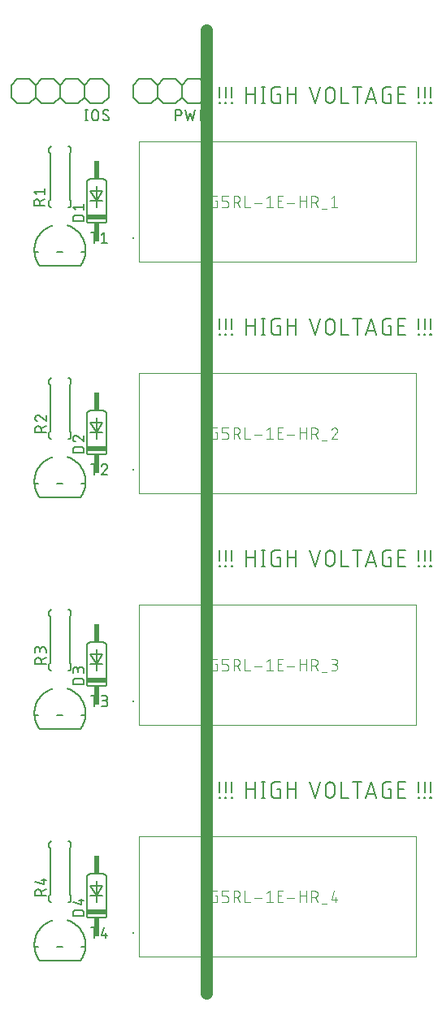
<source format=gbr>
G04 EAGLE Gerber RS-274X export*
G75*
%MOMM*%
%FSLAX34Y34*%
%LPD*%
%INSilkscreen Top*%
%IPPOS*%
%AMOC8*
5,1,8,0,0,1.08239X$1,22.5*%
G01*
%ADD10C,1.270000*%
%ADD11C,0.152400*%
%ADD12C,0.100000*%
%ADD13C,0.100000*%
%ADD14C,0.101600*%
%ADD15R,2.032000X0.508000*%
%ADD16R,0.508000X1.905000*%
%ADD17C,0.127000*%


D10*
X647700Y1003300D02*
X647700Y0D01*
D11*
X661614Y691981D02*
X661614Y702818D01*
X661162Y687465D02*
X661162Y686562D01*
X661162Y687465D02*
X662065Y687465D01*
X662065Y686562D01*
X661162Y686562D01*
X667866Y691981D02*
X667866Y702818D01*
X667414Y687465D02*
X667414Y686562D01*
X667414Y687465D02*
X668318Y687465D01*
X668318Y686562D01*
X667414Y686562D01*
X674118Y691981D02*
X674118Y702818D01*
X673667Y687465D02*
X673667Y686562D01*
X673667Y687465D02*
X674570Y687465D01*
X674570Y686562D01*
X673667Y686562D01*
X689402Y686562D02*
X689402Y702818D01*
X689402Y695593D02*
X698434Y695593D01*
X698434Y702818D02*
X698434Y686562D01*
X706944Y686562D02*
X706944Y702818D01*
X705138Y686562D02*
X708750Y686562D01*
X708750Y702818D02*
X705138Y702818D01*
X721776Y695593D02*
X724486Y695593D01*
X724486Y686562D01*
X719067Y686562D01*
X718949Y686564D01*
X718831Y686570D01*
X718713Y686579D01*
X718596Y686593D01*
X718479Y686610D01*
X718362Y686631D01*
X718247Y686656D01*
X718132Y686685D01*
X718018Y686718D01*
X717906Y686754D01*
X717795Y686794D01*
X717685Y686837D01*
X717576Y686884D01*
X717469Y686934D01*
X717364Y686989D01*
X717261Y687046D01*
X717160Y687107D01*
X717060Y687171D01*
X716963Y687238D01*
X716868Y687308D01*
X716776Y687382D01*
X716685Y687458D01*
X716598Y687538D01*
X716513Y687620D01*
X716431Y687705D01*
X716351Y687792D01*
X716275Y687883D01*
X716201Y687975D01*
X716131Y688070D01*
X716064Y688167D01*
X716000Y688267D01*
X715939Y688368D01*
X715882Y688471D01*
X715827Y688576D01*
X715777Y688683D01*
X715730Y688792D01*
X715687Y688902D01*
X715647Y689013D01*
X715611Y689125D01*
X715578Y689239D01*
X715549Y689354D01*
X715524Y689469D01*
X715503Y689586D01*
X715486Y689703D01*
X715472Y689820D01*
X715463Y689938D01*
X715457Y690056D01*
X715455Y690174D01*
X715455Y699206D01*
X715457Y699324D01*
X715463Y699442D01*
X715472Y699560D01*
X715486Y699677D01*
X715503Y699794D01*
X715524Y699911D01*
X715549Y700026D01*
X715578Y700141D01*
X715611Y700255D01*
X715647Y700367D01*
X715687Y700478D01*
X715730Y700588D01*
X715777Y700697D01*
X715827Y700804D01*
X715881Y700909D01*
X715939Y701012D01*
X716000Y701113D01*
X716064Y701213D01*
X716131Y701310D01*
X716201Y701405D01*
X716275Y701497D01*
X716351Y701588D01*
X716431Y701675D01*
X716513Y701760D01*
X716598Y701842D01*
X716685Y701922D01*
X716776Y701998D01*
X716868Y702072D01*
X716963Y702142D01*
X717060Y702209D01*
X717160Y702273D01*
X717261Y702334D01*
X717364Y702391D01*
X717469Y702445D01*
X717576Y702496D01*
X717685Y702543D01*
X717795Y702586D01*
X717906Y702626D01*
X718018Y702662D01*
X718132Y702695D01*
X718247Y702724D01*
X718362Y702749D01*
X718479Y702770D01*
X718596Y702787D01*
X718713Y702801D01*
X718831Y702810D01*
X718949Y702816D01*
X719067Y702818D01*
X724486Y702818D01*
X732128Y702818D02*
X732128Y686562D01*
X732128Y695593D02*
X741159Y695593D01*
X741159Y702818D02*
X741159Y686562D01*
X761132Y686562D02*
X755714Y702818D01*
X766551Y702818D02*
X761132Y686562D01*
X772248Y691078D02*
X772248Y698302D01*
X772250Y698435D01*
X772256Y698567D01*
X772266Y698699D01*
X772279Y698831D01*
X772297Y698963D01*
X772318Y699093D01*
X772343Y699224D01*
X772372Y699353D01*
X772405Y699481D01*
X772441Y699609D01*
X772481Y699735D01*
X772525Y699860D01*
X772573Y699984D01*
X772624Y700106D01*
X772679Y700227D01*
X772737Y700346D01*
X772799Y700464D01*
X772864Y700579D01*
X772933Y700693D01*
X773004Y700804D01*
X773080Y700913D01*
X773158Y701020D01*
X773239Y701125D01*
X773324Y701227D01*
X773411Y701327D01*
X773501Y701424D01*
X773594Y701519D01*
X773690Y701610D01*
X773788Y701699D01*
X773889Y701785D01*
X773993Y701868D01*
X774099Y701948D01*
X774207Y702024D01*
X774317Y702098D01*
X774430Y702168D01*
X774544Y702235D01*
X774661Y702298D01*
X774779Y702358D01*
X774899Y702415D01*
X775021Y702468D01*
X775144Y702517D01*
X775268Y702563D01*
X775394Y702605D01*
X775521Y702643D01*
X775649Y702678D01*
X775778Y702709D01*
X775907Y702736D01*
X776038Y702759D01*
X776169Y702779D01*
X776301Y702794D01*
X776433Y702806D01*
X776565Y702814D01*
X776698Y702818D01*
X776830Y702818D01*
X776963Y702814D01*
X777095Y702806D01*
X777227Y702794D01*
X777359Y702779D01*
X777490Y702759D01*
X777621Y702736D01*
X777750Y702709D01*
X777879Y702678D01*
X778007Y702643D01*
X778134Y702605D01*
X778260Y702563D01*
X778384Y702517D01*
X778507Y702468D01*
X778629Y702415D01*
X778749Y702358D01*
X778867Y702298D01*
X778984Y702235D01*
X779098Y702168D01*
X779211Y702098D01*
X779321Y702024D01*
X779429Y701948D01*
X779535Y701868D01*
X779639Y701785D01*
X779740Y701699D01*
X779838Y701610D01*
X779934Y701519D01*
X780027Y701424D01*
X780117Y701327D01*
X780204Y701227D01*
X780289Y701125D01*
X780370Y701020D01*
X780448Y700913D01*
X780524Y700804D01*
X780595Y700693D01*
X780664Y700579D01*
X780729Y700464D01*
X780791Y700346D01*
X780849Y700227D01*
X780904Y700106D01*
X780955Y699984D01*
X781003Y699860D01*
X781047Y699735D01*
X781087Y699609D01*
X781123Y699481D01*
X781156Y699353D01*
X781185Y699224D01*
X781210Y699093D01*
X781231Y698963D01*
X781249Y698831D01*
X781262Y698699D01*
X781272Y698567D01*
X781278Y698435D01*
X781280Y698302D01*
X781279Y698302D02*
X781279Y691078D01*
X781280Y691078D02*
X781278Y690945D01*
X781272Y690813D01*
X781262Y690681D01*
X781249Y690549D01*
X781231Y690417D01*
X781210Y690287D01*
X781185Y690156D01*
X781156Y690027D01*
X781123Y689899D01*
X781087Y689771D01*
X781047Y689645D01*
X781003Y689520D01*
X780955Y689396D01*
X780904Y689274D01*
X780849Y689153D01*
X780791Y689034D01*
X780729Y688916D01*
X780664Y688801D01*
X780595Y688687D01*
X780524Y688576D01*
X780448Y688467D01*
X780370Y688360D01*
X780289Y688255D01*
X780204Y688153D01*
X780117Y688053D01*
X780027Y687956D01*
X779934Y687861D01*
X779838Y687770D01*
X779740Y687681D01*
X779639Y687595D01*
X779535Y687512D01*
X779429Y687432D01*
X779321Y687356D01*
X779211Y687282D01*
X779098Y687212D01*
X778984Y687145D01*
X778867Y687082D01*
X778749Y687022D01*
X778629Y686965D01*
X778507Y686912D01*
X778384Y686863D01*
X778260Y686817D01*
X778134Y686775D01*
X778007Y686737D01*
X777879Y686702D01*
X777750Y686671D01*
X777621Y686644D01*
X777490Y686621D01*
X777359Y686601D01*
X777227Y686586D01*
X777095Y686574D01*
X776963Y686566D01*
X776830Y686562D01*
X776698Y686562D01*
X776565Y686566D01*
X776433Y686574D01*
X776301Y686586D01*
X776169Y686601D01*
X776038Y686621D01*
X775907Y686644D01*
X775778Y686671D01*
X775649Y686702D01*
X775521Y686737D01*
X775394Y686775D01*
X775268Y686817D01*
X775144Y686863D01*
X775021Y686912D01*
X774899Y686965D01*
X774779Y687022D01*
X774661Y687082D01*
X774544Y687145D01*
X774430Y687212D01*
X774317Y687282D01*
X774207Y687356D01*
X774099Y687432D01*
X773993Y687512D01*
X773889Y687595D01*
X773788Y687681D01*
X773690Y687770D01*
X773594Y687861D01*
X773501Y687956D01*
X773411Y688053D01*
X773324Y688153D01*
X773239Y688255D01*
X773158Y688360D01*
X773080Y688467D01*
X773004Y688576D01*
X772933Y688687D01*
X772864Y688801D01*
X772799Y688916D01*
X772737Y689034D01*
X772679Y689153D01*
X772624Y689274D01*
X772573Y689396D01*
X772525Y689520D01*
X772481Y689645D01*
X772441Y689771D01*
X772405Y689899D01*
X772372Y690027D01*
X772343Y690156D01*
X772318Y690287D01*
X772297Y690417D01*
X772279Y690549D01*
X772266Y690681D01*
X772256Y690813D01*
X772250Y690945D01*
X772248Y691078D01*
X788430Y686562D02*
X788430Y702818D01*
X788430Y686562D02*
X795655Y686562D01*
X804900Y686562D02*
X804900Y702818D01*
X809415Y702818D02*
X800384Y702818D01*
X819489Y702818D02*
X814070Y686562D01*
X824908Y686562D02*
X819489Y702818D01*
X823553Y690626D02*
X815425Y690626D01*
X837447Y695593D02*
X840157Y695593D01*
X840157Y686562D01*
X834738Y686562D01*
X834620Y686564D01*
X834502Y686570D01*
X834384Y686579D01*
X834267Y686593D01*
X834150Y686610D01*
X834033Y686631D01*
X833918Y686656D01*
X833803Y686685D01*
X833689Y686718D01*
X833577Y686754D01*
X833466Y686794D01*
X833356Y686837D01*
X833247Y686884D01*
X833140Y686934D01*
X833035Y686989D01*
X832932Y687046D01*
X832831Y687107D01*
X832731Y687171D01*
X832634Y687238D01*
X832539Y687308D01*
X832447Y687382D01*
X832356Y687458D01*
X832269Y687538D01*
X832184Y687620D01*
X832102Y687705D01*
X832022Y687792D01*
X831946Y687883D01*
X831872Y687975D01*
X831802Y688070D01*
X831735Y688167D01*
X831671Y688267D01*
X831610Y688368D01*
X831553Y688471D01*
X831498Y688576D01*
X831448Y688683D01*
X831401Y688792D01*
X831358Y688902D01*
X831318Y689013D01*
X831282Y689125D01*
X831249Y689239D01*
X831220Y689354D01*
X831195Y689469D01*
X831174Y689586D01*
X831157Y689703D01*
X831143Y689820D01*
X831134Y689938D01*
X831128Y690056D01*
X831126Y690174D01*
X831126Y699206D01*
X831128Y699324D01*
X831134Y699442D01*
X831143Y699560D01*
X831157Y699677D01*
X831174Y699794D01*
X831195Y699911D01*
X831220Y700026D01*
X831249Y700141D01*
X831282Y700255D01*
X831318Y700367D01*
X831358Y700478D01*
X831401Y700588D01*
X831448Y700697D01*
X831498Y700804D01*
X831552Y700909D01*
X831610Y701012D01*
X831671Y701113D01*
X831735Y701213D01*
X831802Y701310D01*
X831872Y701405D01*
X831946Y701497D01*
X832022Y701588D01*
X832102Y701675D01*
X832184Y701760D01*
X832269Y701842D01*
X832356Y701922D01*
X832447Y701998D01*
X832539Y702072D01*
X832634Y702142D01*
X832731Y702209D01*
X832831Y702273D01*
X832932Y702334D01*
X833035Y702391D01*
X833140Y702445D01*
X833247Y702496D01*
X833356Y702543D01*
X833466Y702586D01*
X833577Y702626D01*
X833689Y702662D01*
X833803Y702695D01*
X833918Y702724D01*
X834033Y702749D01*
X834150Y702770D01*
X834267Y702787D01*
X834384Y702801D01*
X834502Y702810D01*
X834620Y702816D01*
X834738Y702818D01*
X840157Y702818D01*
X847829Y686562D02*
X855054Y686562D01*
X847829Y686562D02*
X847829Y702818D01*
X855054Y702818D01*
X853247Y695593D02*
X847829Y695593D01*
X868988Y691981D02*
X868988Y702818D01*
X868536Y687465D02*
X868536Y686562D01*
X868536Y687465D02*
X869439Y687465D01*
X869439Y686562D01*
X868536Y686562D01*
X875240Y691981D02*
X875240Y702818D01*
X874789Y687465D02*
X874789Y686562D01*
X874789Y687465D02*
X875692Y687465D01*
X875692Y686562D01*
X874789Y686562D01*
X881493Y691981D02*
X881493Y702818D01*
X881041Y687465D02*
X881041Y686562D01*
X881041Y687465D02*
X881944Y687465D01*
X881944Y686562D01*
X881041Y686562D01*
X661614Y461518D02*
X661614Y450681D01*
X661162Y446165D02*
X661162Y445262D01*
X661162Y446165D02*
X662065Y446165D01*
X662065Y445262D01*
X661162Y445262D01*
X667866Y450681D02*
X667866Y461518D01*
X667414Y446165D02*
X667414Y445262D01*
X667414Y446165D02*
X668318Y446165D01*
X668318Y445262D01*
X667414Y445262D01*
X674118Y450681D02*
X674118Y461518D01*
X673667Y446165D02*
X673667Y445262D01*
X673667Y446165D02*
X674570Y446165D01*
X674570Y445262D01*
X673667Y445262D01*
X689402Y445262D02*
X689402Y461518D01*
X689402Y454293D02*
X698434Y454293D01*
X698434Y461518D02*
X698434Y445262D01*
X706944Y445262D02*
X706944Y461518D01*
X705138Y445262D02*
X708750Y445262D01*
X708750Y461518D02*
X705138Y461518D01*
X721776Y454293D02*
X724486Y454293D01*
X724486Y445262D01*
X719067Y445262D01*
X718949Y445264D01*
X718831Y445270D01*
X718713Y445279D01*
X718596Y445293D01*
X718479Y445310D01*
X718362Y445331D01*
X718247Y445356D01*
X718132Y445385D01*
X718018Y445418D01*
X717906Y445454D01*
X717795Y445494D01*
X717685Y445537D01*
X717576Y445584D01*
X717469Y445634D01*
X717364Y445689D01*
X717261Y445746D01*
X717160Y445807D01*
X717060Y445871D01*
X716963Y445938D01*
X716868Y446008D01*
X716776Y446082D01*
X716685Y446158D01*
X716598Y446238D01*
X716513Y446320D01*
X716431Y446405D01*
X716351Y446492D01*
X716275Y446583D01*
X716201Y446675D01*
X716131Y446770D01*
X716064Y446867D01*
X716000Y446967D01*
X715939Y447068D01*
X715882Y447171D01*
X715827Y447276D01*
X715777Y447383D01*
X715730Y447492D01*
X715687Y447602D01*
X715647Y447713D01*
X715611Y447825D01*
X715578Y447939D01*
X715549Y448054D01*
X715524Y448169D01*
X715503Y448286D01*
X715486Y448403D01*
X715472Y448520D01*
X715463Y448638D01*
X715457Y448756D01*
X715455Y448874D01*
X715455Y457906D01*
X715457Y458024D01*
X715463Y458142D01*
X715472Y458260D01*
X715486Y458377D01*
X715503Y458494D01*
X715524Y458611D01*
X715549Y458726D01*
X715578Y458841D01*
X715611Y458955D01*
X715647Y459067D01*
X715687Y459178D01*
X715730Y459288D01*
X715777Y459397D01*
X715827Y459504D01*
X715881Y459609D01*
X715939Y459712D01*
X716000Y459813D01*
X716064Y459913D01*
X716131Y460010D01*
X716201Y460105D01*
X716275Y460197D01*
X716351Y460288D01*
X716431Y460375D01*
X716513Y460460D01*
X716598Y460542D01*
X716685Y460622D01*
X716776Y460698D01*
X716868Y460772D01*
X716963Y460842D01*
X717060Y460909D01*
X717160Y460973D01*
X717261Y461034D01*
X717364Y461091D01*
X717469Y461145D01*
X717576Y461196D01*
X717685Y461243D01*
X717795Y461286D01*
X717906Y461326D01*
X718018Y461362D01*
X718132Y461395D01*
X718247Y461424D01*
X718362Y461449D01*
X718479Y461470D01*
X718596Y461487D01*
X718713Y461501D01*
X718831Y461510D01*
X718949Y461516D01*
X719067Y461518D01*
X724486Y461518D01*
X732128Y461518D02*
X732128Y445262D01*
X732128Y454293D02*
X741159Y454293D01*
X741159Y461518D02*
X741159Y445262D01*
X761132Y445262D02*
X755714Y461518D01*
X766551Y461518D02*
X761132Y445262D01*
X772248Y449778D02*
X772248Y457002D01*
X772250Y457135D01*
X772256Y457267D01*
X772266Y457399D01*
X772279Y457531D01*
X772297Y457663D01*
X772318Y457793D01*
X772343Y457924D01*
X772372Y458053D01*
X772405Y458181D01*
X772441Y458309D01*
X772481Y458435D01*
X772525Y458560D01*
X772573Y458684D01*
X772624Y458806D01*
X772679Y458927D01*
X772737Y459046D01*
X772799Y459164D01*
X772864Y459279D01*
X772933Y459393D01*
X773004Y459504D01*
X773080Y459613D01*
X773158Y459720D01*
X773239Y459825D01*
X773324Y459927D01*
X773411Y460027D01*
X773501Y460124D01*
X773594Y460219D01*
X773690Y460310D01*
X773788Y460399D01*
X773889Y460485D01*
X773993Y460568D01*
X774099Y460648D01*
X774207Y460724D01*
X774317Y460798D01*
X774430Y460868D01*
X774544Y460935D01*
X774661Y460998D01*
X774779Y461058D01*
X774899Y461115D01*
X775021Y461168D01*
X775144Y461217D01*
X775268Y461263D01*
X775394Y461305D01*
X775521Y461343D01*
X775649Y461378D01*
X775778Y461409D01*
X775907Y461436D01*
X776038Y461459D01*
X776169Y461479D01*
X776301Y461494D01*
X776433Y461506D01*
X776565Y461514D01*
X776698Y461518D01*
X776830Y461518D01*
X776963Y461514D01*
X777095Y461506D01*
X777227Y461494D01*
X777359Y461479D01*
X777490Y461459D01*
X777621Y461436D01*
X777750Y461409D01*
X777879Y461378D01*
X778007Y461343D01*
X778134Y461305D01*
X778260Y461263D01*
X778384Y461217D01*
X778507Y461168D01*
X778629Y461115D01*
X778749Y461058D01*
X778867Y460998D01*
X778984Y460935D01*
X779098Y460868D01*
X779211Y460798D01*
X779321Y460724D01*
X779429Y460648D01*
X779535Y460568D01*
X779639Y460485D01*
X779740Y460399D01*
X779838Y460310D01*
X779934Y460219D01*
X780027Y460124D01*
X780117Y460027D01*
X780204Y459927D01*
X780289Y459825D01*
X780370Y459720D01*
X780448Y459613D01*
X780524Y459504D01*
X780595Y459393D01*
X780664Y459279D01*
X780729Y459164D01*
X780791Y459046D01*
X780849Y458927D01*
X780904Y458806D01*
X780955Y458684D01*
X781003Y458560D01*
X781047Y458435D01*
X781087Y458309D01*
X781123Y458181D01*
X781156Y458053D01*
X781185Y457924D01*
X781210Y457793D01*
X781231Y457663D01*
X781249Y457531D01*
X781262Y457399D01*
X781272Y457267D01*
X781278Y457135D01*
X781280Y457002D01*
X781279Y457002D02*
X781279Y449778D01*
X781280Y449778D02*
X781278Y449645D01*
X781272Y449513D01*
X781262Y449381D01*
X781249Y449249D01*
X781231Y449117D01*
X781210Y448987D01*
X781185Y448856D01*
X781156Y448727D01*
X781123Y448599D01*
X781087Y448471D01*
X781047Y448345D01*
X781003Y448220D01*
X780955Y448096D01*
X780904Y447974D01*
X780849Y447853D01*
X780791Y447734D01*
X780729Y447616D01*
X780664Y447501D01*
X780595Y447387D01*
X780524Y447276D01*
X780448Y447167D01*
X780370Y447060D01*
X780289Y446955D01*
X780204Y446853D01*
X780117Y446753D01*
X780027Y446656D01*
X779934Y446561D01*
X779838Y446470D01*
X779740Y446381D01*
X779639Y446295D01*
X779535Y446212D01*
X779429Y446132D01*
X779321Y446056D01*
X779211Y445982D01*
X779098Y445912D01*
X778984Y445845D01*
X778867Y445782D01*
X778749Y445722D01*
X778629Y445665D01*
X778507Y445612D01*
X778384Y445563D01*
X778260Y445517D01*
X778134Y445475D01*
X778007Y445437D01*
X777879Y445402D01*
X777750Y445371D01*
X777621Y445344D01*
X777490Y445321D01*
X777359Y445301D01*
X777227Y445286D01*
X777095Y445274D01*
X776963Y445266D01*
X776830Y445262D01*
X776698Y445262D01*
X776565Y445266D01*
X776433Y445274D01*
X776301Y445286D01*
X776169Y445301D01*
X776038Y445321D01*
X775907Y445344D01*
X775778Y445371D01*
X775649Y445402D01*
X775521Y445437D01*
X775394Y445475D01*
X775268Y445517D01*
X775144Y445563D01*
X775021Y445612D01*
X774899Y445665D01*
X774779Y445722D01*
X774661Y445782D01*
X774544Y445845D01*
X774430Y445912D01*
X774317Y445982D01*
X774207Y446056D01*
X774099Y446132D01*
X773993Y446212D01*
X773889Y446295D01*
X773788Y446381D01*
X773690Y446470D01*
X773594Y446561D01*
X773501Y446656D01*
X773411Y446753D01*
X773324Y446853D01*
X773239Y446955D01*
X773158Y447060D01*
X773080Y447167D01*
X773004Y447276D01*
X772933Y447387D01*
X772864Y447501D01*
X772799Y447616D01*
X772737Y447734D01*
X772679Y447853D01*
X772624Y447974D01*
X772573Y448096D01*
X772525Y448220D01*
X772481Y448345D01*
X772441Y448471D01*
X772405Y448599D01*
X772372Y448727D01*
X772343Y448856D01*
X772318Y448987D01*
X772297Y449117D01*
X772279Y449249D01*
X772266Y449381D01*
X772256Y449513D01*
X772250Y449645D01*
X772248Y449778D01*
X788430Y445262D02*
X788430Y461518D01*
X788430Y445262D02*
X795655Y445262D01*
X804900Y445262D02*
X804900Y461518D01*
X809415Y461518D02*
X800384Y461518D01*
X819489Y461518D02*
X814070Y445262D01*
X824908Y445262D02*
X819489Y461518D01*
X823553Y449326D02*
X815425Y449326D01*
X837447Y454293D02*
X840157Y454293D01*
X840157Y445262D01*
X834738Y445262D01*
X834620Y445264D01*
X834502Y445270D01*
X834384Y445279D01*
X834267Y445293D01*
X834150Y445310D01*
X834033Y445331D01*
X833918Y445356D01*
X833803Y445385D01*
X833689Y445418D01*
X833577Y445454D01*
X833466Y445494D01*
X833356Y445537D01*
X833247Y445584D01*
X833140Y445634D01*
X833035Y445689D01*
X832932Y445746D01*
X832831Y445807D01*
X832731Y445871D01*
X832634Y445938D01*
X832539Y446008D01*
X832447Y446082D01*
X832356Y446158D01*
X832269Y446238D01*
X832184Y446320D01*
X832102Y446405D01*
X832022Y446492D01*
X831946Y446583D01*
X831872Y446675D01*
X831802Y446770D01*
X831735Y446867D01*
X831671Y446967D01*
X831610Y447068D01*
X831553Y447171D01*
X831498Y447276D01*
X831448Y447383D01*
X831401Y447492D01*
X831358Y447602D01*
X831318Y447713D01*
X831282Y447825D01*
X831249Y447939D01*
X831220Y448054D01*
X831195Y448169D01*
X831174Y448286D01*
X831157Y448403D01*
X831143Y448520D01*
X831134Y448638D01*
X831128Y448756D01*
X831126Y448874D01*
X831126Y457906D01*
X831128Y458024D01*
X831134Y458142D01*
X831143Y458260D01*
X831157Y458377D01*
X831174Y458494D01*
X831195Y458611D01*
X831220Y458726D01*
X831249Y458841D01*
X831282Y458955D01*
X831318Y459067D01*
X831358Y459178D01*
X831401Y459288D01*
X831448Y459397D01*
X831498Y459504D01*
X831552Y459609D01*
X831610Y459712D01*
X831671Y459813D01*
X831735Y459913D01*
X831802Y460010D01*
X831872Y460105D01*
X831946Y460197D01*
X832022Y460288D01*
X832102Y460375D01*
X832184Y460460D01*
X832269Y460542D01*
X832356Y460622D01*
X832447Y460698D01*
X832539Y460772D01*
X832634Y460842D01*
X832731Y460909D01*
X832831Y460973D01*
X832932Y461034D01*
X833035Y461091D01*
X833140Y461145D01*
X833247Y461196D01*
X833356Y461243D01*
X833466Y461286D01*
X833577Y461326D01*
X833689Y461362D01*
X833803Y461395D01*
X833918Y461424D01*
X834033Y461449D01*
X834150Y461470D01*
X834267Y461487D01*
X834384Y461501D01*
X834502Y461510D01*
X834620Y461516D01*
X834738Y461518D01*
X840157Y461518D01*
X847829Y445262D02*
X855054Y445262D01*
X847829Y445262D02*
X847829Y461518D01*
X855054Y461518D01*
X853247Y454293D02*
X847829Y454293D01*
X868988Y450681D02*
X868988Y461518D01*
X868536Y446165D02*
X868536Y445262D01*
X868536Y446165D02*
X869439Y446165D01*
X869439Y445262D01*
X868536Y445262D01*
X875240Y450681D02*
X875240Y461518D01*
X874789Y446165D02*
X874789Y445262D01*
X874789Y446165D02*
X875692Y446165D01*
X875692Y445262D01*
X874789Y445262D01*
X881493Y450681D02*
X881493Y461518D01*
X881041Y446165D02*
X881041Y445262D01*
X881041Y446165D02*
X881944Y446165D01*
X881944Y445262D01*
X881041Y445262D01*
X661614Y220218D02*
X661614Y209381D01*
X661162Y204865D02*
X661162Y203962D01*
X661162Y204865D02*
X662065Y204865D01*
X662065Y203962D01*
X661162Y203962D01*
X667866Y209381D02*
X667866Y220218D01*
X667414Y204865D02*
X667414Y203962D01*
X667414Y204865D02*
X668318Y204865D01*
X668318Y203962D01*
X667414Y203962D01*
X674118Y209381D02*
X674118Y220218D01*
X673667Y204865D02*
X673667Y203962D01*
X673667Y204865D02*
X674570Y204865D01*
X674570Y203962D01*
X673667Y203962D01*
X689402Y203962D02*
X689402Y220218D01*
X689402Y212993D02*
X698434Y212993D01*
X698434Y220218D02*
X698434Y203962D01*
X706944Y203962D02*
X706944Y220218D01*
X705138Y203962D02*
X708750Y203962D01*
X708750Y220218D02*
X705138Y220218D01*
X721776Y212993D02*
X724486Y212993D01*
X724486Y203962D01*
X719067Y203962D01*
X718949Y203964D01*
X718831Y203970D01*
X718713Y203979D01*
X718596Y203993D01*
X718479Y204010D01*
X718362Y204031D01*
X718247Y204056D01*
X718132Y204085D01*
X718018Y204118D01*
X717906Y204154D01*
X717795Y204194D01*
X717685Y204237D01*
X717576Y204284D01*
X717469Y204334D01*
X717364Y204389D01*
X717261Y204446D01*
X717160Y204507D01*
X717060Y204571D01*
X716963Y204638D01*
X716868Y204708D01*
X716776Y204782D01*
X716685Y204858D01*
X716598Y204938D01*
X716513Y205020D01*
X716431Y205105D01*
X716351Y205192D01*
X716275Y205283D01*
X716201Y205375D01*
X716131Y205470D01*
X716064Y205567D01*
X716000Y205667D01*
X715939Y205768D01*
X715882Y205871D01*
X715827Y205976D01*
X715777Y206083D01*
X715730Y206192D01*
X715687Y206302D01*
X715647Y206413D01*
X715611Y206525D01*
X715578Y206639D01*
X715549Y206754D01*
X715524Y206869D01*
X715503Y206986D01*
X715486Y207103D01*
X715472Y207220D01*
X715463Y207338D01*
X715457Y207456D01*
X715455Y207574D01*
X715455Y216606D01*
X715457Y216724D01*
X715463Y216842D01*
X715472Y216960D01*
X715486Y217077D01*
X715503Y217194D01*
X715524Y217311D01*
X715549Y217426D01*
X715578Y217541D01*
X715611Y217655D01*
X715647Y217767D01*
X715687Y217878D01*
X715730Y217988D01*
X715777Y218097D01*
X715827Y218204D01*
X715881Y218309D01*
X715939Y218412D01*
X716000Y218513D01*
X716064Y218613D01*
X716131Y218710D01*
X716201Y218805D01*
X716275Y218897D01*
X716351Y218988D01*
X716431Y219075D01*
X716513Y219160D01*
X716598Y219242D01*
X716685Y219322D01*
X716776Y219398D01*
X716868Y219472D01*
X716963Y219542D01*
X717060Y219609D01*
X717160Y219673D01*
X717261Y219734D01*
X717364Y219791D01*
X717469Y219845D01*
X717576Y219896D01*
X717685Y219943D01*
X717795Y219986D01*
X717906Y220026D01*
X718018Y220062D01*
X718132Y220095D01*
X718247Y220124D01*
X718362Y220149D01*
X718479Y220170D01*
X718596Y220187D01*
X718713Y220201D01*
X718831Y220210D01*
X718949Y220216D01*
X719067Y220218D01*
X724486Y220218D01*
X732128Y220218D02*
X732128Y203962D01*
X732128Y212993D02*
X741159Y212993D01*
X741159Y220218D02*
X741159Y203962D01*
X761132Y203962D02*
X755714Y220218D01*
X766551Y220218D02*
X761132Y203962D01*
X772248Y208478D02*
X772248Y215702D01*
X772250Y215835D01*
X772256Y215967D01*
X772266Y216099D01*
X772279Y216231D01*
X772297Y216363D01*
X772318Y216493D01*
X772343Y216624D01*
X772372Y216753D01*
X772405Y216881D01*
X772441Y217009D01*
X772481Y217135D01*
X772525Y217260D01*
X772573Y217384D01*
X772624Y217506D01*
X772679Y217627D01*
X772737Y217746D01*
X772799Y217864D01*
X772864Y217979D01*
X772933Y218093D01*
X773004Y218204D01*
X773080Y218313D01*
X773158Y218420D01*
X773239Y218525D01*
X773324Y218627D01*
X773411Y218727D01*
X773501Y218824D01*
X773594Y218919D01*
X773690Y219010D01*
X773788Y219099D01*
X773889Y219185D01*
X773993Y219268D01*
X774099Y219348D01*
X774207Y219424D01*
X774317Y219498D01*
X774430Y219568D01*
X774544Y219635D01*
X774661Y219698D01*
X774779Y219758D01*
X774899Y219815D01*
X775021Y219868D01*
X775144Y219917D01*
X775268Y219963D01*
X775394Y220005D01*
X775521Y220043D01*
X775649Y220078D01*
X775778Y220109D01*
X775907Y220136D01*
X776038Y220159D01*
X776169Y220179D01*
X776301Y220194D01*
X776433Y220206D01*
X776565Y220214D01*
X776698Y220218D01*
X776830Y220218D01*
X776963Y220214D01*
X777095Y220206D01*
X777227Y220194D01*
X777359Y220179D01*
X777490Y220159D01*
X777621Y220136D01*
X777750Y220109D01*
X777879Y220078D01*
X778007Y220043D01*
X778134Y220005D01*
X778260Y219963D01*
X778384Y219917D01*
X778507Y219868D01*
X778629Y219815D01*
X778749Y219758D01*
X778867Y219698D01*
X778984Y219635D01*
X779098Y219568D01*
X779211Y219498D01*
X779321Y219424D01*
X779429Y219348D01*
X779535Y219268D01*
X779639Y219185D01*
X779740Y219099D01*
X779838Y219010D01*
X779934Y218919D01*
X780027Y218824D01*
X780117Y218727D01*
X780204Y218627D01*
X780289Y218525D01*
X780370Y218420D01*
X780448Y218313D01*
X780524Y218204D01*
X780595Y218093D01*
X780664Y217979D01*
X780729Y217864D01*
X780791Y217746D01*
X780849Y217627D01*
X780904Y217506D01*
X780955Y217384D01*
X781003Y217260D01*
X781047Y217135D01*
X781087Y217009D01*
X781123Y216881D01*
X781156Y216753D01*
X781185Y216624D01*
X781210Y216493D01*
X781231Y216363D01*
X781249Y216231D01*
X781262Y216099D01*
X781272Y215967D01*
X781278Y215835D01*
X781280Y215702D01*
X781279Y215702D02*
X781279Y208478D01*
X781280Y208478D02*
X781278Y208345D01*
X781272Y208213D01*
X781262Y208081D01*
X781249Y207949D01*
X781231Y207817D01*
X781210Y207687D01*
X781185Y207556D01*
X781156Y207427D01*
X781123Y207299D01*
X781087Y207171D01*
X781047Y207045D01*
X781003Y206920D01*
X780955Y206796D01*
X780904Y206674D01*
X780849Y206553D01*
X780791Y206434D01*
X780729Y206316D01*
X780664Y206201D01*
X780595Y206087D01*
X780524Y205976D01*
X780448Y205867D01*
X780370Y205760D01*
X780289Y205655D01*
X780204Y205553D01*
X780117Y205453D01*
X780027Y205356D01*
X779934Y205261D01*
X779838Y205170D01*
X779740Y205081D01*
X779639Y204995D01*
X779535Y204912D01*
X779429Y204832D01*
X779321Y204756D01*
X779211Y204682D01*
X779098Y204612D01*
X778984Y204545D01*
X778867Y204482D01*
X778749Y204422D01*
X778629Y204365D01*
X778507Y204312D01*
X778384Y204263D01*
X778260Y204217D01*
X778134Y204175D01*
X778007Y204137D01*
X777879Y204102D01*
X777750Y204071D01*
X777621Y204044D01*
X777490Y204021D01*
X777359Y204001D01*
X777227Y203986D01*
X777095Y203974D01*
X776963Y203966D01*
X776830Y203962D01*
X776698Y203962D01*
X776565Y203966D01*
X776433Y203974D01*
X776301Y203986D01*
X776169Y204001D01*
X776038Y204021D01*
X775907Y204044D01*
X775778Y204071D01*
X775649Y204102D01*
X775521Y204137D01*
X775394Y204175D01*
X775268Y204217D01*
X775144Y204263D01*
X775021Y204312D01*
X774899Y204365D01*
X774779Y204422D01*
X774661Y204482D01*
X774544Y204545D01*
X774430Y204612D01*
X774317Y204682D01*
X774207Y204756D01*
X774099Y204832D01*
X773993Y204912D01*
X773889Y204995D01*
X773788Y205081D01*
X773690Y205170D01*
X773594Y205261D01*
X773501Y205356D01*
X773411Y205453D01*
X773324Y205553D01*
X773239Y205655D01*
X773158Y205760D01*
X773080Y205867D01*
X773004Y205976D01*
X772933Y206087D01*
X772864Y206201D01*
X772799Y206316D01*
X772737Y206434D01*
X772679Y206553D01*
X772624Y206674D01*
X772573Y206796D01*
X772525Y206920D01*
X772481Y207045D01*
X772441Y207171D01*
X772405Y207299D01*
X772372Y207427D01*
X772343Y207556D01*
X772318Y207687D01*
X772297Y207817D01*
X772279Y207949D01*
X772266Y208081D01*
X772256Y208213D01*
X772250Y208345D01*
X772248Y208478D01*
X788430Y203962D02*
X788430Y220218D01*
X788430Y203962D02*
X795655Y203962D01*
X804900Y203962D02*
X804900Y220218D01*
X809415Y220218D02*
X800384Y220218D01*
X819489Y220218D02*
X814070Y203962D01*
X824908Y203962D02*
X819489Y220218D01*
X823553Y208026D02*
X815425Y208026D01*
X837447Y212993D02*
X840157Y212993D01*
X840157Y203962D01*
X834738Y203962D01*
X834620Y203964D01*
X834502Y203970D01*
X834384Y203979D01*
X834267Y203993D01*
X834150Y204010D01*
X834033Y204031D01*
X833918Y204056D01*
X833803Y204085D01*
X833689Y204118D01*
X833577Y204154D01*
X833466Y204194D01*
X833356Y204237D01*
X833247Y204284D01*
X833140Y204334D01*
X833035Y204389D01*
X832932Y204446D01*
X832831Y204507D01*
X832731Y204571D01*
X832634Y204638D01*
X832539Y204708D01*
X832447Y204782D01*
X832356Y204858D01*
X832269Y204938D01*
X832184Y205020D01*
X832102Y205105D01*
X832022Y205192D01*
X831946Y205283D01*
X831872Y205375D01*
X831802Y205470D01*
X831735Y205567D01*
X831671Y205667D01*
X831610Y205768D01*
X831553Y205871D01*
X831498Y205976D01*
X831448Y206083D01*
X831401Y206192D01*
X831358Y206302D01*
X831318Y206413D01*
X831282Y206525D01*
X831249Y206639D01*
X831220Y206754D01*
X831195Y206869D01*
X831174Y206986D01*
X831157Y207103D01*
X831143Y207220D01*
X831134Y207338D01*
X831128Y207456D01*
X831126Y207574D01*
X831126Y216606D01*
X831128Y216724D01*
X831134Y216842D01*
X831143Y216960D01*
X831157Y217077D01*
X831174Y217194D01*
X831195Y217311D01*
X831220Y217426D01*
X831249Y217541D01*
X831282Y217655D01*
X831318Y217767D01*
X831358Y217878D01*
X831401Y217988D01*
X831448Y218097D01*
X831498Y218204D01*
X831552Y218309D01*
X831610Y218412D01*
X831671Y218513D01*
X831735Y218613D01*
X831802Y218710D01*
X831872Y218805D01*
X831946Y218897D01*
X832022Y218988D01*
X832102Y219075D01*
X832184Y219160D01*
X832269Y219242D01*
X832356Y219322D01*
X832447Y219398D01*
X832539Y219472D01*
X832634Y219542D01*
X832731Y219609D01*
X832831Y219673D01*
X832932Y219734D01*
X833035Y219791D01*
X833140Y219845D01*
X833247Y219896D01*
X833356Y219943D01*
X833466Y219986D01*
X833577Y220026D01*
X833689Y220062D01*
X833803Y220095D01*
X833918Y220124D01*
X834033Y220149D01*
X834150Y220170D01*
X834267Y220187D01*
X834384Y220201D01*
X834502Y220210D01*
X834620Y220216D01*
X834738Y220218D01*
X840157Y220218D01*
X847829Y203962D02*
X855054Y203962D01*
X847829Y203962D02*
X847829Y220218D01*
X855054Y220218D01*
X853247Y212993D02*
X847829Y212993D01*
X868988Y209381D02*
X868988Y220218D01*
X868536Y204865D02*
X868536Y203962D01*
X868536Y204865D02*
X869439Y204865D01*
X869439Y203962D01*
X868536Y203962D01*
X875240Y209381D02*
X875240Y220218D01*
X874789Y204865D02*
X874789Y203962D01*
X874789Y204865D02*
X875692Y204865D01*
X875692Y203962D01*
X874789Y203962D01*
X881493Y209381D02*
X881493Y220218D01*
X881041Y204865D02*
X881041Y203962D01*
X881041Y204865D02*
X881944Y204865D01*
X881944Y203962D01*
X881041Y203962D01*
X661614Y933281D02*
X661614Y944118D01*
X661162Y928765D02*
X661162Y927862D01*
X661162Y928765D02*
X662065Y928765D01*
X662065Y927862D01*
X661162Y927862D01*
X667866Y933281D02*
X667866Y944118D01*
X667414Y928765D02*
X667414Y927862D01*
X667414Y928765D02*
X668318Y928765D01*
X668318Y927862D01*
X667414Y927862D01*
X674118Y933281D02*
X674118Y944118D01*
X673667Y928765D02*
X673667Y927862D01*
X673667Y928765D02*
X674570Y928765D01*
X674570Y927862D01*
X673667Y927862D01*
X689402Y927862D02*
X689402Y944118D01*
X689402Y936893D02*
X698434Y936893D01*
X698434Y944118D02*
X698434Y927862D01*
X706944Y927862D02*
X706944Y944118D01*
X705138Y927862D02*
X708750Y927862D01*
X708750Y944118D02*
X705138Y944118D01*
X721776Y936893D02*
X724486Y936893D01*
X724486Y927862D01*
X719067Y927862D01*
X718949Y927864D01*
X718831Y927870D01*
X718713Y927879D01*
X718596Y927893D01*
X718479Y927910D01*
X718362Y927931D01*
X718247Y927956D01*
X718132Y927985D01*
X718018Y928018D01*
X717906Y928054D01*
X717795Y928094D01*
X717685Y928137D01*
X717576Y928184D01*
X717469Y928234D01*
X717364Y928289D01*
X717261Y928346D01*
X717160Y928407D01*
X717060Y928471D01*
X716963Y928538D01*
X716868Y928608D01*
X716776Y928682D01*
X716685Y928758D01*
X716598Y928838D01*
X716513Y928920D01*
X716431Y929005D01*
X716351Y929092D01*
X716275Y929183D01*
X716201Y929275D01*
X716131Y929370D01*
X716064Y929467D01*
X716000Y929567D01*
X715939Y929668D01*
X715882Y929771D01*
X715827Y929876D01*
X715777Y929983D01*
X715730Y930092D01*
X715687Y930202D01*
X715647Y930313D01*
X715611Y930425D01*
X715578Y930539D01*
X715549Y930654D01*
X715524Y930769D01*
X715503Y930886D01*
X715486Y931003D01*
X715472Y931120D01*
X715463Y931238D01*
X715457Y931356D01*
X715455Y931474D01*
X715455Y940506D01*
X715457Y940624D01*
X715463Y940742D01*
X715472Y940860D01*
X715486Y940977D01*
X715503Y941094D01*
X715524Y941211D01*
X715549Y941326D01*
X715578Y941441D01*
X715611Y941555D01*
X715647Y941667D01*
X715687Y941778D01*
X715730Y941888D01*
X715777Y941997D01*
X715827Y942104D01*
X715881Y942209D01*
X715939Y942312D01*
X716000Y942413D01*
X716064Y942513D01*
X716131Y942610D01*
X716201Y942705D01*
X716275Y942797D01*
X716351Y942888D01*
X716431Y942975D01*
X716513Y943060D01*
X716598Y943142D01*
X716685Y943222D01*
X716776Y943298D01*
X716868Y943372D01*
X716963Y943442D01*
X717060Y943509D01*
X717160Y943573D01*
X717261Y943634D01*
X717364Y943691D01*
X717469Y943745D01*
X717576Y943796D01*
X717685Y943843D01*
X717795Y943886D01*
X717906Y943926D01*
X718018Y943962D01*
X718132Y943995D01*
X718247Y944024D01*
X718362Y944049D01*
X718479Y944070D01*
X718596Y944087D01*
X718713Y944101D01*
X718831Y944110D01*
X718949Y944116D01*
X719067Y944118D01*
X724486Y944118D01*
X732128Y944118D02*
X732128Y927862D01*
X732128Y936893D02*
X741159Y936893D01*
X741159Y944118D02*
X741159Y927862D01*
X761132Y927862D02*
X755714Y944118D01*
X766551Y944118D02*
X761132Y927862D01*
X772248Y932378D02*
X772248Y939602D01*
X772250Y939735D01*
X772256Y939867D01*
X772266Y939999D01*
X772279Y940131D01*
X772297Y940263D01*
X772318Y940393D01*
X772343Y940524D01*
X772372Y940653D01*
X772405Y940781D01*
X772441Y940909D01*
X772481Y941035D01*
X772525Y941160D01*
X772573Y941284D01*
X772624Y941406D01*
X772679Y941527D01*
X772737Y941646D01*
X772799Y941764D01*
X772864Y941879D01*
X772933Y941993D01*
X773004Y942104D01*
X773080Y942213D01*
X773158Y942320D01*
X773239Y942425D01*
X773324Y942527D01*
X773411Y942627D01*
X773501Y942724D01*
X773594Y942819D01*
X773690Y942910D01*
X773788Y942999D01*
X773889Y943085D01*
X773993Y943168D01*
X774099Y943248D01*
X774207Y943324D01*
X774317Y943398D01*
X774430Y943468D01*
X774544Y943535D01*
X774661Y943598D01*
X774779Y943658D01*
X774899Y943715D01*
X775021Y943768D01*
X775144Y943817D01*
X775268Y943863D01*
X775394Y943905D01*
X775521Y943943D01*
X775649Y943978D01*
X775778Y944009D01*
X775907Y944036D01*
X776038Y944059D01*
X776169Y944079D01*
X776301Y944094D01*
X776433Y944106D01*
X776565Y944114D01*
X776698Y944118D01*
X776830Y944118D01*
X776963Y944114D01*
X777095Y944106D01*
X777227Y944094D01*
X777359Y944079D01*
X777490Y944059D01*
X777621Y944036D01*
X777750Y944009D01*
X777879Y943978D01*
X778007Y943943D01*
X778134Y943905D01*
X778260Y943863D01*
X778384Y943817D01*
X778507Y943768D01*
X778629Y943715D01*
X778749Y943658D01*
X778867Y943598D01*
X778984Y943535D01*
X779098Y943468D01*
X779211Y943398D01*
X779321Y943324D01*
X779429Y943248D01*
X779535Y943168D01*
X779639Y943085D01*
X779740Y942999D01*
X779838Y942910D01*
X779934Y942819D01*
X780027Y942724D01*
X780117Y942627D01*
X780204Y942527D01*
X780289Y942425D01*
X780370Y942320D01*
X780448Y942213D01*
X780524Y942104D01*
X780595Y941993D01*
X780664Y941879D01*
X780729Y941764D01*
X780791Y941646D01*
X780849Y941527D01*
X780904Y941406D01*
X780955Y941284D01*
X781003Y941160D01*
X781047Y941035D01*
X781087Y940909D01*
X781123Y940781D01*
X781156Y940653D01*
X781185Y940524D01*
X781210Y940393D01*
X781231Y940263D01*
X781249Y940131D01*
X781262Y939999D01*
X781272Y939867D01*
X781278Y939735D01*
X781280Y939602D01*
X781279Y939602D02*
X781279Y932378D01*
X781280Y932378D02*
X781278Y932245D01*
X781272Y932113D01*
X781262Y931981D01*
X781249Y931849D01*
X781231Y931717D01*
X781210Y931587D01*
X781185Y931456D01*
X781156Y931327D01*
X781123Y931199D01*
X781087Y931071D01*
X781047Y930945D01*
X781003Y930820D01*
X780955Y930696D01*
X780904Y930574D01*
X780849Y930453D01*
X780791Y930334D01*
X780729Y930216D01*
X780664Y930101D01*
X780595Y929987D01*
X780524Y929876D01*
X780448Y929767D01*
X780370Y929660D01*
X780289Y929555D01*
X780204Y929453D01*
X780117Y929353D01*
X780027Y929256D01*
X779934Y929161D01*
X779838Y929070D01*
X779740Y928981D01*
X779639Y928895D01*
X779535Y928812D01*
X779429Y928732D01*
X779321Y928656D01*
X779211Y928582D01*
X779098Y928512D01*
X778984Y928445D01*
X778867Y928382D01*
X778749Y928322D01*
X778629Y928265D01*
X778507Y928212D01*
X778384Y928163D01*
X778260Y928117D01*
X778134Y928075D01*
X778007Y928037D01*
X777879Y928002D01*
X777750Y927971D01*
X777621Y927944D01*
X777490Y927921D01*
X777359Y927901D01*
X777227Y927886D01*
X777095Y927874D01*
X776963Y927866D01*
X776830Y927862D01*
X776698Y927862D01*
X776565Y927866D01*
X776433Y927874D01*
X776301Y927886D01*
X776169Y927901D01*
X776038Y927921D01*
X775907Y927944D01*
X775778Y927971D01*
X775649Y928002D01*
X775521Y928037D01*
X775394Y928075D01*
X775268Y928117D01*
X775144Y928163D01*
X775021Y928212D01*
X774899Y928265D01*
X774779Y928322D01*
X774661Y928382D01*
X774544Y928445D01*
X774430Y928512D01*
X774317Y928582D01*
X774207Y928656D01*
X774099Y928732D01*
X773993Y928812D01*
X773889Y928895D01*
X773788Y928981D01*
X773690Y929070D01*
X773594Y929161D01*
X773501Y929256D01*
X773411Y929353D01*
X773324Y929453D01*
X773239Y929555D01*
X773158Y929660D01*
X773080Y929767D01*
X773004Y929876D01*
X772933Y929987D01*
X772864Y930101D01*
X772799Y930216D01*
X772737Y930334D01*
X772679Y930453D01*
X772624Y930574D01*
X772573Y930696D01*
X772525Y930820D01*
X772481Y930945D01*
X772441Y931071D01*
X772405Y931199D01*
X772372Y931327D01*
X772343Y931456D01*
X772318Y931587D01*
X772297Y931717D01*
X772279Y931849D01*
X772266Y931981D01*
X772256Y932113D01*
X772250Y932245D01*
X772248Y932378D01*
X788430Y927862D02*
X788430Y944118D01*
X788430Y927862D02*
X795655Y927862D01*
X804900Y927862D02*
X804900Y944118D01*
X809415Y944118D02*
X800384Y944118D01*
X819489Y944118D02*
X814070Y927862D01*
X824908Y927862D02*
X819489Y944118D01*
X823553Y931926D02*
X815425Y931926D01*
X837447Y936893D02*
X840157Y936893D01*
X840157Y927862D01*
X834738Y927862D01*
X834620Y927864D01*
X834502Y927870D01*
X834384Y927879D01*
X834267Y927893D01*
X834150Y927910D01*
X834033Y927931D01*
X833918Y927956D01*
X833803Y927985D01*
X833689Y928018D01*
X833577Y928054D01*
X833466Y928094D01*
X833356Y928137D01*
X833247Y928184D01*
X833140Y928234D01*
X833035Y928289D01*
X832932Y928346D01*
X832831Y928407D01*
X832731Y928471D01*
X832634Y928538D01*
X832539Y928608D01*
X832447Y928682D01*
X832356Y928758D01*
X832269Y928838D01*
X832184Y928920D01*
X832102Y929005D01*
X832022Y929092D01*
X831946Y929183D01*
X831872Y929275D01*
X831802Y929370D01*
X831735Y929467D01*
X831671Y929567D01*
X831610Y929668D01*
X831553Y929771D01*
X831498Y929876D01*
X831448Y929983D01*
X831401Y930092D01*
X831358Y930202D01*
X831318Y930313D01*
X831282Y930425D01*
X831249Y930539D01*
X831220Y930654D01*
X831195Y930769D01*
X831174Y930886D01*
X831157Y931003D01*
X831143Y931120D01*
X831134Y931238D01*
X831128Y931356D01*
X831126Y931474D01*
X831126Y940506D01*
X831128Y940624D01*
X831134Y940742D01*
X831143Y940860D01*
X831157Y940977D01*
X831174Y941094D01*
X831195Y941211D01*
X831220Y941326D01*
X831249Y941441D01*
X831282Y941555D01*
X831318Y941667D01*
X831358Y941778D01*
X831401Y941888D01*
X831448Y941997D01*
X831498Y942104D01*
X831552Y942209D01*
X831610Y942312D01*
X831671Y942413D01*
X831735Y942513D01*
X831802Y942610D01*
X831872Y942705D01*
X831946Y942797D01*
X832022Y942888D01*
X832102Y942975D01*
X832184Y943060D01*
X832269Y943142D01*
X832356Y943222D01*
X832447Y943298D01*
X832539Y943372D01*
X832634Y943442D01*
X832731Y943509D01*
X832831Y943573D01*
X832932Y943634D01*
X833035Y943691D01*
X833140Y943745D01*
X833247Y943796D01*
X833356Y943843D01*
X833466Y943886D01*
X833577Y943926D01*
X833689Y943962D01*
X833803Y943995D01*
X833918Y944024D01*
X834033Y944049D01*
X834150Y944070D01*
X834267Y944087D01*
X834384Y944101D01*
X834502Y944110D01*
X834620Y944116D01*
X834738Y944118D01*
X840157Y944118D01*
X847829Y927862D02*
X855054Y927862D01*
X847829Y927862D02*
X847829Y944118D01*
X855054Y944118D01*
X853247Y936893D02*
X847829Y936893D01*
X868988Y933281D02*
X868988Y944118D01*
X868536Y928765D02*
X868536Y927862D01*
X868536Y928765D02*
X869439Y928765D01*
X869439Y927862D01*
X868536Y927862D01*
X875240Y933281D02*
X875240Y944118D01*
X874789Y928765D02*
X874789Y927862D01*
X874789Y928765D02*
X875692Y928765D01*
X875692Y927862D01*
X874789Y927862D01*
X881493Y933281D02*
X881493Y944118D01*
X881041Y928765D02*
X881041Y927862D01*
X881041Y928765D02*
X881944Y928765D01*
X881944Y927862D01*
X881041Y927862D01*
D12*
X865900Y887400D02*
X577900Y887400D01*
X865900Y887400D02*
X865900Y762400D01*
X577900Y762400D01*
X577900Y887400D01*
D13*
X571900Y787400D03*
D12*
X571898Y787444D01*
X571892Y787487D01*
X571883Y787529D01*
X571870Y787571D01*
X571853Y787611D01*
X571833Y787650D01*
X571810Y787687D01*
X571783Y787721D01*
X571754Y787754D01*
X571721Y787783D01*
X571687Y787810D01*
X571650Y787833D01*
X571611Y787853D01*
X571571Y787870D01*
X571529Y787883D01*
X571487Y787892D01*
X571444Y787898D01*
X571400Y787900D01*
X571356Y787898D01*
X571313Y787892D01*
X571271Y787883D01*
X571229Y787870D01*
X571189Y787853D01*
X571150Y787833D01*
X571113Y787810D01*
X571079Y787783D01*
X571046Y787754D01*
X571017Y787721D01*
X570990Y787687D01*
X570967Y787650D01*
X570947Y787611D01*
X570930Y787571D01*
X570917Y787529D01*
X570908Y787487D01*
X570902Y787444D01*
X570900Y787400D01*
D13*
X570900Y787400D03*
D12*
X570902Y787356D01*
X570908Y787313D01*
X570917Y787271D01*
X570930Y787229D01*
X570947Y787189D01*
X570967Y787150D01*
X570990Y787113D01*
X571017Y787079D01*
X571046Y787046D01*
X571079Y787017D01*
X571113Y786990D01*
X571150Y786967D01*
X571189Y786947D01*
X571229Y786930D01*
X571271Y786917D01*
X571313Y786908D01*
X571356Y786902D01*
X571400Y786900D01*
X571444Y786902D01*
X571487Y786908D01*
X571529Y786917D01*
X571571Y786930D01*
X571611Y786947D01*
X571650Y786967D01*
X571687Y786990D01*
X571721Y787017D01*
X571754Y787046D01*
X571783Y787079D01*
X571810Y787113D01*
X571833Y787150D01*
X571853Y787189D01*
X571870Y787229D01*
X571883Y787271D01*
X571892Y787313D01*
X571898Y787356D01*
X571900Y787400D01*
D14*
X657024Y825549D02*
X658971Y825549D01*
X658971Y819058D01*
X655077Y819058D01*
X654978Y819060D01*
X654878Y819066D01*
X654779Y819075D01*
X654681Y819088D01*
X654583Y819105D01*
X654485Y819126D01*
X654389Y819151D01*
X654294Y819179D01*
X654200Y819211D01*
X654107Y819246D01*
X654015Y819285D01*
X653925Y819328D01*
X653837Y819373D01*
X653750Y819423D01*
X653666Y819475D01*
X653583Y819531D01*
X653503Y819589D01*
X653425Y819651D01*
X653350Y819716D01*
X653277Y819784D01*
X653207Y819854D01*
X653139Y819927D01*
X653074Y820002D01*
X653012Y820080D01*
X652954Y820160D01*
X652898Y820243D01*
X652846Y820327D01*
X652796Y820414D01*
X652751Y820502D01*
X652708Y820592D01*
X652669Y820684D01*
X652634Y820777D01*
X652602Y820871D01*
X652574Y820966D01*
X652549Y821062D01*
X652528Y821160D01*
X652511Y821258D01*
X652498Y821356D01*
X652489Y821455D01*
X652483Y821555D01*
X652481Y821654D01*
X652480Y821654D02*
X652480Y828146D01*
X652481Y828146D02*
X652483Y828245D01*
X652489Y828345D01*
X652498Y828444D01*
X652511Y828542D01*
X652528Y828640D01*
X652549Y828738D01*
X652574Y828834D01*
X652602Y828929D01*
X652634Y829023D01*
X652669Y829116D01*
X652708Y829208D01*
X652751Y829298D01*
X652796Y829386D01*
X652846Y829473D01*
X652898Y829557D01*
X652954Y829640D01*
X653012Y829720D01*
X653074Y829798D01*
X653139Y829873D01*
X653207Y829946D01*
X653277Y830016D01*
X653350Y830084D01*
X653425Y830149D01*
X653503Y830211D01*
X653583Y830269D01*
X653666Y830325D01*
X653750Y830377D01*
X653837Y830427D01*
X653925Y830472D01*
X654015Y830515D01*
X654107Y830554D01*
X654199Y830589D01*
X654294Y830621D01*
X654389Y830649D01*
X654485Y830674D01*
X654583Y830695D01*
X654681Y830712D01*
X654779Y830725D01*
X654878Y830734D01*
X654978Y830740D01*
X655077Y830742D01*
X658971Y830742D01*
X664291Y819058D02*
X668186Y819058D01*
X668285Y819060D01*
X668385Y819066D01*
X668484Y819075D01*
X668582Y819088D01*
X668680Y819105D01*
X668778Y819126D01*
X668874Y819151D01*
X668969Y819179D01*
X669063Y819211D01*
X669156Y819246D01*
X669248Y819285D01*
X669338Y819328D01*
X669426Y819373D01*
X669513Y819423D01*
X669597Y819475D01*
X669680Y819531D01*
X669760Y819589D01*
X669838Y819651D01*
X669913Y819716D01*
X669986Y819784D01*
X670056Y819854D01*
X670124Y819927D01*
X670189Y820002D01*
X670251Y820080D01*
X670309Y820160D01*
X670365Y820243D01*
X670417Y820327D01*
X670467Y820414D01*
X670512Y820502D01*
X670555Y820592D01*
X670594Y820684D01*
X670629Y820777D01*
X670661Y820871D01*
X670689Y820966D01*
X670714Y821062D01*
X670735Y821160D01*
X670752Y821258D01*
X670765Y821356D01*
X670774Y821455D01*
X670780Y821555D01*
X670782Y821654D01*
X670782Y822953D01*
X670780Y823052D01*
X670774Y823152D01*
X670765Y823251D01*
X670752Y823349D01*
X670735Y823447D01*
X670714Y823545D01*
X670689Y823641D01*
X670661Y823736D01*
X670629Y823830D01*
X670594Y823923D01*
X670555Y824015D01*
X670512Y824105D01*
X670467Y824193D01*
X670417Y824280D01*
X670365Y824364D01*
X670309Y824447D01*
X670251Y824527D01*
X670189Y824605D01*
X670124Y824680D01*
X670056Y824753D01*
X669986Y824823D01*
X669913Y824891D01*
X669838Y824956D01*
X669760Y825018D01*
X669680Y825076D01*
X669597Y825132D01*
X669513Y825184D01*
X669426Y825234D01*
X669338Y825279D01*
X669248Y825322D01*
X669156Y825361D01*
X669063Y825396D01*
X668969Y825428D01*
X668874Y825456D01*
X668778Y825481D01*
X668680Y825502D01*
X668582Y825519D01*
X668484Y825532D01*
X668385Y825541D01*
X668285Y825547D01*
X668186Y825549D01*
X664291Y825549D01*
X664291Y830742D01*
X670782Y830742D01*
X676176Y830742D02*
X676176Y819058D01*
X676176Y830742D02*
X679421Y830742D01*
X679534Y830740D01*
X679647Y830734D01*
X679760Y830724D01*
X679873Y830710D01*
X679985Y830693D01*
X680096Y830671D01*
X680206Y830646D01*
X680316Y830616D01*
X680424Y830583D01*
X680531Y830546D01*
X680637Y830506D01*
X680741Y830461D01*
X680844Y830413D01*
X680945Y830362D01*
X681044Y830307D01*
X681141Y830249D01*
X681236Y830187D01*
X681329Y830122D01*
X681419Y830054D01*
X681507Y829983D01*
X681593Y829908D01*
X681676Y829831D01*
X681756Y829751D01*
X681833Y829668D01*
X681908Y829582D01*
X681979Y829494D01*
X682047Y829404D01*
X682112Y829311D01*
X682174Y829216D01*
X682232Y829119D01*
X682287Y829020D01*
X682338Y828919D01*
X682386Y828816D01*
X682431Y828712D01*
X682471Y828606D01*
X682508Y828499D01*
X682541Y828391D01*
X682571Y828281D01*
X682596Y828171D01*
X682618Y828060D01*
X682635Y827948D01*
X682649Y827835D01*
X682659Y827722D01*
X682665Y827609D01*
X682667Y827496D01*
X682665Y827383D01*
X682659Y827270D01*
X682649Y827157D01*
X682635Y827044D01*
X682618Y826932D01*
X682596Y826821D01*
X682571Y826711D01*
X682541Y826601D01*
X682508Y826493D01*
X682471Y826386D01*
X682431Y826280D01*
X682386Y826176D01*
X682338Y826073D01*
X682287Y825972D01*
X682232Y825873D01*
X682174Y825776D01*
X682112Y825681D01*
X682047Y825588D01*
X681979Y825498D01*
X681908Y825410D01*
X681833Y825324D01*
X681756Y825241D01*
X681676Y825161D01*
X681593Y825084D01*
X681507Y825009D01*
X681419Y824938D01*
X681329Y824870D01*
X681236Y824805D01*
X681141Y824743D01*
X681044Y824685D01*
X680945Y824630D01*
X680844Y824579D01*
X680741Y824531D01*
X680637Y824486D01*
X680531Y824446D01*
X680424Y824409D01*
X680316Y824376D01*
X680206Y824346D01*
X680096Y824321D01*
X679985Y824299D01*
X679873Y824282D01*
X679760Y824268D01*
X679647Y824258D01*
X679534Y824252D01*
X679421Y824250D01*
X679421Y824251D02*
X676176Y824251D01*
X680070Y824251D02*
X682667Y819058D01*
X687936Y819058D02*
X687936Y830742D01*
X687936Y819058D02*
X693128Y819058D01*
X697551Y823602D02*
X705340Y823602D01*
X710392Y828146D02*
X713638Y830742D01*
X713638Y819058D01*
X716883Y819058D02*
X710392Y819058D01*
X722226Y819058D02*
X727418Y819058D01*
X722226Y819058D02*
X722226Y830742D01*
X727418Y830742D01*
X726120Y825549D02*
X722226Y825549D01*
X731841Y823602D02*
X739630Y823602D01*
X745063Y819058D02*
X745063Y830742D01*
X745063Y825549D02*
X751554Y825549D01*
X751554Y830742D02*
X751554Y819058D01*
X757329Y819058D02*
X757329Y830742D01*
X760574Y830742D01*
X760687Y830740D01*
X760800Y830734D01*
X760913Y830724D01*
X761026Y830710D01*
X761138Y830693D01*
X761249Y830671D01*
X761359Y830646D01*
X761469Y830616D01*
X761577Y830583D01*
X761684Y830546D01*
X761790Y830506D01*
X761894Y830461D01*
X761997Y830413D01*
X762098Y830362D01*
X762197Y830307D01*
X762294Y830249D01*
X762389Y830187D01*
X762482Y830122D01*
X762572Y830054D01*
X762660Y829983D01*
X762746Y829908D01*
X762829Y829831D01*
X762909Y829751D01*
X762986Y829668D01*
X763061Y829582D01*
X763132Y829494D01*
X763200Y829404D01*
X763265Y829311D01*
X763327Y829216D01*
X763385Y829119D01*
X763440Y829020D01*
X763491Y828919D01*
X763539Y828816D01*
X763584Y828712D01*
X763624Y828606D01*
X763661Y828499D01*
X763694Y828391D01*
X763724Y828281D01*
X763749Y828171D01*
X763771Y828060D01*
X763788Y827948D01*
X763802Y827835D01*
X763812Y827722D01*
X763818Y827609D01*
X763820Y827496D01*
X763818Y827383D01*
X763812Y827270D01*
X763802Y827157D01*
X763788Y827044D01*
X763771Y826932D01*
X763749Y826821D01*
X763724Y826711D01*
X763694Y826601D01*
X763661Y826493D01*
X763624Y826386D01*
X763584Y826280D01*
X763539Y826176D01*
X763491Y826073D01*
X763440Y825972D01*
X763385Y825873D01*
X763327Y825776D01*
X763265Y825681D01*
X763200Y825588D01*
X763132Y825498D01*
X763061Y825410D01*
X762986Y825324D01*
X762909Y825241D01*
X762829Y825161D01*
X762746Y825084D01*
X762660Y825009D01*
X762572Y824938D01*
X762482Y824870D01*
X762389Y824805D01*
X762294Y824743D01*
X762197Y824685D01*
X762098Y824630D01*
X761997Y824579D01*
X761894Y824531D01*
X761790Y824486D01*
X761684Y824446D01*
X761577Y824409D01*
X761469Y824376D01*
X761359Y824346D01*
X761249Y824321D01*
X761138Y824299D01*
X761026Y824282D01*
X760913Y824268D01*
X760800Y824258D01*
X760687Y824252D01*
X760574Y824250D01*
X760574Y824251D02*
X757329Y824251D01*
X761223Y824251D02*
X763820Y819058D01*
X768191Y817760D02*
X773384Y817760D01*
X777829Y828146D02*
X781074Y830742D01*
X781074Y819058D01*
X777829Y819058D02*
X784320Y819058D01*
D11*
X533400Y819150D02*
X533400Y825500D01*
X527050Y835660D02*
X539750Y835660D01*
X533400Y825500D01*
X533400Y840740D01*
X527050Y835660D02*
X533400Y825500D01*
X527050Y825500D01*
X533400Y825500D02*
X539750Y825500D01*
X523240Y845820D02*
X523242Y845920D01*
X523248Y846019D01*
X523258Y846119D01*
X523271Y846217D01*
X523289Y846316D01*
X523310Y846413D01*
X523335Y846509D01*
X523364Y846605D01*
X523397Y846699D01*
X523433Y846792D01*
X523473Y846883D01*
X523517Y846973D01*
X523564Y847061D01*
X523614Y847147D01*
X523668Y847231D01*
X523725Y847313D01*
X523785Y847392D01*
X523849Y847470D01*
X523915Y847544D01*
X523984Y847616D01*
X524056Y847685D01*
X524130Y847751D01*
X524208Y847815D01*
X524287Y847875D01*
X524369Y847932D01*
X524453Y847986D01*
X524539Y848036D01*
X524627Y848083D01*
X524717Y848127D01*
X524808Y848167D01*
X524901Y848203D01*
X524995Y848236D01*
X525091Y848265D01*
X525187Y848290D01*
X525284Y848311D01*
X525383Y848329D01*
X525481Y848342D01*
X525581Y848352D01*
X525680Y848358D01*
X525780Y848360D01*
X523240Y805180D02*
X523242Y805080D01*
X523248Y804981D01*
X523258Y804881D01*
X523271Y804783D01*
X523289Y804684D01*
X523310Y804587D01*
X523335Y804491D01*
X523364Y804395D01*
X523397Y804301D01*
X523433Y804208D01*
X523473Y804117D01*
X523517Y804027D01*
X523564Y803939D01*
X523614Y803853D01*
X523668Y803769D01*
X523725Y803687D01*
X523785Y803608D01*
X523849Y803530D01*
X523915Y803456D01*
X523984Y803384D01*
X524056Y803315D01*
X524130Y803249D01*
X524208Y803185D01*
X524287Y803125D01*
X524369Y803068D01*
X524453Y803014D01*
X524539Y802964D01*
X524627Y802917D01*
X524717Y802873D01*
X524808Y802833D01*
X524901Y802797D01*
X524995Y802764D01*
X525091Y802735D01*
X525187Y802710D01*
X525284Y802689D01*
X525383Y802671D01*
X525481Y802658D01*
X525581Y802648D01*
X525680Y802642D01*
X525780Y802640D01*
X541020Y802640D02*
X541120Y802642D01*
X541219Y802648D01*
X541319Y802658D01*
X541417Y802671D01*
X541516Y802689D01*
X541613Y802710D01*
X541709Y802735D01*
X541805Y802764D01*
X541899Y802797D01*
X541992Y802833D01*
X542083Y802873D01*
X542173Y802917D01*
X542261Y802964D01*
X542347Y803014D01*
X542431Y803068D01*
X542513Y803125D01*
X542592Y803185D01*
X542670Y803249D01*
X542744Y803315D01*
X542816Y803384D01*
X542885Y803456D01*
X542951Y803530D01*
X543015Y803608D01*
X543075Y803687D01*
X543132Y803769D01*
X543186Y803853D01*
X543236Y803939D01*
X543283Y804027D01*
X543327Y804117D01*
X543367Y804208D01*
X543403Y804301D01*
X543436Y804395D01*
X543465Y804491D01*
X543490Y804587D01*
X543511Y804684D01*
X543529Y804783D01*
X543542Y804881D01*
X543552Y804981D01*
X543558Y805080D01*
X543560Y805180D01*
X543560Y845820D02*
X543558Y845920D01*
X543552Y846019D01*
X543542Y846119D01*
X543529Y846217D01*
X543511Y846316D01*
X543490Y846413D01*
X543465Y846509D01*
X543436Y846605D01*
X543403Y846699D01*
X543367Y846792D01*
X543327Y846883D01*
X543283Y846973D01*
X543236Y847061D01*
X543186Y847147D01*
X543132Y847231D01*
X543075Y847313D01*
X543015Y847392D01*
X542951Y847470D01*
X542885Y847544D01*
X542816Y847616D01*
X542744Y847685D01*
X542670Y847751D01*
X542592Y847815D01*
X542513Y847875D01*
X542431Y847932D01*
X542347Y847986D01*
X542261Y848036D01*
X542173Y848083D01*
X542083Y848127D01*
X541992Y848167D01*
X541899Y848203D01*
X541805Y848236D01*
X541709Y848265D01*
X541613Y848290D01*
X541516Y848311D01*
X541417Y848329D01*
X541319Y848342D01*
X541219Y848352D01*
X541120Y848358D01*
X541020Y848360D01*
X525780Y848360D01*
X525780Y802640D02*
X541020Y802640D01*
X523240Y805180D02*
X523240Y845820D01*
X543560Y845820D02*
X543560Y805180D01*
D15*
X533400Y808990D03*
D16*
X533400Y857885D03*
X533400Y793115D03*
D17*
X520065Y804545D02*
X508635Y804545D01*
X508635Y807720D01*
X508637Y807831D01*
X508643Y807941D01*
X508652Y808052D01*
X508666Y808162D01*
X508683Y808271D01*
X508704Y808380D01*
X508729Y808488D01*
X508758Y808595D01*
X508790Y808701D01*
X508826Y808806D01*
X508866Y808909D01*
X508909Y809011D01*
X508956Y809112D01*
X509007Y809211D01*
X509060Y809308D01*
X509117Y809402D01*
X509178Y809495D01*
X509241Y809586D01*
X509308Y809675D01*
X509378Y809761D01*
X509451Y809844D01*
X509526Y809926D01*
X509604Y810004D01*
X509686Y810079D01*
X509769Y810152D01*
X509855Y810222D01*
X509944Y810289D01*
X510035Y810352D01*
X510128Y810413D01*
X510223Y810470D01*
X510319Y810523D01*
X510418Y810574D01*
X510519Y810621D01*
X510621Y810664D01*
X510724Y810704D01*
X510829Y810740D01*
X510935Y810772D01*
X511042Y810801D01*
X511150Y810826D01*
X511259Y810847D01*
X511368Y810864D01*
X511478Y810878D01*
X511589Y810887D01*
X511699Y810893D01*
X511810Y810895D01*
X516890Y810895D01*
X517001Y810893D01*
X517111Y810887D01*
X517222Y810878D01*
X517332Y810864D01*
X517441Y810847D01*
X517550Y810826D01*
X517658Y810801D01*
X517765Y810772D01*
X517871Y810740D01*
X517976Y810704D01*
X518079Y810664D01*
X518181Y810621D01*
X518282Y810574D01*
X518381Y810523D01*
X518478Y810470D01*
X518572Y810413D01*
X518665Y810352D01*
X518756Y810289D01*
X518845Y810222D01*
X518931Y810152D01*
X519014Y810079D01*
X519096Y810004D01*
X519174Y809926D01*
X519249Y809844D01*
X519322Y809761D01*
X519392Y809675D01*
X519459Y809586D01*
X519522Y809495D01*
X519583Y809402D01*
X519640Y809308D01*
X519693Y809211D01*
X519744Y809112D01*
X519791Y809011D01*
X519834Y808909D01*
X519874Y808806D01*
X519910Y808701D01*
X519942Y808595D01*
X519971Y808488D01*
X519996Y808380D01*
X520017Y808271D01*
X520034Y808162D01*
X520048Y808052D01*
X520057Y807941D01*
X520063Y807831D01*
X520065Y807720D01*
X520065Y804545D01*
X511175Y816356D02*
X508635Y819531D01*
X520065Y819531D01*
X520065Y816356D02*
X520065Y822706D01*
X468751Y772161D02*
X468819Y771528D01*
X468902Y770898D01*
X469001Y770270D01*
X469114Y769644D01*
X469242Y769022D01*
X469384Y768402D01*
X469542Y767786D01*
X469714Y767174D01*
X469901Y766566D01*
X470102Y765963D01*
X470317Y765365D01*
X470547Y764772D01*
X470790Y764185D01*
X471048Y763604D01*
X471319Y763029D01*
X471604Y762460D01*
X471903Y761899D01*
X472215Y761345D01*
X472540Y760798D01*
X472877Y760260D01*
X473228Y759730D01*
X473591Y759208D01*
X473967Y758695D01*
X474354Y758191D01*
X468751Y772160D02*
X468697Y772809D01*
X468659Y773458D01*
X468637Y774109D01*
X468630Y774760D01*
X468639Y775411D01*
X468665Y776061D01*
X468706Y776711D01*
X468763Y777359D01*
X468836Y778006D01*
X468924Y778651D01*
X469029Y779294D01*
X469149Y779934D01*
X469284Y780570D01*
X469435Y781204D01*
X469602Y781833D01*
X469783Y782458D01*
X469980Y783079D01*
X470192Y783694D01*
X470419Y784304D01*
X470661Y784909D01*
X470918Y785507D01*
X471189Y786099D01*
X471474Y786684D01*
X471774Y787262D01*
X472087Y787832D01*
X472415Y788395D01*
X472756Y788949D01*
X473110Y789495D01*
X473478Y790032D01*
X473859Y790561D01*
X474252Y791079D01*
X474658Y791588D01*
X475076Y792087D01*
X475507Y792575D01*
X475949Y793053D01*
X476403Y793520D01*
X476868Y793975D01*
X477344Y794419D01*
X477830Y794852D01*
X478327Y795272D01*
X478834Y795680D01*
X479351Y796076D01*
X479878Y796459D01*
X480414Y796829D01*
X480958Y797186D01*
X481511Y797529D01*
X482072Y797859D01*
X482642Y798175D01*
X483218Y798477D01*
X483802Y798764D01*
X484393Y799038D01*
X484990Y799297D01*
X485594Y799541D01*
X486203Y799771D01*
X486817Y799985D01*
X487437Y800185D01*
X503163Y800185D02*
X503778Y799986D01*
X504389Y799774D01*
X504994Y799546D01*
X505593Y799304D01*
X506186Y799047D01*
X506773Y798776D01*
X507353Y798491D01*
X507926Y798192D01*
X508492Y797879D01*
X509050Y797552D01*
X509600Y797212D01*
X510141Y796859D01*
X510674Y796493D01*
X511197Y796114D01*
X511712Y795722D01*
X512216Y795319D01*
X512711Y794902D01*
X513196Y794475D01*
X513670Y794035D01*
X514133Y793584D01*
X514585Y793122D01*
X515026Y792649D01*
X515455Y792166D01*
X515872Y791672D01*
X516278Y791169D01*
X516671Y790656D01*
X517051Y790133D01*
X517419Y789601D01*
X517773Y789061D01*
X518115Y788512D01*
X518443Y787955D01*
X518757Y787390D01*
X519058Y786818D01*
X519345Y786239D01*
X519617Y785652D01*
X519876Y785060D01*
X520119Y784461D01*
X520349Y783857D01*
X520563Y783247D01*
X520763Y782632D01*
X520948Y782013D01*
X521118Y781389D01*
X521272Y780761D01*
X521411Y780130D01*
X521535Y779496D01*
X521644Y778858D01*
X521737Y778219D01*
X521814Y777577D01*
X521876Y776934D01*
X521923Y776289D01*
X521953Y775643D01*
X521968Y774997D01*
X521968Y774351D01*
X521951Y773704D01*
X521919Y773059D01*
X521872Y772414D01*
X521809Y771771D01*
X521730Y771129D01*
X521636Y770490D01*
X521526Y769853D01*
X521401Y769218D01*
X521260Y768587D01*
X521104Y767960D01*
X520933Y767337D01*
X520747Y766718D01*
X520546Y766103D01*
X520331Y765494D01*
X520100Y764890D01*
X519855Y764292D01*
X519596Y763700D01*
X519322Y763114D01*
X519034Y762535D01*
X518732Y761964D01*
X518417Y761399D01*
X518088Y760843D01*
X517745Y760295D01*
X517389Y759755D01*
X517021Y759224D01*
X516639Y758702D01*
X516245Y758190D01*
X474355Y758190D01*
X472763Y772160D02*
X468751Y772160D01*
X492437Y772160D02*
X498163Y772160D01*
X517837Y772160D02*
X521849Y772160D01*
X530860Y781685D02*
X530860Y793115D01*
X527685Y793115D02*
X534035Y793115D01*
X538353Y790575D02*
X541528Y793115D01*
X541528Y781685D01*
X538353Y781685D02*
X544703Y781685D01*
D11*
X486410Y819150D02*
X486310Y819152D01*
X486211Y819158D01*
X486111Y819168D01*
X486013Y819181D01*
X485914Y819199D01*
X485817Y819220D01*
X485721Y819245D01*
X485625Y819274D01*
X485531Y819307D01*
X485438Y819343D01*
X485347Y819383D01*
X485257Y819427D01*
X485169Y819474D01*
X485083Y819524D01*
X484999Y819578D01*
X484917Y819635D01*
X484838Y819695D01*
X484760Y819759D01*
X484686Y819825D01*
X484614Y819894D01*
X484545Y819966D01*
X484479Y820040D01*
X484415Y820118D01*
X484355Y820197D01*
X484298Y820279D01*
X484244Y820363D01*
X484194Y820449D01*
X484147Y820537D01*
X484103Y820627D01*
X484063Y820718D01*
X484027Y820811D01*
X483994Y820905D01*
X483965Y821001D01*
X483940Y821097D01*
X483919Y821194D01*
X483901Y821293D01*
X483888Y821391D01*
X483878Y821491D01*
X483872Y821590D01*
X483870Y821690D01*
X504190Y819150D02*
X504290Y819152D01*
X504389Y819158D01*
X504489Y819168D01*
X504587Y819181D01*
X504686Y819199D01*
X504783Y819220D01*
X504879Y819245D01*
X504975Y819274D01*
X505069Y819307D01*
X505162Y819343D01*
X505253Y819383D01*
X505343Y819427D01*
X505431Y819474D01*
X505517Y819524D01*
X505601Y819578D01*
X505683Y819635D01*
X505762Y819695D01*
X505840Y819759D01*
X505914Y819825D01*
X505986Y819894D01*
X506055Y819966D01*
X506121Y820040D01*
X506185Y820118D01*
X506245Y820197D01*
X506302Y820279D01*
X506356Y820363D01*
X506406Y820449D01*
X506453Y820537D01*
X506497Y820627D01*
X506537Y820718D01*
X506573Y820811D01*
X506606Y820905D01*
X506635Y821001D01*
X506660Y821097D01*
X506681Y821194D01*
X506699Y821293D01*
X506712Y821391D01*
X506722Y821491D01*
X506728Y821590D01*
X506730Y821690D01*
X506730Y880110D02*
X506728Y880210D01*
X506722Y880309D01*
X506712Y880409D01*
X506699Y880507D01*
X506681Y880606D01*
X506660Y880703D01*
X506635Y880799D01*
X506606Y880895D01*
X506573Y880989D01*
X506537Y881082D01*
X506497Y881173D01*
X506453Y881263D01*
X506406Y881351D01*
X506356Y881437D01*
X506302Y881521D01*
X506245Y881603D01*
X506185Y881682D01*
X506121Y881760D01*
X506055Y881834D01*
X505986Y881906D01*
X505914Y881975D01*
X505840Y882041D01*
X505762Y882105D01*
X505683Y882165D01*
X505601Y882222D01*
X505517Y882276D01*
X505431Y882326D01*
X505343Y882373D01*
X505253Y882417D01*
X505162Y882457D01*
X505069Y882493D01*
X504975Y882526D01*
X504879Y882555D01*
X504783Y882580D01*
X504686Y882601D01*
X504587Y882619D01*
X504489Y882632D01*
X504389Y882642D01*
X504290Y882648D01*
X504190Y882650D01*
X486410Y882650D02*
X486310Y882648D01*
X486211Y882642D01*
X486111Y882632D01*
X486013Y882619D01*
X485914Y882601D01*
X485817Y882580D01*
X485721Y882555D01*
X485625Y882526D01*
X485531Y882493D01*
X485438Y882457D01*
X485347Y882417D01*
X485257Y882373D01*
X485169Y882326D01*
X485083Y882276D01*
X484999Y882222D01*
X484917Y882165D01*
X484838Y882105D01*
X484760Y882041D01*
X484686Y881975D01*
X484614Y881906D01*
X484545Y881834D01*
X484479Y881760D01*
X484415Y881682D01*
X484355Y881603D01*
X484298Y881521D01*
X484244Y881437D01*
X484194Y881351D01*
X484147Y881263D01*
X484103Y881173D01*
X484063Y881082D01*
X484027Y880989D01*
X483994Y880895D01*
X483965Y880799D01*
X483940Y880703D01*
X483919Y880606D01*
X483901Y880507D01*
X483888Y880409D01*
X483878Y880309D01*
X483872Y880210D01*
X483870Y880110D01*
X483870Y825500D02*
X483870Y821690D01*
X483870Y825500D02*
X485140Y826770D01*
X506730Y825500D02*
X506730Y821690D01*
X506730Y825500D02*
X505460Y826770D01*
X485140Y875030D02*
X483870Y876300D01*
X485140Y875030D02*
X485140Y826770D01*
X505460Y875030D02*
X506730Y876300D01*
X505460Y875030D02*
X505460Y826770D01*
X483870Y876300D02*
X483870Y880110D01*
X506730Y880110D02*
X506730Y876300D01*
D17*
X479425Y821055D02*
X467995Y821055D01*
X467995Y824230D01*
X467997Y824341D01*
X468003Y824451D01*
X468012Y824562D01*
X468026Y824672D01*
X468043Y824781D01*
X468064Y824890D01*
X468089Y824998D01*
X468118Y825105D01*
X468150Y825211D01*
X468186Y825316D01*
X468226Y825419D01*
X468269Y825521D01*
X468316Y825622D01*
X468367Y825721D01*
X468420Y825818D01*
X468477Y825912D01*
X468538Y826005D01*
X468601Y826096D01*
X468668Y826185D01*
X468738Y826271D01*
X468811Y826354D01*
X468886Y826436D01*
X468964Y826514D01*
X469046Y826589D01*
X469129Y826662D01*
X469215Y826732D01*
X469304Y826799D01*
X469395Y826862D01*
X469488Y826923D01*
X469583Y826980D01*
X469679Y827033D01*
X469778Y827084D01*
X469879Y827131D01*
X469981Y827174D01*
X470084Y827214D01*
X470189Y827250D01*
X470295Y827282D01*
X470402Y827311D01*
X470510Y827336D01*
X470619Y827357D01*
X470728Y827374D01*
X470838Y827388D01*
X470949Y827397D01*
X471059Y827403D01*
X471170Y827405D01*
X471281Y827403D01*
X471391Y827397D01*
X471502Y827388D01*
X471612Y827374D01*
X471721Y827357D01*
X471830Y827336D01*
X471938Y827311D01*
X472045Y827282D01*
X472151Y827250D01*
X472256Y827214D01*
X472359Y827174D01*
X472461Y827131D01*
X472562Y827084D01*
X472661Y827033D01*
X472758Y826980D01*
X472852Y826923D01*
X472945Y826862D01*
X473036Y826799D01*
X473125Y826732D01*
X473211Y826662D01*
X473294Y826589D01*
X473376Y826514D01*
X473454Y826436D01*
X473529Y826354D01*
X473602Y826271D01*
X473672Y826185D01*
X473739Y826096D01*
X473802Y826005D01*
X473863Y825912D01*
X473920Y825818D01*
X473973Y825721D01*
X474024Y825622D01*
X474071Y825521D01*
X474114Y825419D01*
X474154Y825316D01*
X474190Y825211D01*
X474222Y825105D01*
X474251Y824998D01*
X474276Y824890D01*
X474297Y824781D01*
X474314Y824672D01*
X474328Y824562D01*
X474337Y824451D01*
X474343Y824341D01*
X474345Y824230D01*
X474345Y821055D01*
X474345Y824865D02*
X479425Y827405D01*
X470535Y832402D02*
X467995Y835577D01*
X479425Y835577D01*
X479425Y832402D02*
X479425Y838752D01*
D12*
X577900Y646100D02*
X865900Y646100D01*
X865900Y521100D01*
X577900Y521100D01*
X577900Y646100D01*
D13*
X571900Y546100D03*
D12*
X571898Y546144D01*
X571892Y546187D01*
X571883Y546229D01*
X571870Y546271D01*
X571853Y546311D01*
X571833Y546350D01*
X571810Y546387D01*
X571783Y546421D01*
X571754Y546454D01*
X571721Y546483D01*
X571687Y546510D01*
X571650Y546533D01*
X571611Y546553D01*
X571571Y546570D01*
X571529Y546583D01*
X571487Y546592D01*
X571444Y546598D01*
X571400Y546600D01*
X571356Y546598D01*
X571313Y546592D01*
X571271Y546583D01*
X571229Y546570D01*
X571189Y546553D01*
X571150Y546533D01*
X571113Y546510D01*
X571079Y546483D01*
X571046Y546454D01*
X571017Y546421D01*
X570990Y546387D01*
X570967Y546350D01*
X570947Y546311D01*
X570930Y546271D01*
X570917Y546229D01*
X570908Y546187D01*
X570902Y546144D01*
X570900Y546100D01*
D13*
X570900Y546100D03*
D12*
X570902Y546056D01*
X570908Y546013D01*
X570917Y545971D01*
X570930Y545929D01*
X570947Y545889D01*
X570967Y545850D01*
X570990Y545813D01*
X571017Y545779D01*
X571046Y545746D01*
X571079Y545717D01*
X571113Y545690D01*
X571150Y545667D01*
X571189Y545647D01*
X571229Y545630D01*
X571271Y545617D01*
X571313Y545608D01*
X571356Y545602D01*
X571400Y545600D01*
X571444Y545602D01*
X571487Y545608D01*
X571529Y545617D01*
X571571Y545630D01*
X571611Y545647D01*
X571650Y545667D01*
X571687Y545690D01*
X571721Y545717D01*
X571754Y545746D01*
X571783Y545779D01*
X571810Y545813D01*
X571833Y545850D01*
X571853Y545889D01*
X571870Y545929D01*
X571883Y545971D01*
X571892Y546013D01*
X571898Y546056D01*
X571900Y546100D01*
D14*
X657024Y584249D02*
X658971Y584249D01*
X658971Y577758D01*
X655077Y577758D01*
X654978Y577760D01*
X654878Y577766D01*
X654779Y577775D01*
X654681Y577788D01*
X654583Y577805D01*
X654485Y577826D01*
X654389Y577851D01*
X654294Y577879D01*
X654200Y577911D01*
X654107Y577946D01*
X654015Y577985D01*
X653925Y578028D01*
X653837Y578073D01*
X653750Y578123D01*
X653666Y578175D01*
X653583Y578231D01*
X653503Y578289D01*
X653425Y578351D01*
X653350Y578416D01*
X653277Y578484D01*
X653207Y578554D01*
X653139Y578627D01*
X653074Y578702D01*
X653012Y578780D01*
X652954Y578860D01*
X652898Y578943D01*
X652846Y579027D01*
X652796Y579114D01*
X652751Y579202D01*
X652708Y579292D01*
X652669Y579384D01*
X652634Y579477D01*
X652602Y579571D01*
X652574Y579666D01*
X652549Y579762D01*
X652528Y579860D01*
X652511Y579958D01*
X652498Y580056D01*
X652489Y580155D01*
X652483Y580255D01*
X652481Y580354D01*
X652480Y580354D02*
X652480Y586846D01*
X652481Y586846D02*
X652483Y586945D01*
X652489Y587045D01*
X652498Y587144D01*
X652511Y587242D01*
X652528Y587340D01*
X652549Y587438D01*
X652574Y587534D01*
X652602Y587629D01*
X652634Y587723D01*
X652669Y587816D01*
X652708Y587908D01*
X652751Y587998D01*
X652796Y588086D01*
X652846Y588173D01*
X652898Y588257D01*
X652954Y588340D01*
X653012Y588420D01*
X653074Y588498D01*
X653139Y588573D01*
X653207Y588646D01*
X653277Y588716D01*
X653350Y588784D01*
X653425Y588849D01*
X653503Y588911D01*
X653583Y588969D01*
X653666Y589025D01*
X653750Y589077D01*
X653837Y589127D01*
X653925Y589172D01*
X654015Y589215D01*
X654107Y589254D01*
X654199Y589289D01*
X654294Y589321D01*
X654389Y589349D01*
X654485Y589374D01*
X654583Y589395D01*
X654681Y589412D01*
X654779Y589425D01*
X654878Y589434D01*
X654978Y589440D01*
X655077Y589442D01*
X658971Y589442D01*
X664291Y577758D02*
X668186Y577758D01*
X668285Y577760D01*
X668385Y577766D01*
X668484Y577775D01*
X668582Y577788D01*
X668680Y577805D01*
X668778Y577826D01*
X668874Y577851D01*
X668969Y577879D01*
X669063Y577911D01*
X669156Y577946D01*
X669248Y577985D01*
X669338Y578028D01*
X669426Y578073D01*
X669513Y578123D01*
X669597Y578175D01*
X669680Y578231D01*
X669760Y578289D01*
X669838Y578351D01*
X669913Y578416D01*
X669986Y578484D01*
X670056Y578554D01*
X670124Y578627D01*
X670189Y578702D01*
X670251Y578780D01*
X670309Y578860D01*
X670365Y578943D01*
X670417Y579027D01*
X670467Y579114D01*
X670512Y579202D01*
X670555Y579292D01*
X670594Y579384D01*
X670629Y579477D01*
X670661Y579571D01*
X670689Y579666D01*
X670714Y579762D01*
X670735Y579860D01*
X670752Y579958D01*
X670765Y580056D01*
X670774Y580155D01*
X670780Y580255D01*
X670782Y580354D01*
X670782Y581653D01*
X670780Y581752D01*
X670774Y581852D01*
X670765Y581951D01*
X670752Y582049D01*
X670735Y582147D01*
X670714Y582245D01*
X670689Y582341D01*
X670661Y582436D01*
X670629Y582530D01*
X670594Y582623D01*
X670555Y582715D01*
X670512Y582805D01*
X670467Y582893D01*
X670417Y582980D01*
X670365Y583064D01*
X670309Y583147D01*
X670251Y583227D01*
X670189Y583305D01*
X670124Y583380D01*
X670056Y583453D01*
X669986Y583523D01*
X669913Y583591D01*
X669838Y583656D01*
X669760Y583718D01*
X669680Y583776D01*
X669597Y583832D01*
X669513Y583884D01*
X669426Y583934D01*
X669338Y583979D01*
X669248Y584022D01*
X669156Y584061D01*
X669063Y584096D01*
X668969Y584128D01*
X668874Y584156D01*
X668778Y584181D01*
X668680Y584202D01*
X668582Y584219D01*
X668484Y584232D01*
X668385Y584241D01*
X668285Y584247D01*
X668186Y584249D01*
X664291Y584249D01*
X664291Y589442D01*
X670782Y589442D01*
X676176Y589442D02*
X676176Y577758D01*
X676176Y589442D02*
X679421Y589442D01*
X679534Y589440D01*
X679647Y589434D01*
X679760Y589424D01*
X679873Y589410D01*
X679985Y589393D01*
X680096Y589371D01*
X680206Y589346D01*
X680316Y589316D01*
X680424Y589283D01*
X680531Y589246D01*
X680637Y589206D01*
X680741Y589161D01*
X680844Y589113D01*
X680945Y589062D01*
X681044Y589007D01*
X681141Y588949D01*
X681236Y588887D01*
X681329Y588822D01*
X681419Y588754D01*
X681507Y588683D01*
X681593Y588608D01*
X681676Y588531D01*
X681756Y588451D01*
X681833Y588368D01*
X681908Y588282D01*
X681979Y588194D01*
X682047Y588104D01*
X682112Y588011D01*
X682174Y587916D01*
X682232Y587819D01*
X682287Y587720D01*
X682338Y587619D01*
X682386Y587516D01*
X682431Y587412D01*
X682471Y587306D01*
X682508Y587199D01*
X682541Y587091D01*
X682571Y586981D01*
X682596Y586871D01*
X682618Y586760D01*
X682635Y586648D01*
X682649Y586535D01*
X682659Y586422D01*
X682665Y586309D01*
X682667Y586196D01*
X682665Y586083D01*
X682659Y585970D01*
X682649Y585857D01*
X682635Y585744D01*
X682618Y585632D01*
X682596Y585521D01*
X682571Y585411D01*
X682541Y585301D01*
X682508Y585193D01*
X682471Y585086D01*
X682431Y584980D01*
X682386Y584876D01*
X682338Y584773D01*
X682287Y584672D01*
X682232Y584573D01*
X682174Y584476D01*
X682112Y584381D01*
X682047Y584288D01*
X681979Y584198D01*
X681908Y584110D01*
X681833Y584024D01*
X681756Y583941D01*
X681676Y583861D01*
X681593Y583784D01*
X681507Y583709D01*
X681419Y583638D01*
X681329Y583570D01*
X681236Y583505D01*
X681141Y583443D01*
X681044Y583385D01*
X680945Y583330D01*
X680844Y583279D01*
X680741Y583231D01*
X680637Y583186D01*
X680531Y583146D01*
X680424Y583109D01*
X680316Y583076D01*
X680206Y583046D01*
X680096Y583021D01*
X679985Y582999D01*
X679873Y582982D01*
X679760Y582968D01*
X679647Y582958D01*
X679534Y582952D01*
X679421Y582950D01*
X679421Y582951D02*
X676176Y582951D01*
X680070Y582951D02*
X682667Y577758D01*
X687936Y577758D02*
X687936Y589442D01*
X687936Y577758D02*
X693128Y577758D01*
X697551Y582302D02*
X705340Y582302D01*
X710392Y586846D02*
X713638Y589442D01*
X713638Y577758D01*
X716883Y577758D02*
X710392Y577758D01*
X722226Y577758D02*
X727418Y577758D01*
X722226Y577758D02*
X722226Y589442D01*
X727418Y589442D01*
X726120Y584249D02*
X722226Y584249D01*
X731841Y582302D02*
X739630Y582302D01*
X745063Y577758D02*
X745063Y589442D01*
X745063Y584249D02*
X751554Y584249D01*
X751554Y589442D02*
X751554Y577758D01*
X757329Y577758D02*
X757329Y589442D01*
X760574Y589442D01*
X760687Y589440D01*
X760800Y589434D01*
X760913Y589424D01*
X761026Y589410D01*
X761138Y589393D01*
X761249Y589371D01*
X761359Y589346D01*
X761469Y589316D01*
X761577Y589283D01*
X761684Y589246D01*
X761790Y589206D01*
X761894Y589161D01*
X761997Y589113D01*
X762098Y589062D01*
X762197Y589007D01*
X762294Y588949D01*
X762389Y588887D01*
X762482Y588822D01*
X762572Y588754D01*
X762660Y588683D01*
X762746Y588608D01*
X762829Y588531D01*
X762909Y588451D01*
X762986Y588368D01*
X763061Y588282D01*
X763132Y588194D01*
X763200Y588104D01*
X763265Y588011D01*
X763327Y587916D01*
X763385Y587819D01*
X763440Y587720D01*
X763491Y587619D01*
X763539Y587516D01*
X763584Y587412D01*
X763624Y587306D01*
X763661Y587199D01*
X763694Y587091D01*
X763724Y586981D01*
X763749Y586871D01*
X763771Y586760D01*
X763788Y586648D01*
X763802Y586535D01*
X763812Y586422D01*
X763818Y586309D01*
X763820Y586196D01*
X763818Y586083D01*
X763812Y585970D01*
X763802Y585857D01*
X763788Y585744D01*
X763771Y585632D01*
X763749Y585521D01*
X763724Y585411D01*
X763694Y585301D01*
X763661Y585193D01*
X763624Y585086D01*
X763584Y584980D01*
X763539Y584876D01*
X763491Y584773D01*
X763440Y584672D01*
X763385Y584573D01*
X763327Y584476D01*
X763265Y584381D01*
X763200Y584288D01*
X763132Y584198D01*
X763061Y584110D01*
X762986Y584024D01*
X762909Y583941D01*
X762829Y583861D01*
X762746Y583784D01*
X762660Y583709D01*
X762572Y583638D01*
X762482Y583570D01*
X762389Y583505D01*
X762294Y583443D01*
X762197Y583385D01*
X762098Y583330D01*
X761997Y583279D01*
X761894Y583231D01*
X761790Y583186D01*
X761684Y583146D01*
X761577Y583109D01*
X761469Y583076D01*
X761359Y583046D01*
X761249Y583021D01*
X761138Y582999D01*
X761026Y582982D01*
X760913Y582968D01*
X760800Y582958D01*
X760687Y582952D01*
X760574Y582950D01*
X760574Y582951D02*
X757329Y582951D01*
X761223Y582951D02*
X763820Y577758D01*
X768191Y576460D02*
X773384Y576460D01*
X784320Y586521D02*
X784318Y586628D01*
X784312Y586734D01*
X784302Y586840D01*
X784289Y586946D01*
X784271Y587052D01*
X784250Y587156D01*
X784225Y587260D01*
X784196Y587363D01*
X784164Y587464D01*
X784127Y587564D01*
X784087Y587663D01*
X784044Y587761D01*
X783997Y587857D01*
X783946Y587951D01*
X783892Y588043D01*
X783835Y588133D01*
X783775Y588221D01*
X783711Y588306D01*
X783644Y588389D01*
X783574Y588470D01*
X783502Y588548D01*
X783426Y588624D01*
X783348Y588696D01*
X783267Y588766D01*
X783184Y588833D01*
X783099Y588897D01*
X783011Y588957D01*
X782921Y589014D01*
X782829Y589068D01*
X782735Y589119D01*
X782639Y589166D01*
X782541Y589209D01*
X782442Y589249D01*
X782342Y589286D01*
X782241Y589318D01*
X782138Y589347D01*
X782034Y589372D01*
X781930Y589393D01*
X781824Y589411D01*
X781718Y589424D01*
X781612Y589434D01*
X781506Y589440D01*
X781399Y589442D01*
X781278Y589440D01*
X781157Y589434D01*
X781037Y589424D01*
X780916Y589411D01*
X780797Y589393D01*
X780677Y589372D01*
X780559Y589347D01*
X780442Y589318D01*
X780325Y589285D01*
X780210Y589249D01*
X780096Y589208D01*
X779983Y589165D01*
X779871Y589117D01*
X779762Y589066D01*
X779654Y589011D01*
X779547Y588953D01*
X779443Y588892D01*
X779341Y588827D01*
X779241Y588759D01*
X779143Y588688D01*
X779047Y588614D01*
X778954Y588537D01*
X778864Y588456D01*
X778776Y588373D01*
X778691Y588287D01*
X778608Y588198D01*
X778529Y588107D01*
X778452Y588013D01*
X778379Y587917D01*
X778309Y587819D01*
X778242Y587718D01*
X778178Y587615D01*
X778118Y587510D01*
X778061Y587403D01*
X778007Y587295D01*
X777957Y587185D01*
X777911Y587073D01*
X777868Y586960D01*
X777829Y586845D01*
X783346Y584249D02*
X783425Y584326D01*
X783501Y584407D01*
X783574Y584490D01*
X783644Y584575D01*
X783711Y584663D01*
X783775Y584753D01*
X783835Y584845D01*
X783892Y584940D01*
X783946Y585036D01*
X783997Y585134D01*
X784044Y585234D01*
X784088Y585336D01*
X784128Y585439D01*
X784164Y585543D01*
X784196Y585649D01*
X784225Y585755D01*
X784250Y585863D01*
X784272Y585971D01*
X784289Y586081D01*
X784303Y586190D01*
X784312Y586300D01*
X784318Y586411D01*
X784320Y586521D01*
X783346Y584249D02*
X777829Y577758D01*
X784320Y577758D01*
D11*
X533400Y577850D02*
X533400Y584200D01*
X527050Y594360D02*
X539750Y594360D01*
X533400Y584200D01*
X533400Y599440D01*
X527050Y594360D02*
X533400Y584200D01*
X527050Y584200D01*
X533400Y584200D02*
X539750Y584200D01*
X523240Y604520D02*
X523242Y604620D01*
X523248Y604719D01*
X523258Y604819D01*
X523271Y604917D01*
X523289Y605016D01*
X523310Y605113D01*
X523335Y605209D01*
X523364Y605305D01*
X523397Y605399D01*
X523433Y605492D01*
X523473Y605583D01*
X523517Y605673D01*
X523564Y605761D01*
X523614Y605847D01*
X523668Y605931D01*
X523725Y606013D01*
X523785Y606092D01*
X523849Y606170D01*
X523915Y606244D01*
X523984Y606316D01*
X524056Y606385D01*
X524130Y606451D01*
X524208Y606515D01*
X524287Y606575D01*
X524369Y606632D01*
X524453Y606686D01*
X524539Y606736D01*
X524627Y606783D01*
X524717Y606827D01*
X524808Y606867D01*
X524901Y606903D01*
X524995Y606936D01*
X525091Y606965D01*
X525187Y606990D01*
X525284Y607011D01*
X525383Y607029D01*
X525481Y607042D01*
X525581Y607052D01*
X525680Y607058D01*
X525780Y607060D01*
X523240Y563880D02*
X523242Y563780D01*
X523248Y563681D01*
X523258Y563581D01*
X523271Y563483D01*
X523289Y563384D01*
X523310Y563287D01*
X523335Y563191D01*
X523364Y563095D01*
X523397Y563001D01*
X523433Y562908D01*
X523473Y562817D01*
X523517Y562727D01*
X523564Y562639D01*
X523614Y562553D01*
X523668Y562469D01*
X523725Y562387D01*
X523785Y562308D01*
X523849Y562230D01*
X523915Y562156D01*
X523984Y562084D01*
X524056Y562015D01*
X524130Y561949D01*
X524208Y561885D01*
X524287Y561825D01*
X524369Y561768D01*
X524453Y561714D01*
X524539Y561664D01*
X524627Y561617D01*
X524717Y561573D01*
X524808Y561533D01*
X524901Y561497D01*
X524995Y561464D01*
X525091Y561435D01*
X525187Y561410D01*
X525284Y561389D01*
X525383Y561371D01*
X525481Y561358D01*
X525581Y561348D01*
X525680Y561342D01*
X525780Y561340D01*
X541020Y561340D02*
X541120Y561342D01*
X541219Y561348D01*
X541319Y561358D01*
X541417Y561371D01*
X541516Y561389D01*
X541613Y561410D01*
X541709Y561435D01*
X541805Y561464D01*
X541899Y561497D01*
X541992Y561533D01*
X542083Y561573D01*
X542173Y561617D01*
X542261Y561664D01*
X542347Y561714D01*
X542431Y561768D01*
X542513Y561825D01*
X542592Y561885D01*
X542670Y561949D01*
X542744Y562015D01*
X542816Y562084D01*
X542885Y562156D01*
X542951Y562230D01*
X543015Y562308D01*
X543075Y562387D01*
X543132Y562469D01*
X543186Y562553D01*
X543236Y562639D01*
X543283Y562727D01*
X543327Y562817D01*
X543367Y562908D01*
X543403Y563001D01*
X543436Y563095D01*
X543465Y563191D01*
X543490Y563287D01*
X543511Y563384D01*
X543529Y563483D01*
X543542Y563581D01*
X543552Y563681D01*
X543558Y563780D01*
X543560Y563880D01*
X543560Y604520D02*
X543558Y604620D01*
X543552Y604719D01*
X543542Y604819D01*
X543529Y604917D01*
X543511Y605016D01*
X543490Y605113D01*
X543465Y605209D01*
X543436Y605305D01*
X543403Y605399D01*
X543367Y605492D01*
X543327Y605583D01*
X543283Y605673D01*
X543236Y605761D01*
X543186Y605847D01*
X543132Y605931D01*
X543075Y606013D01*
X543015Y606092D01*
X542951Y606170D01*
X542885Y606244D01*
X542816Y606316D01*
X542744Y606385D01*
X542670Y606451D01*
X542592Y606515D01*
X542513Y606575D01*
X542431Y606632D01*
X542347Y606686D01*
X542261Y606736D01*
X542173Y606783D01*
X542083Y606827D01*
X541992Y606867D01*
X541899Y606903D01*
X541805Y606936D01*
X541709Y606965D01*
X541613Y606990D01*
X541516Y607011D01*
X541417Y607029D01*
X541319Y607042D01*
X541219Y607052D01*
X541120Y607058D01*
X541020Y607060D01*
X525780Y607060D01*
X525780Y561340D02*
X541020Y561340D01*
X523240Y563880D02*
X523240Y604520D01*
X543560Y604520D02*
X543560Y563880D01*
D15*
X533400Y567690D03*
D16*
X533400Y616585D03*
X533400Y551815D03*
D17*
X520065Y563245D02*
X508635Y563245D01*
X508635Y566420D01*
X508637Y566531D01*
X508643Y566641D01*
X508652Y566752D01*
X508666Y566862D01*
X508683Y566971D01*
X508704Y567080D01*
X508729Y567188D01*
X508758Y567295D01*
X508790Y567401D01*
X508826Y567506D01*
X508866Y567609D01*
X508909Y567711D01*
X508956Y567812D01*
X509007Y567911D01*
X509060Y568008D01*
X509117Y568102D01*
X509178Y568195D01*
X509241Y568286D01*
X509308Y568375D01*
X509378Y568461D01*
X509451Y568544D01*
X509526Y568626D01*
X509604Y568704D01*
X509686Y568779D01*
X509769Y568852D01*
X509855Y568922D01*
X509944Y568989D01*
X510035Y569052D01*
X510128Y569113D01*
X510223Y569170D01*
X510319Y569223D01*
X510418Y569274D01*
X510519Y569321D01*
X510621Y569364D01*
X510724Y569404D01*
X510829Y569440D01*
X510935Y569472D01*
X511042Y569501D01*
X511150Y569526D01*
X511259Y569547D01*
X511368Y569564D01*
X511478Y569578D01*
X511589Y569587D01*
X511699Y569593D01*
X511810Y569595D01*
X516890Y569595D01*
X517001Y569593D01*
X517111Y569587D01*
X517222Y569578D01*
X517332Y569564D01*
X517441Y569547D01*
X517550Y569526D01*
X517658Y569501D01*
X517765Y569472D01*
X517871Y569440D01*
X517976Y569404D01*
X518079Y569364D01*
X518181Y569321D01*
X518282Y569274D01*
X518381Y569223D01*
X518478Y569170D01*
X518572Y569113D01*
X518665Y569052D01*
X518756Y568989D01*
X518845Y568922D01*
X518931Y568852D01*
X519014Y568779D01*
X519096Y568704D01*
X519174Y568626D01*
X519249Y568544D01*
X519322Y568461D01*
X519392Y568375D01*
X519459Y568286D01*
X519522Y568195D01*
X519583Y568102D01*
X519640Y568008D01*
X519693Y567911D01*
X519744Y567812D01*
X519791Y567711D01*
X519834Y567609D01*
X519874Y567506D01*
X519910Y567401D01*
X519942Y567295D01*
X519971Y567188D01*
X519996Y567080D01*
X520017Y566971D01*
X520034Y566862D01*
X520048Y566752D01*
X520057Y566641D01*
X520063Y566531D01*
X520065Y566420D01*
X520065Y563245D01*
X508635Y578549D02*
X508637Y578653D01*
X508643Y578758D01*
X508652Y578862D01*
X508665Y578965D01*
X508683Y579068D01*
X508703Y579170D01*
X508728Y579272D01*
X508756Y579372D01*
X508788Y579472D01*
X508824Y579570D01*
X508863Y579667D01*
X508905Y579762D01*
X508951Y579856D01*
X509001Y579948D01*
X509053Y580038D01*
X509109Y580126D01*
X509169Y580212D01*
X509231Y580296D01*
X509296Y580377D01*
X509364Y580456D01*
X509436Y580533D01*
X509509Y580606D01*
X509586Y580678D01*
X509665Y580746D01*
X509746Y580811D01*
X509830Y580873D01*
X509916Y580933D01*
X510004Y580989D01*
X510094Y581041D01*
X510186Y581091D01*
X510280Y581137D01*
X510375Y581179D01*
X510472Y581218D01*
X510570Y581254D01*
X510670Y581286D01*
X510770Y581314D01*
X510872Y581339D01*
X510974Y581359D01*
X511077Y581377D01*
X511180Y581390D01*
X511284Y581399D01*
X511389Y581405D01*
X511493Y581407D01*
X508635Y578549D02*
X508637Y578431D01*
X508643Y578312D01*
X508652Y578194D01*
X508665Y578077D01*
X508683Y577960D01*
X508703Y577843D01*
X508728Y577727D01*
X508756Y577612D01*
X508789Y577499D01*
X508824Y577386D01*
X508864Y577274D01*
X508906Y577164D01*
X508953Y577055D01*
X509003Y576947D01*
X509056Y576842D01*
X509113Y576738D01*
X509173Y576636D01*
X509236Y576536D01*
X509303Y576438D01*
X509372Y576342D01*
X509445Y576249D01*
X509521Y576158D01*
X509599Y576069D01*
X509681Y575983D01*
X509765Y575900D01*
X509851Y575819D01*
X509941Y575742D01*
X510032Y575667D01*
X510126Y575595D01*
X510223Y575526D01*
X510321Y575461D01*
X510422Y575398D01*
X510525Y575339D01*
X510629Y575283D01*
X510735Y575231D01*
X510843Y575182D01*
X510952Y575137D01*
X511063Y575095D01*
X511175Y575057D01*
X513715Y580454D02*
X513640Y580530D01*
X513561Y580605D01*
X513480Y580676D01*
X513396Y580745D01*
X513310Y580810D01*
X513222Y580872D01*
X513132Y580932D01*
X513040Y580988D01*
X512945Y581041D01*
X512849Y581090D01*
X512751Y581136D01*
X512652Y581179D01*
X512551Y581218D01*
X512449Y581253D01*
X512346Y581285D01*
X512242Y581313D01*
X512137Y581338D01*
X512030Y581359D01*
X511924Y581376D01*
X511817Y581389D01*
X511709Y581398D01*
X511601Y581404D01*
X511493Y581406D01*
X513715Y580454D02*
X520065Y575056D01*
X520065Y581406D01*
X468751Y530861D02*
X468819Y530228D01*
X468902Y529598D01*
X469001Y528970D01*
X469114Y528344D01*
X469242Y527722D01*
X469384Y527102D01*
X469542Y526486D01*
X469714Y525874D01*
X469901Y525266D01*
X470102Y524663D01*
X470317Y524065D01*
X470547Y523472D01*
X470790Y522885D01*
X471048Y522304D01*
X471319Y521729D01*
X471604Y521160D01*
X471903Y520599D01*
X472215Y520045D01*
X472540Y519498D01*
X472877Y518960D01*
X473228Y518430D01*
X473591Y517908D01*
X473967Y517395D01*
X474354Y516891D01*
X468751Y530860D02*
X468697Y531509D01*
X468659Y532158D01*
X468637Y532809D01*
X468630Y533460D01*
X468639Y534111D01*
X468665Y534761D01*
X468706Y535411D01*
X468763Y536059D01*
X468836Y536706D01*
X468924Y537351D01*
X469029Y537994D01*
X469149Y538634D01*
X469284Y539270D01*
X469435Y539904D01*
X469602Y540533D01*
X469783Y541158D01*
X469980Y541779D01*
X470192Y542394D01*
X470419Y543004D01*
X470661Y543609D01*
X470918Y544207D01*
X471189Y544799D01*
X471474Y545384D01*
X471774Y545962D01*
X472087Y546532D01*
X472415Y547095D01*
X472756Y547649D01*
X473110Y548195D01*
X473478Y548732D01*
X473859Y549261D01*
X474252Y549779D01*
X474658Y550288D01*
X475076Y550787D01*
X475507Y551275D01*
X475949Y551753D01*
X476403Y552220D01*
X476868Y552675D01*
X477344Y553119D01*
X477830Y553552D01*
X478327Y553972D01*
X478834Y554380D01*
X479351Y554776D01*
X479878Y555159D01*
X480414Y555529D01*
X480958Y555886D01*
X481511Y556229D01*
X482072Y556559D01*
X482642Y556875D01*
X483218Y557177D01*
X483802Y557464D01*
X484393Y557738D01*
X484990Y557997D01*
X485594Y558241D01*
X486203Y558471D01*
X486817Y558685D01*
X487437Y558885D01*
X503163Y558885D02*
X503778Y558686D01*
X504389Y558474D01*
X504994Y558246D01*
X505593Y558004D01*
X506186Y557747D01*
X506773Y557476D01*
X507353Y557191D01*
X507926Y556892D01*
X508492Y556579D01*
X509050Y556252D01*
X509600Y555912D01*
X510141Y555559D01*
X510674Y555193D01*
X511197Y554814D01*
X511712Y554422D01*
X512216Y554019D01*
X512711Y553602D01*
X513196Y553175D01*
X513670Y552735D01*
X514133Y552284D01*
X514585Y551822D01*
X515026Y551349D01*
X515455Y550866D01*
X515872Y550372D01*
X516278Y549869D01*
X516671Y549356D01*
X517051Y548833D01*
X517419Y548301D01*
X517773Y547761D01*
X518115Y547212D01*
X518443Y546655D01*
X518757Y546090D01*
X519058Y545518D01*
X519345Y544939D01*
X519617Y544352D01*
X519876Y543760D01*
X520119Y543161D01*
X520349Y542557D01*
X520563Y541947D01*
X520763Y541332D01*
X520948Y540713D01*
X521118Y540089D01*
X521272Y539461D01*
X521411Y538830D01*
X521535Y538196D01*
X521644Y537558D01*
X521737Y536919D01*
X521814Y536277D01*
X521876Y535634D01*
X521923Y534989D01*
X521953Y534343D01*
X521968Y533697D01*
X521968Y533051D01*
X521951Y532404D01*
X521919Y531759D01*
X521872Y531114D01*
X521809Y530471D01*
X521730Y529829D01*
X521636Y529190D01*
X521526Y528553D01*
X521401Y527918D01*
X521260Y527287D01*
X521104Y526660D01*
X520933Y526037D01*
X520747Y525418D01*
X520546Y524803D01*
X520331Y524194D01*
X520100Y523590D01*
X519855Y522992D01*
X519596Y522400D01*
X519322Y521814D01*
X519034Y521235D01*
X518732Y520664D01*
X518417Y520099D01*
X518088Y519543D01*
X517745Y518995D01*
X517389Y518455D01*
X517021Y517924D01*
X516639Y517402D01*
X516245Y516890D01*
X474355Y516890D01*
X472763Y530860D02*
X468751Y530860D01*
X492437Y530860D02*
X498163Y530860D01*
X517837Y530860D02*
X521849Y530860D01*
X530860Y540385D02*
X530860Y551815D01*
X527685Y551815D02*
X534035Y551815D01*
X541846Y551816D02*
X541950Y551814D01*
X542055Y551808D01*
X542159Y551799D01*
X542262Y551786D01*
X542365Y551768D01*
X542467Y551748D01*
X542569Y551723D01*
X542669Y551695D01*
X542769Y551663D01*
X542867Y551627D01*
X542964Y551588D01*
X543059Y551546D01*
X543153Y551500D01*
X543245Y551450D01*
X543335Y551398D01*
X543423Y551342D01*
X543509Y551282D01*
X543593Y551220D01*
X543674Y551155D01*
X543753Y551087D01*
X543830Y551015D01*
X543903Y550942D01*
X543975Y550865D01*
X544043Y550786D01*
X544108Y550705D01*
X544170Y550621D01*
X544230Y550535D01*
X544286Y550447D01*
X544338Y550357D01*
X544388Y550265D01*
X544434Y550171D01*
X544476Y550076D01*
X544515Y549979D01*
X544551Y549881D01*
X544583Y549781D01*
X544611Y549681D01*
X544636Y549579D01*
X544656Y549477D01*
X544674Y549374D01*
X544687Y549271D01*
X544696Y549167D01*
X544702Y549062D01*
X544704Y548958D01*
X541846Y551815D02*
X541728Y551813D01*
X541609Y551807D01*
X541491Y551798D01*
X541374Y551785D01*
X541257Y551767D01*
X541140Y551747D01*
X541024Y551722D01*
X540909Y551694D01*
X540796Y551661D01*
X540683Y551626D01*
X540571Y551586D01*
X540461Y551544D01*
X540352Y551497D01*
X540244Y551447D01*
X540139Y551394D01*
X540035Y551337D01*
X539933Y551277D01*
X539833Y551214D01*
X539735Y551147D01*
X539639Y551078D01*
X539546Y551005D01*
X539455Y550929D01*
X539366Y550851D01*
X539280Y550769D01*
X539197Y550685D01*
X539116Y550599D01*
X539039Y550509D01*
X538964Y550418D01*
X538892Y550324D01*
X538823Y550227D01*
X538758Y550129D01*
X538695Y550028D01*
X538636Y549925D01*
X538580Y549821D01*
X538528Y549715D01*
X538479Y549607D01*
X538434Y549498D01*
X538392Y549387D01*
X538354Y549275D01*
X543751Y546736D02*
X543827Y546811D01*
X543902Y546890D01*
X543973Y546971D01*
X544042Y547055D01*
X544107Y547141D01*
X544169Y547229D01*
X544229Y547319D01*
X544285Y547411D01*
X544338Y547506D01*
X544387Y547602D01*
X544433Y547700D01*
X544476Y547799D01*
X544515Y547900D01*
X544550Y548002D01*
X544582Y548105D01*
X544610Y548209D01*
X544635Y548314D01*
X544656Y548421D01*
X544673Y548527D01*
X544686Y548634D01*
X544695Y548742D01*
X544701Y548850D01*
X544703Y548958D01*
X543751Y546735D02*
X538353Y540385D01*
X544703Y540385D01*
D11*
X486410Y577850D02*
X486310Y577852D01*
X486211Y577858D01*
X486111Y577868D01*
X486013Y577881D01*
X485914Y577899D01*
X485817Y577920D01*
X485721Y577945D01*
X485625Y577974D01*
X485531Y578007D01*
X485438Y578043D01*
X485347Y578083D01*
X485257Y578127D01*
X485169Y578174D01*
X485083Y578224D01*
X484999Y578278D01*
X484917Y578335D01*
X484838Y578395D01*
X484760Y578459D01*
X484686Y578525D01*
X484614Y578594D01*
X484545Y578666D01*
X484479Y578740D01*
X484415Y578818D01*
X484355Y578897D01*
X484298Y578979D01*
X484244Y579063D01*
X484194Y579149D01*
X484147Y579237D01*
X484103Y579327D01*
X484063Y579418D01*
X484027Y579511D01*
X483994Y579605D01*
X483965Y579701D01*
X483940Y579797D01*
X483919Y579894D01*
X483901Y579993D01*
X483888Y580091D01*
X483878Y580191D01*
X483872Y580290D01*
X483870Y580390D01*
X504190Y577850D02*
X504290Y577852D01*
X504389Y577858D01*
X504489Y577868D01*
X504587Y577881D01*
X504686Y577899D01*
X504783Y577920D01*
X504879Y577945D01*
X504975Y577974D01*
X505069Y578007D01*
X505162Y578043D01*
X505253Y578083D01*
X505343Y578127D01*
X505431Y578174D01*
X505517Y578224D01*
X505601Y578278D01*
X505683Y578335D01*
X505762Y578395D01*
X505840Y578459D01*
X505914Y578525D01*
X505986Y578594D01*
X506055Y578666D01*
X506121Y578740D01*
X506185Y578818D01*
X506245Y578897D01*
X506302Y578979D01*
X506356Y579063D01*
X506406Y579149D01*
X506453Y579237D01*
X506497Y579327D01*
X506537Y579418D01*
X506573Y579511D01*
X506606Y579605D01*
X506635Y579701D01*
X506660Y579797D01*
X506681Y579894D01*
X506699Y579993D01*
X506712Y580091D01*
X506722Y580191D01*
X506728Y580290D01*
X506730Y580390D01*
X506730Y638810D02*
X506728Y638910D01*
X506722Y639009D01*
X506712Y639109D01*
X506699Y639207D01*
X506681Y639306D01*
X506660Y639403D01*
X506635Y639499D01*
X506606Y639595D01*
X506573Y639689D01*
X506537Y639782D01*
X506497Y639873D01*
X506453Y639963D01*
X506406Y640051D01*
X506356Y640137D01*
X506302Y640221D01*
X506245Y640303D01*
X506185Y640382D01*
X506121Y640460D01*
X506055Y640534D01*
X505986Y640606D01*
X505914Y640675D01*
X505840Y640741D01*
X505762Y640805D01*
X505683Y640865D01*
X505601Y640922D01*
X505517Y640976D01*
X505431Y641026D01*
X505343Y641073D01*
X505253Y641117D01*
X505162Y641157D01*
X505069Y641193D01*
X504975Y641226D01*
X504879Y641255D01*
X504783Y641280D01*
X504686Y641301D01*
X504587Y641319D01*
X504489Y641332D01*
X504389Y641342D01*
X504290Y641348D01*
X504190Y641350D01*
X486410Y641350D02*
X486310Y641348D01*
X486211Y641342D01*
X486111Y641332D01*
X486013Y641319D01*
X485914Y641301D01*
X485817Y641280D01*
X485721Y641255D01*
X485625Y641226D01*
X485531Y641193D01*
X485438Y641157D01*
X485347Y641117D01*
X485257Y641073D01*
X485169Y641026D01*
X485083Y640976D01*
X484999Y640922D01*
X484917Y640865D01*
X484838Y640805D01*
X484760Y640741D01*
X484686Y640675D01*
X484614Y640606D01*
X484545Y640534D01*
X484479Y640460D01*
X484415Y640382D01*
X484355Y640303D01*
X484298Y640221D01*
X484244Y640137D01*
X484194Y640051D01*
X484147Y639963D01*
X484103Y639873D01*
X484063Y639782D01*
X484027Y639689D01*
X483994Y639595D01*
X483965Y639499D01*
X483940Y639403D01*
X483919Y639306D01*
X483901Y639207D01*
X483888Y639109D01*
X483878Y639009D01*
X483872Y638910D01*
X483870Y638810D01*
X483870Y584200D02*
X483870Y580390D01*
X483870Y584200D02*
X485140Y585470D01*
X506730Y584200D02*
X506730Y580390D01*
X506730Y584200D02*
X505460Y585470D01*
X485140Y633730D02*
X483870Y635000D01*
X485140Y633730D02*
X485140Y585470D01*
X505460Y633730D02*
X506730Y635000D01*
X505460Y633730D02*
X505460Y585470D01*
X483870Y635000D02*
X483870Y638810D01*
X506730Y638810D02*
X506730Y635000D01*
D17*
X480695Y584835D02*
X469265Y584835D01*
X469265Y588010D01*
X469267Y588121D01*
X469273Y588231D01*
X469282Y588342D01*
X469296Y588452D01*
X469313Y588561D01*
X469334Y588670D01*
X469359Y588778D01*
X469388Y588885D01*
X469420Y588991D01*
X469456Y589096D01*
X469496Y589199D01*
X469539Y589301D01*
X469586Y589402D01*
X469637Y589501D01*
X469690Y589598D01*
X469747Y589692D01*
X469808Y589785D01*
X469871Y589876D01*
X469938Y589965D01*
X470008Y590051D01*
X470081Y590134D01*
X470156Y590216D01*
X470234Y590294D01*
X470316Y590369D01*
X470399Y590442D01*
X470485Y590512D01*
X470574Y590579D01*
X470665Y590642D01*
X470758Y590703D01*
X470853Y590760D01*
X470949Y590813D01*
X471048Y590864D01*
X471149Y590911D01*
X471251Y590954D01*
X471354Y590994D01*
X471459Y591030D01*
X471565Y591062D01*
X471672Y591091D01*
X471780Y591116D01*
X471889Y591137D01*
X471998Y591154D01*
X472108Y591168D01*
X472219Y591177D01*
X472329Y591183D01*
X472440Y591185D01*
X472551Y591183D01*
X472661Y591177D01*
X472772Y591168D01*
X472882Y591154D01*
X472991Y591137D01*
X473100Y591116D01*
X473208Y591091D01*
X473315Y591062D01*
X473421Y591030D01*
X473526Y590994D01*
X473629Y590954D01*
X473731Y590911D01*
X473832Y590864D01*
X473931Y590813D01*
X474028Y590760D01*
X474122Y590703D01*
X474215Y590642D01*
X474306Y590579D01*
X474395Y590512D01*
X474481Y590442D01*
X474564Y590369D01*
X474646Y590294D01*
X474724Y590216D01*
X474799Y590134D01*
X474872Y590051D01*
X474942Y589965D01*
X475009Y589876D01*
X475072Y589785D01*
X475133Y589692D01*
X475190Y589598D01*
X475243Y589501D01*
X475294Y589402D01*
X475341Y589301D01*
X475384Y589199D01*
X475424Y589096D01*
X475460Y588991D01*
X475492Y588885D01*
X475521Y588778D01*
X475546Y588670D01*
X475567Y588561D01*
X475584Y588452D01*
X475598Y588342D01*
X475607Y588231D01*
X475613Y588121D01*
X475615Y588010D01*
X475615Y584835D01*
X475615Y588645D02*
X480695Y591185D01*
X472123Y602533D02*
X472019Y602531D01*
X471914Y602525D01*
X471810Y602516D01*
X471707Y602503D01*
X471604Y602485D01*
X471502Y602465D01*
X471400Y602440D01*
X471300Y602412D01*
X471200Y602380D01*
X471102Y602344D01*
X471005Y602305D01*
X470910Y602263D01*
X470816Y602217D01*
X470724Y602167D01*
X470634Y602115D01*
X470546Y602059D01*
X470460Y601999D01*
X470376Y601937D01*
X470295Y601872D01*
X470216Y601804D01*
X470139Y601732D01*
X470066Y601659D01*
X469994Y601582D01*
X469926Y601503D01*
X469861Y601422D01*
X469799Y601338D01*
X469739Y601252D01*
X469683Y601164D01*
X469631Y601074D01*
X469581Y600982D01*
X469535Y600888D01*
X469493Y600793D01*
X469454Y600696D01*
X469418Y600598D01*
X469386Y600498D01*
X469358Y600398D01*
X469333Y600296D01*
X469313Y600194D01*
X469295Y600091D01*
X469282Y599988D01*
X469273Y599884D01*
X469267Y599779D01*
X469265Y599675D01*
X469267Y599557D01*
X469273Y599438D01*
X469282Y599320D01*
X469295Y599203D01*
X469313Y599086D01*
X469333Y598969D01*
X469358Y598853D01*
X469386Y598738D01*
X469419Y598625D01*
X469454Y598512D01*
X469494Y598400D01*
X469536Y598290D01*
X469583Y598181D01*
X469633Y598073D01*
X469686Y597968D01*
X469743Y597864D01*
X469803Y597762D01*
X469866Y597662D01*
X469933Y597564D01*
X470002Y597468D01*
X470075Y597375D01*
X470151Y597284D01*
X470229Y597195D01*
X470311Y597109D01*
X470395Y597026D01*
X470481Y596945D01*
X470571Y596868D01*
X470662Y596793D01*
X470756Y596721D01*
X470853Y596652D01*
X470951Y596587D01*
X471052Y596524D01*
X471155Y596465D01*
X471259Y596409D01*
X471365Y596357D01*
X471473Y596308D01*
X471582Y596263D01*
X471693Y596221D01*
X471805Y596183D01*
X474345Y601580D02*
X474270Y601656D01*
X474191Y601731D01*
X474110Y601802D01*
X474026Y601871D01*
X473940Y601936D01*
X473852Y601998D01*
X473762Y602058D01*
X473670Y602114D01*
X473575Y602167D01*
X473479Y602216D01*
X473381Y602262D01*
X473282Y602305D01*
X473181Y602344D01*
X473079Y602379D01*
X472976Y602411D01*
X472872Y602439D01*
X472767Y602464D01*
X472660Y602485D01*
X472554Y602502D01*
X472447Y602515D01*
X472339Y602524D01*
X472231Y602530D01*
X472123Y602532D01*
X474345Y601580D02*
X480695Y596182D01*
X480695Y602532D01*
D12*
X577900Y404800D02*
X865900Y404800D01*
X865900Y279800D01*
X577900Y279800D01*
X577900Y404800D01*
D13*
X571900Y304800D03*
D12*
X571898Y304844D01*
X571892Y304887D01*
X571883Y304929D01*
X571870Y304971D01*
X571853Y305011D01*
X571833Y305050D01*
X571810Y305087D01*
X571783Y305121D01*
X571754Y305154D01*
X571721Y305183D01*
X571687Y305210D01*
X571650Y305233D01*
X571611Y305253D01*
X571571Y305270D01*
X571529Y305283D01*
X571487Y305292D01*
X571444Y305298D01*
X571400Y305300D01*
X571356Y305298D01*
X571313Y305292D01*
X571271Y305283D01*
X571229Y305270D01*
X571189Y305253D01*
X571150Y305233D01*
X571113Y305210D01*
X571079Y305183D01*
X571046Y305154D01*
X571017Y305121D01*
X570990Y305087D01*
X570967Y305050D01*
X570947Y305011D01*
X570930Y304971D01*
X570917Y304929D01*
X570908Y304887D01*
X570902Y304844D01*
X570900Y304800D01*
D13*
X570900Y304800D03*
D12*
X570902Y304756D01*
X570908Y304713D01*
X570917Y304671D01*
X570930Y304629D01*
X570947Y304589D01*
X570967Y304550D01*
X570990Y304513D01*
X571017Y304479D01*
X571046Y304446D01*
X571079Y304417D01*
X571113Y304390D01*
X571150Y304367D01*
X571189Y304347D01*
X571229Y304330D01*
X571271Y304317D01*
X571313Y304308D01*
X571356Y304302D01*
X571400Y304300D01*
X571444Y304302D01*
X571487Y304308D01*
X571529Y304317D01*
X571571Y304330D01*
X571611Y304347D01*
X571650Y304367D01*
X571687Y304390D01*
X571721Y304417D01*
X571754Y304446D01*
X571783Y304479D01*
X571810Y304513D01*
X571833Y304550D01*
X571853Y304589D01*
X571870Y304629D01*
X571883Y304671D01*
X571892Y304713D01*
X571898Y304756D01*
X571900Y304800D01*
D14*
X657024Y342949D02*
X658971Y342949D01*
X658971Y336458D01*
X655077Y336458D01*
X654978Y336460D01*
X654878Y336466D01*
X654779Y336475D01*
X654681Y336488D01*
X654583Y336505D01*
X654485Y336526D01*
X654389Y336551D01*
X654294Y336579D01*
X654200Y336611D01*
X654107Y336646D01*
X654015Y336685D01*
X653925Y336728D01*
X653837Y336773D01*
X653750Y336823D01*
X653666Y336875D01*
X653583Y336931D01*
X653503Y336989D01*
X653425Y337051D01*
X653350Y337116D01*
X653277Y337184D01*
X653207Y337254D01*
X653139Y337327D01*
X653074Y337402D01*
X653012Y337480D01*
X652954Y337560D01*
X652898Y337643D01*
X652846Y337727D01*
X652796Y337814D01*
X652751Y337902D01*
X652708Y337992D01*
X652669Y338084D01*
X652634Y338177D01*
X652602Y338271D01*
X652574Y338366D01*
X652549Y338462D01*
X652528Y338560D01*
X652511Y338658D01*
X652498Y338756D01*
X652489Y338855D01*
X652483Y338955D01*
X652481Y339054D01*
X652480Y339054D02*
X652480Y345546D01*
X652481Y345546D02*
X652483Y345645D01*
X652489Y345745D01*
X652498Y345844D01*
X652511Y345942D01*
X652528Y346040D01*
X652549Y346138D01*
X652574Y346234D01*
X652602Y346329D01*
X652634Y346423D01*
X652669Y346516D01*
X652708Y346608D01*
X652751Y346698D01*
X652796Y346786D01*
X652846Y346873D01*
X652898Y346957D01*
X652954Y347040D01*
X653012Y347120D01*
X653074Y347198D01*
X653139Y347273D01*
X653207Y347346D01*
X653277Y347416D01*
X653350Y347484D01*
X653425Y347549D01*
X653503Y347611D01*
X653583Y347669D01*
X653666Y347725D01*
X653750Y347777D01*
X653837Y347827D01*
X653925Y347872D01*
X654015Y347915D01*
X654107Y347954D01*
X654199Y347989D01*
X654294Y348021D01*
X654389Y348049D01*
X654485Y348074D01*
X654583Y348095D01*
X654681Y348112D01*
X654779Y348125D01*
X654878Y348134D01*
X654978Y348140D01*
X655077Y348142D01*
X658971Y348142D01*
X664291Y336458D02*
X668186Y336458D01*
X668285Y336460D01*
X668385Y336466D01*
X668484Y336475D01*
X668582Y336488D01*
X668680Y336505D01*
X668778Y336526D01*
X668874Y336551D01*
X668969Y336579D01*
X669063Y336611D01*
X669156Y336646D01*
X669248Y336685D01*
X669338Y336728D01*
X669426Y336773D01*
X669513Y336823D01*
X669597Y336875D01*
X669680Y336931D01*
X669760Y336989D01*
X669838Y337051D01*
X669913Y337116D01*
X669986Y337184D01*
X670056Y337254D01*
X670124Y337327D01*
X670189Y337402D01*
X670251Y337480D01*
X670309Y337560D01*
X670365Y337643D01*
X670417Y337727D01*
X670467Y337814D01*
X670512Y337902D01*
X670555Y337992D01*
X670594Y338084D01*
X670629Y338177D01*
X670661Y338271D01*
X670689Y338366D01*
X670714Y338462D01*
X670735Y338560D01*
X670752Y338658D01*
X670765Y338756D01*
X670774Y338855D01*
X670780Y338955D01*
X670782Y339054D01*
X670782Y340353D01*
X670780Y340452D01*
X670774Y340552D01*
X670765Y340651D01*
X670752Y340749D01*
X670735Y340847D01*
X670714Y340945D01*
X670689Y341041D01*
X670661Y341136D01*
X670629Y341230D01*
X670594Y341323D01*
X670555Y341415D01*
X670512Y341505D01*
X670467Y341593D01*
X670417Y341680D01*
X670365Y341764D01*
X670309Y341847D01*
X670251Y341927D01*
X670189Y342005D01*
X670124Y342080D01*
X670056Y342153D01*
X669986Y342223D01*
X669913Y342291D01*
X669838Y342356D01*
X669760Y342418D01*
X669680Y342476D01*
X669597Y342532D01*
X669513Y342584D01*
X669426Y342634D01*
X669338Y342679D01*
X669248Y342722D01*
X669156Y342761D01*
X669063Y342796D01*
X668969Y342828D01*
X668874Y342856D01*
X668778Y342881D01*
X668680Y342902D01*
X668582Y342919D01*
X668484Y342932D01*
X668385Y342941D01*
X668285Y342947D01*
X668186Y342949D01*
X664291Y342949D01*
X664291Y348142D01*
X670782Y348142D01*
X676176Y348142D02*
X676176Y336458D01*
X676176Y348142D02*
X679421Y348142D01*
X679534Y348140D01*
X679647Y348134D01*
X679760Y348124D01*
X679873Y348110D01*
X679985Y348093D01*
X680096Y348071D01*
X680206Y348046D01*
X680316Y348016D01*
X680424Y347983D01*
X680531Y347946D01*
X680637Y347906D01*
X680741Y347861D01*
X680844Y347813D01*
X680945Y347762D01*
X681044Y347707D01*
X681141Y347649D01*
X681236Y347587D01*
X681329Y347522D01*
X681419Y347454D01*
X681507Y347383D01*
X681593Y347308D01*
X681676Y347231D01*
X681756Y347151D01*
X681833Y347068D01*
X681908Y346982D01*
X681979Y346894D01*
X682047Y346804D01*
X682112Y346711D01*
X682174Y346616D01*
X682232Y346519D01*
X682287Y346420D01*
X682338Y346319D01*
X682386Y346216D01*
X682431Y346112D01*
X682471Y346006D01*
X682508Y345899D01*
X682541Y345791D01*
X682571Y345681D01*
X682596Y345571D01*
X682618Y345460D01*
X682635Y345348D01*
X682649Y345235D01*
X682659Y345122D01*
X682665Y345009D01*
X682667Y344896D01*
X682665Y344783D01*
X682659Y344670D01*
X682649Y344557D01*
X682635Y344444D01*
X682618Y344332D01*
X682596Y344221D01*
X682571Y344111D01*
X682541Y344001D01*
X682508Y343893D01*
X682471Y343786D01*
X682431Y343680D01*
X682386Y343576D01*
X682338Y343473D01*
X682287Y343372D01*
X682232Y343273D01*
X682174Y343176D01*
X682112Y343081D01*
X682047Y342988D01*
X681979Y342898D01*
X681908Y342810D01*
X681833Y342724D01*
X681756Y342641D01*
X681676Y342561D01*
X681593Y342484D01*
X681507Y342409D01*
X681419Y342338D01*
X681329Y342270D01*
X681236Y342205D01*
X681141Y342143D01*
X681044Y342085D01*
X680945Y342030D01*
X680844Y341979D01*
X680741Y341931D01*
X680637Y341886D01*
X680531Y341846D01*
X680424Y341809D01*
X680316Y341776D01*
X680206Y341746D01*
X680096Y341721D01*
X679985Y341699D01*
X679873Y341682D01*
X679760Y341668D01*
X679647Y341658D01*
X679534Y341652D01*
X679421Y341650D01*
X679421Y341651D02*
X676176Y341651D01*
X680070Y341651D02*
X682667Y336458D01*
X687936Y336458D02*
X687936Y348142D01*
X687936Y336458D02*
X693128Y336458D01*
X697551Y341002D02*
X705340Y341002D01*
X710392Y345546D02*
X713638Y348142D01*
X713638Y336458D01*
X716883Y336458D02*
X710392Y336458D01*
X722226Y336458D02*
X727418Y336458D01*
X722226Y336458D02*
X722226Y348142D01*
X727418Y348142D01*
X726120Y342949D02*
X722226Y342949D01*
X731841Y341002D02*
X739630Y341002D01*
X745063Y336458D02*
X745063Y348142D01*
X745063Y342949D02*
X751554Y342949D01*
X751554Y348142D02*
X751554Y336458D01*
X757329Y336458D02*
X757329Y348142D01*
X760574Y348142D01*
X760687Y348140D01*
X760800Y348134D01*
X760913Y348124D01*
X761026Y348110D01*
X761138Y348093D01*
X761249Y348071D01*
X761359Y348046D01*
X761469Y348016D01*
X761577Y347983D01*
X761684Y347946D01*
X761790Y347906D01*
X761894Y347861D01*
X761997Y347813D01*
X762098Y347762D01*
X762197Y347707D01*
X762294Y347649D01*
X762389Y347587D01*
X762482Y347522D01*
X762572Y347454D01*
X762660Y347383D01*
X762746Y347308D01*
X762829Y347231D01*
X762909Y347151D01*
X762986Y347068D01*
X763061Y346982D01*
X763132Y346894D01*
X763200Y346804D01*
X763265Y346711D01*
X763327Y346616D01*
X763385Y346519D01*
X763440Y346420D01*
X763491Y346319D01*
X763539Y346216D01*
X763584Y346112D01*
X763624Y346006D01*
X763661Y345899D01*
X763694Y345791D01*
X763724Y345681D01*
X763749Y345571D01*
X763771Y345460D01*
X763788Y345348D01*
X763802Y345235D01*
X763812Y345122D01*
X763818Y345009D01*
X763820Y344896D01*
X763818Y344783D01*
X763812Y344670D01*
X763802Y344557D01*
X763788Y344444D01*
X763771Y344332D01*
X763749Y344221D01*
X763724Y344111D01*
X763694Y344001D01*
X763661Y343893D01*
X763624Y343786D01*
X763584Y343680D01*
X763539Y343576D01*
X763491Y343473D01*
X763440Y343372D01*
X763385Y343273D01*
X763327Y343176D01*
X763265Y343081D01*
X763200Y342988D01*
X763132Y342898D01*
X763061Y342810D01*
X762986Y342724D01*
X762909Y342641D01*
X762829Y342561D01*
X762746Y342484D01*
X762660Y342409D01*
X762572Y342338D01*
X762482Y342270D01*
X762389Y342205D01*
X762294Y342143D01*
X762197Y342085D01*
X762098Y342030D01*
X761997Y341979D01*
X761894Y341931D01*
X761790Y341886D01*
X761684Y341846D01*
X761577Y341809D01*
X761469Y341776D01*
X761359Y341746D01*
X761249Y341721D01*
X761138Y341699D01*
X761026Y341682D01*
X760913Y341668D01*
X760800Y341658D01*
X760687Y341652D01*
X760574Y341650D01*
X760574Y341651D02*
X757329Y341651D01*
X761223Y341651D02*
X763820Y336458D01*
X768191Y335160D02*
X773384Y335160D01*
X777829Y336458D02*
X781074Y336458D01*
X781187Y336460D01*
X781300Y336466D01*
X781413Y336476D01*
X781526Y336490D01*
X781638Y336507D01*
X781749Y336529D01*
X781859Y336554D01*
X781969Y336584D01*
X782077Y336617D01*
X782184Y336654D01*
X782290Y336694D01*
X782394Y336739D01*
X782497Y336787D01*
X782598Y336838D01*
X782697Y336893D01*
X782794Y336951D01*
X782889Y337013D01*
X782982Y337078D01*
X783072Y337146D01*
X783160Y337217D01*
X783246Y337292D01*
X783329Y337369D01*
X783409Y337449D01*
X783486Y337532D01*
X783561Y337618D01*
X783632Y337706D01*
X783700Y337796D01*
X783765Y337889D01*
X783827Y337984D01*
X783885Y338081D01*
X783940Y338180D01*
X783991Y338281D01*
X784039Y338384D01*
X784084Y338488D01*
X784124Y338594D01*
X784161Y338701D01*
X784194Y338809D01*
X784224Y338919D01*
X784249Y339029D01*
X784271Y339140D01*
X784288Y339252D01*
X784302Y339365D01*
X784312Y339478D01*
X784318Y339591D01*
X784320Y339704D01*
X784318Y339817D01*
X784312Y339930D01*
X784302Y340043D01*
X784288Y340156D01*
X784271Y340268D01*
X784249Y340379D01*
X784224Y340489D01*
X784194Y340599D01*
X784161Y340707D01*
X784124Y340814D01*
X784084Y340920D01*
X784039Y341024D01*
X783991Y341127D01*
X783940Y341228D01*
X783885Y341327D01*
X783827Y341424D01*
X783765Y341519D01*
X783700Y341612D01*
X783632Y341702D01*
X783561Y341790D01*
X783486Y341876D01*
X783409Y341959D01*
X783329Y342039D01*
X783246Y342116D01*
X783160Y342191D01*
X783072Y342262D01*
X782982Y342330D01*
X782889Y342395D01*
X782794Y342457D01*
X782697Y342515D01*
X782598Y342570D01*
X782497Y342621D01*
X782394Y342669D01*
X782290Y342714D01*
X782184Y342754D01*
X782077Y342791D01*
X781969Y342824D01*
X781859Y342854D01*
X781749Y342879D01*
X781638Y342901D01*
X781526Y342918D01*
X781413Y342932D01*
X781300Y342942D01*
X781187Y342948D01*
X781074Y342950D01*
X781724Y348142D02*
X777829Y348142D01*
X781724Y348142D02*
X781825Y348140D01*
X781925Y348134D01*
X782025Y348124D01*
X782125Y348111D01*
X782224Y348093D01*
X782323Y348072D01*
X782420Y348047D01*
X782517Y348018D01*
X782612Y347985D01*
X782706Y347949D01*
X782798Y347909D01*
X782889Y347866D01*
X782978Y347819D01*
X783065Y347769D01*
X783151Y347715D01*
X783234Y347658D01*
X783314Y347598D01*
X783393Y347535D01*
X783469Y347468D01*
X783542Y347399D01*
X783612Y347327D01*
X783680Y347253D01*
X783745Y347176D01*
X783806Y347096D01*
X783865Y347014D01*
X783920Y346930D01*
X783972Y346844D01*
X784021Y346756D01*
X784066Y346666D01*
X784108Y346574D01*
X784146Y346481D01*
X784180Y346386D01*
X784211Y346291D01*
X784238Y346194D01*
X784261Y346096D01*
X784281Y345997D01*
X784296Y345897D01*
X784308Y345797D01*
X784316Y345697D01*
X784320Y345596D01*
X784320Y345496D01*
X784316Y345395D01*
X784308Y345295D01*
X784296Y345195D01*
X784281Y345095D01*
X784261Y344996D01*
X784238Y344898D01*
X784211Y344801D01*
X784180Y344706D01*
X784146Y344611D01*
X784108Y344518D01*
X784066Y344426D01*
X784021Y344336D01*
X783972Y344248D01*
X783920Y344162D01*
X783865Y344078D01*
X783806Y343996D01*
X783745Y343916D01*
X783680Y343839D01*
X783612Y343765D01*
X783542Y343693D01*
X783469Y343624D01*
X783393Y343557D01*
X783314Y343494D01*
X783234Y343434D01*
X783151Y343377D01*
X783065Y343323D01*
X782978Y343273D01*
X782889Y343226D01*
X782798Y343183D01*
X782706Y343143D01*
X782612Y343107D01*
X782517Y343074D01*
X782420Y343045D01*
X782323Y343020D01*
X782224Y342999D01*
X782125Y342981D01*
X782025Y342968D01*
X781925Y342958D01*
X781825Y342952D01*
X781724Y342950D01*
X781724Y342949D02*
X779127Y342949D01*
D11*
X533400Y342900D02*
X533400Y336550D01*
X527050Y353060D02*
X539750Y353060D01*
X533400Y342900D01*
X533400Y358140D01*
X527050Y353060D02*
X533400Y342900D01*
X527050Y342900D01*
X533400Y342900D02*
X539750Y342900D01*
X523240Y363220D02*
X523242Y363320D01*
X523248Y363419D01*
X523258Y363519D01*
X523271Y363617D01*
X523289Y363716D01*
X523310Y363813D01*
X523335Y363909D01*
X523364Y364005D01*
X523397Y364099D01*
X523433Y364192D01*
X523473Y364283D01*
X523517Y364373D01*
X523564Y364461D01*
X523614Y364547D01*
X523668Y364631D01*
X523725Y364713D01*
X523785Y364792D01*
X523849Y364870D01*
X523915Y364944D01*
X523984Y365016D01*
X524056Y365085D01*
X524130Y365151D01*
X524208Y365215D01*
X524287Y365275D01*
X524369Y365332D01*
X524453Y365386D01*
X524539Y365436D01*
X524627Y365483D01*
X524717Y365527D01*
X524808Y365567D01*
X524901Y365603D01*
X524995Y365636D01*
X525091Y365665D01*
X525187Y365690D01*
X525284Y365711D01*
X525383Y365729D01*
X525481Y365742D01*
X525581Y365752D01*
X525680Y365758D01*
X525780Y365760D01*
X523240Y322580D02*
X523242Y322480D01*
X523248Y322381D01*
X523258Y322281D01*
X523271Y322183D01*
X523289Y322084D01*
X523310Y321987D01*
X523335Y321891D01*
X523364Y321795D01*
X523397Y321701D01*
X523433Y321608D01*
X523473Y321517D01*
X523517Y321427D01*
X523564Y321339D01*
X523614Y321253D01*
X523668Y321169D01*
X523725Y321087D01*
X523785Y321008D01*
X523849Y320930D01*
X523915Y320856D01*
X523984Y320784D01*
X524056Y320715D01*
X524130Y320649D01*
X524208Y320585D01*
X524287Y320525D01*
X524369Y320468D01*
X524453Y320414D01*
X524539Y320364D01*
X524627Y320317D01*
X524717Y320273D01*
X524808Y320233D01*
X524901Y320197D01*
X524995Y320164D01*
X525091Y320135D01*
X525187Y320110D01*
X525284Y320089D01*
X525383Y320071D01*
X525481Y320058D01*
X525581Y320048D01*
X525680Y320042D01*
X525780Y320040D01*
X541020Y320040D02*
X541120Y320042D01*
X541219Y320048D01*
X541319Y320058D01*
X541417Y320071D01*
X541516Y320089D01*
X541613Y320110D01*
X541709Y320135D01*
X541805Y320164D01*
X541899Y320197D01*
X541992Y320233D01*
X542083Y320273D01*
X542173Y320317D01*
X542261Y320364D01*
X542347Y320414D01*
X542431Y320468D01*
X542513Y320525D01*
X542592Y320585D01*
X542670Y320649D01*
X542744Y320715D01*
X542816Y320784D01*
X542885Y320856D01*
X542951Y320930D01*
X543015Y321008D01*
X543075Y321087D01*
X543132Y321169D01*
X543186Y321253D01*
X543236Y321339D01*
X543283Y321427D01*
X543327Y321517D01*
X543367Y321608D01*
X543403Y321701D01*
X543436Y321795D01*
X543465Y321891D01*
X543490Y321987D01*
X543511Y322084D01*
X543529Y322183D01*
X543542Y322281D01*
X543552Y322381D01*
X543558Y322480D01*
X543560Y322580D01*
X543560Y363220D02*
X543558Y363320D01*
X543552Y363419D01*
X543542Y363519D01*
X543529Y363617D01*
X543511Y363716D01*
X543490Y363813D01*
X543465Y363909D01*
X543436Y364005D01*
X543403Y364099D01*
X543367Y364192D01*
X543327Y364283D01*
X543283Y364373D01*
X543236Y364461D01*
X543186Y364547D01*
X543132Y364631D01*
X543075Y364713D01*
X543015Y364792D01*
X542951Y364870D01*
X542885Y364944D01*
X542816Y365016D01*
X542744Y365085D01*
X542670Y365151D01*
X542592Y365215D01*
X542513Y365275D01*
X542431Y365332D01*
X542347Y365386D01*
X542261Y365436D01*
X542173Y365483D01*
X542083Y365527D01*
X541992Y365567D01*
X541899Y365603D01*
X541805Y365636D01*
X541709Y365665D01*
X541613Y365690D01*
X541516Y365711D01*
X541417Y365729D01*
X541319Y365742D01*
X541219Y365752D01*
X541120Y365758D01*
X541020Y365760D01*
X525780Y365760D01*
X525780Y320040D02*
X541020Y320040D01*
X523240Y322580D02*
X523240Y363220D01*
X543560Y363220D02*
X543560Y322580D01*
D15*
X533400Y326390D03*
D16*
X533400Y375285D03*
X533400Y310515D03*
D17*
X520065Y321945D02*
X508635Y321945D01*
X508635Y325120D01*
X508637Y325231D01*
X508643Y325341D01*
X508652Y325452D01*
X508666Y325562D01*
X508683Y325671D01*
X508704Y325780D01*
X508729Y325888D01*
X508758Y325995D01*
X508790Y326101D01*
X508826Y326206D01*
X508866Y326309D01*
X508909Y326411D01*
X508956Y326512D01*
X509007Y326611D01*
X509060Y326708D01*
X509117Y326802D01*
X509178Y326895D01*
X509241Y326986D01*
X509308Y327075D01*
X509378Y327161D01*
X509451Y327244D01*
X509526Y327326D01*
X509604Y327404D01*
X509686Y327479D01*
X509769Y327552D01*
X509855Y327622D01*
X509944Y327689D01*
X510035Y327752D01*
X510128Y327813D01*
X510223Y327870D01*
X510319Y327923D01*
X510418Y327974D01*
X510519Y328021D01*
X510621Y328064D01*
X510724Y328104D01*
X510829Y328140D01*
X510935Y328172D01*
X511042Y328201D01*
X511150Y328226D01*
X511259Y328247D01*
X511368Y328264D01*
X511478Y328278D01*
X511589Y328287D01*
X511699Y328293D01*
X511810Y328295D01*
X516890Y328295D01*
X517001Y328293D01*
X517111Y328287D01*
X517222Y328278D01*
X517332Y328264D01*
X517441Y328247D01*
X517550Y328226D01*
X517658Y328201D01*
X517765Y328172D01*
X517871Y328140D01*
X517976Y328104D01*
X518079Y328064D01*
X518181Y328021D01*
X518282Y327974D01*
X518381Y327923D01*
X518478Y327870D01*
X518572Y327813D01*
X518665Y327752D01*
X518756Y327689D01*
X518845Y327622D01*
X518931Y327552D01*
X519014Y327479D01*
X519096Y327404D01*
X519174Y327326D01*
X519249Y327244D01*
X519322Y327161D01*
X519392Y327075D01*
X519459Y326986D01*
X519522Y326895D01*
X519583Y326802D01*
X519640Y326708D01*
X519693Y326611D01*
X519744Y326512D01*
X519791Y326411D01*
X519834Y326309D01*
X519874Y326206D01*
X519910Y326101D01*
X519942Y325995D01*
X519971Y325888D01*
X519996Y325780D01*
X520017Y325671D01*
X520034Y325562D01*
X520048Y325452D01*
X520057Y325341D01*
X520063Y325231D01*
X520065Y325120D01*
X520065Y321945D01*
X520065Y333756D02*
X520065Y336931D01*
X520063Y337042D01*
X520057Y337152D01*
X520048Y337263D01*
X520034Y337373D01*
X520017Y337482D01*
X519996Y337591D01*
X519971Y337699D01*
X519942Y337806D01*
X519910Y337912D01*
X519874Y338017D01*
X519834Y338120D01*
X519791Y338222D01*
X519744Y338323D01*
X519693Y338422D01*
X519640Y338519D01*
X519583Y338613D01*
X519522Y338706D01*
X519459Y338797D01*
X519392Y338886D01*
X519322Y338972D01*
X519249Y339055D01*
X519174Y339137D01*
X519096Y339215D01*
X519014Y339290D01*
X518931Y339363D01*
X518845Y339433D01*
X518756Y339500D01*
X518665Y339563D01*
X518572Y339624D01*
X518478Y339681D01*
X518381Y339734D01*
X518282Y339785D01*
X518181Y339832D01*
X518079Y339875D01*
X517976Y339915D01*
X517871Y339951D01*
X517765Y339983D01*
X517658Y340012D01*
X517550Y340037D01*
X517441Y340058D01*
X517332Y340075D01*
X517222Y340089D01*
X517111Y340098D01*
X517001Y340104D01*
X516890Y340106D01*
X516779Y340104D01*
X516669Y340098D01*
X516558Y340089D01*
X516448Y340075D01*
X516339Y340058D01*
X516230Y340037D01*
X516122Y340012D01*
X516015Y339983D01*
X515909Y339951D01*
X515804Y339915D01*
X515701Y339875D01*
X515599Y339832D01*
X515498Y339785D01*
X515399Y339734D01*
X515303Y339681D01*
X515208Y339624D01*
X515115Y339563D01*
X515024Y339500D01*
X514935Y339433D01*
X514849Y339363D01*
X514766Y339290D01*
X514684Y339215D01*
X514606Y339137D01*
X514531Y339055D01*
X514458Y338972D01*
X514388Y338886D01*
X514321Y338797D01*
X514258Y338706D01*
X514197Y338613D01*
X514140Y338519D01*
X514087Y338422D01*
X514036Y338323D01*
X513989Y338222D01*
X513946Y338120D01*
X513906Y338017D01*
X513870Y337912D01*
X513838Y337806D01*
X513809Y337699D01*
X513784Y337591D01*
X513763Y337482D01*
X513746Y337373D01*
X513732Y337263D01*
X513723Y337152D01*
X513717Y337042D01*
X513715Y336931D01*
X508635Y337566D02*
X508635Y333756D01*
X508635Y337566D02*
X508637Y337666D01*
X508643Y337765D01*
X508653Y337865D01*
X508666Y337963D01*
X508684Y338062D01*
X508705Y338159D01*
X508730Y338255D01*
X508759Y338351D01*
X508792Y338445D01*
X508828Y338538D01*
X508868Y338629D01*
X508912Y338719D01*
X508959Y338807D01*
X509009Y338893D01*
X509063Y338977D01*
X509120Y339059D01*
X509180Y339138D01*
X509244Y339216D01*
X509310Y339290D01*
X509379Y339362D01*
X509451Y339431D01*
X509525Y339497D01*
X509603Y339561D01*
X509682Y339621D01*
X509764Y339678D01*
X509848Y339732D01*
X509934Y339782D01*
X510022Y339829D01*
X510112Y339873D01*
X510203Y339913D01*
X510296Y339949D01*
X510390Y339982D01*
X510486Y340011D01*
X510582Y340036D01*
X510679Y340057D01*
X510778Y340075D01*
X510876Y340088D01*
X510976Y340098D01*
X511075Y340104D01*
X511175Y340106D01*
X511275Y340104D01*
X511374Y340098D01*
X511474Y340088D01*
X511572Y340075D01*
X511671Y340057D01*
X511768Y340036D01*
X511864Y340011D01*
X511960Y339982D01*
X512054Y339949D01*
X512147Y339913D01*
X512238Y339873D01*
X512328Y339829D01*
X512416Y339782D01*
X512502Y339732D01*
X512586Y339678D01*
X512668Y339621D01*
X512747Y339561D01*
X512825Y339497D01*
X512899Y339431D01*
X512971Y339362D01*
X513040Y339290D01*
X513106Y339216D01*
X513170Y339138D01*
X513230Y339059D01*
X513287Y338977D01*
X513341Y338893D01*
X513391Y338807D01*
X513438Y338719D01*
X513482Y338629D01*
X513522Y338538D01*
X513558Y338445D01*
X513591Y338351D01*
X513620Y338255D01*
X513645Y338159D01*
X513666Y338062D01*
X513684Y337963D01*
X513697Y337865D01*
X513707Y337765D01*
X513713Y337666D01*
X513715Y337566D01*
X513715Y335026D01*
X468751Y289561D02*
X468819Y288928D01*
X468902Y288298D01*
X469001Y287670D01*
X469114Y287044D01*
X469242Y286422D01*
X469384Y285802D01*
X469542Y285186D01*
X469714Y284574D01*
X469901Y283966D01*
X470102Y283363D01*
X470317Y282765D01*
X470547Y282172D01*
X470790Y281585D01*
X471048Y281004D01*
X471319Y280429D01*
X471604Y279860D01*
X471903Y279299D01*
X472215Y278745D01*
X472540Y278198D01*
X472877Y277660D01*
X473228Y277130D01*
X473591Y276608D01*
X473967Y276095D01*
X474354Y275591D01*
X468751Y289560D02*
X468697Y290209D01*
X468659Y290858D01*
X468637Y291509D01*
X468630Y292160D01*
X468639Y292811D01*
X468665Y293461D01*
X468706Y294111D01*
X468763Y294759D01*
X468836Y295406D01*
X468924Y296051D01*
X469029Y296694D01*
X469149Y297334D01*
X469284Y297970D01*
X469435Y298604D01*
X469602Y299233D01*
X469783Y299858D01*
X469980Y300479D01*
X470192Y301094D01*
X470419Y301704D01*
X470661Y302309D01*
X470918Y302907D01*
X471189Y303499D01*
X471474Y304084D01*
X471774Y304662D01*
X472087Y305232D01*
X472415Y305795D01*
X472756Y306349D01*
X473110Y306895D01*
X473478Y307432D01*
X473859Y307961D01*
X474252Y308479D01*
X474658Y308988D01*
X475076Y309487D01*
X475507Y309975D01*
X475949Y310453D01*
X476403Y310920D01*
X476868Y311375D01*
X477344Y311819D01*
X477830Y312252D01*
X478327Y312672D01*
X478834Y313080D01*
X479351Y313476D01*
X479878Y313859D01*
X480414Y314229D01*
X480958Y314586D01*
X481511Y314929D01*
X482072Y315259D01*
X482642Y315575D01*
X483218Y315877D01*
X483802Y316164D01*
X484393Y316438D01*
X484990Y316697D01*
X485594Y316941D01*
X486203Y317171D01*
X486817Y317385D01*
X487437Y317585D01*
X503163Y317585D02*
X503778Y317386D01*
X504389Y317174D01*
X504994Y316946D01*
X505593Y316704D01*
X506186Y316447D01*
X506773Y316176D01*
X507353Y315891D01*
X507926Y315592D01*
X508492Y315279D01*
X509050Y314952D01*
X509600Y314612D01*
X510141Y314259D01*
X510674Y313893D01*
X511197Y313514D01*
X511712Y313122D01*
X512216Y312719D01*
X512711Y312302D01*
X513196Y311875D01*
X513670Y311435D01*
X514133Y310984D01*
X514585Y310522D01*
X515026Y310049D01*
X515455Y309566D01*
X515872Y309072D01*
X516278Y308569D01*
X516671Y308056D01*
X517051Y307533D01*
X517419Y307001D01*
X517773Y306461D01*
X518115Y305912D01*
X518443Y305355D01*
X518757Y304790D01*
X519058Y304218D01*
X519345Y303639D01*
X519617Y303052D01*
X519876Y302460D01*
X520119Y301861D01*
X520349Y301257D01*
X520563Y300647D01*
X520763Y300032D01*
X520948Y299413D01*
X521118Y298789D01*
X521272Y298161D01*
X521411Y297530D01*
X521535Y296896D01*
X521644Y296258D01*
X521737Y295619D01*
X521814Y294977D01*
X521876Y294334D01*
X521923Y293689D01*
X521953Y293043D01*
X521968Y292397D01*
X521968Y291751D01*
X521951Y291104D01*
X521919Y290459D01*
X521872Y289814D01*
X521809Y289171D01*
X521730Y288529D01*
X521636Y287890D01*
X521526Y287253D01*
X521401Y286618D01*
X521260Y285987D01*
X521104Y285360D01*
X520933Y284737D01*
X520747Y284118D01*
X520546Y283503D01*
X520331Y282894D01*
X520100Y282290D01*
X519855Y281692D01*
X519596Y281100D01*
X519322Y280514D01*
X519034Y279935D01*
X518732Y279364D01*
X518417Y278799D01*
X518088Y278243D01*
X517745Y277695D01*
X517389Y277155D01*
X517021Y276624D01*
X516639Y276102D01*
X516245Y275590D01*
X474355Y275590D01*
X472763Y289560D02*
X468751Y289560D01*
X492437Y289560D02*
X498163Y289560D01*
X517837Y289560D02*
X521849Y289560D01*
X530860Y299085D02*
X530860Y310515D01*
X527685Y310515D02*
X534035Y310515D01*
X538353Y299085D02*
X541528Y299085D01*
X541639Y299087D01*
X541749Y299093D01*
X541860Y299102D01*
X541970Y299116D01*
X542079Y299133D01*
X542188Y299154D01*
X542296Y299179D01*
X542403Y299208D01*
X542509Y299240D01*
X542614Y299276D01*
X542717Y299316D01*
X542819Y299359D01*
X542920Y299406D01*
X543019Y299457D01*
X543116Y299510D01*
X543210Y299567D01*
X543303Y299628D01*
X543394Y299691D01*
X543483Y299758D01*
X543569Y299828D01*
X543652Y299901D01*
X543734Y299976D01*
X543812Y300054D01*
X543887Y300136D01*
X543960Y300219D01*
X544030Y300305D01*
X544097Y300394D01*
X544160Y300485D01*
X544221Y300578D01*
X544278Y300672D01*
X544331Y300769D01*
X544382Y300868D01*
X544429Y300969D01*
X544472Y301071D01*
X544512Y301174D01*
X544548Y301279D01*
X544580Y301385D01*
X544609Y301492D01*
X544634Y301600D01*
X544655Y301709D01*
X544672Y301818D01*
X544686Y301928D01*
X544695Y302039D01*
X544701Y302149D01*
X544703Y302260D01*
X544701Y302371D01*
X544695Y302481D01*
X544686Y302592D01*
X544672Y302702D01*
X544655Y302811D01*
X544634Y302920D01*
X544609Y303028D01*
X544580Y303135D01*
X544548Y303241D01*
X544512Y303346D01*
X544472Y303449D01*
X544429Y303551D01*
X544382Y303652D01*
X544331Y303751D01*
X544278Y303847D01*
X544221Y303942D01*
X544160Y304035D01*
X544097Y304126D01*
X544030Y304215D01*
X543960Y304301D01*
X543887Y304384D01*
X543812Y304466D01*
X543734Y304544D01*
X543652Y304619D01*
X543569Y304692D01*
X543483Y304762D01*
X543394Y304829D01*
X543303Y304892D01*
X543210Y304953D01*
X543116Y305010D01*
X543019Y305063D01*
X542920Y305114D01*
X542819Y305161D01*
X542717Y305204D01*
X542614Y305244D01*
X542509Y305280D01*
X542403Y305312D01*
X542296Y305341D01*
X542188Y305366D01*
X542079Y305387D01*
X541970Y305404D01*
X541860Y305418D01*
X541749Y305427D01*
X541639Y305433D01*
X541528Y305435D01*
X542163Y310515D02*
X538353Y310515D01*
X542163Y310515D02*
X542263Y310513D01*
X542362Y310507D01*
X542462Y310497D01*
X542560Y310484D01*
X542659Y310466D01*
X542756Y310445D01*
X542852Y310420D01*
X542948Y310391D01*
X543042Y310358D01*
X543135Y310322D01*
X543226Y310282D01*
X543316Y310238D01*
X543404Y310191D01*
X543490Y310141D01*
X543574Y310087D01*
X543656Y310030D01*
X543735Y309970D01*
X543813Y309906D01*
X543887Y309840D01*
X543959Y309771D01*
X544028Y309699D01*
X544094Y309625D01*
X544158Y309547D01*
X544218Y309468D01*
X544275Y309386D01*
X544329Y309302D01*
X544379Y309216D01*
X544426Y309128D01*
X544470Y309038D01*
X544510Y308947D01*
X544546Y308854D01*
X544579Y308760D01*
X544608Y308664D01*
X544633Y308568D01*
X544654Y308471D01*
X544672Y308372D01*
X544685Y308274D01*
X544695Y308174D01*
X544701Y308075D01*
X544703Y307975D01*
X544701Y307875D01*
X544695Y307776D01*
X544685Y307676D01*
X544672Y307578D01*
X544654Y307479D01*
X544633Y307382D01*
X544608Y307286D01*
X544579Y307190D01*
X544546Y307096D01*
X544510Y307003D01*
X544470Y306912D01*
X544426Y306822D01*
X544379Y306734D01*
X544329Y306648D01*
X544275Y306564D01*
X544218Y306482D01*
X544158Y306403D01*
X544094Y306325D01*
X544028Y306251D01*
X543959Y306179D01*
X543887Y306110D01*
X543813Y306044D01*
X543735Y305980D01*
X543656Y305920D01*
X543574Y305863D01*
X543490Y305809D01*
X543404Y305759D01*
X543316Y305712D01*
X543226Y305668D01*
X543135Y305628D01*
X543042Y305592D01*
X542948Y305559D01*
X542852Y305530D01*
X542756Y305505D01*
X542659Y305484D01*
X542560Y305466D01*
X542462Y305453D01*
X542362Y305443D01*
X542263Y305437D01*
X542163Y305435D01*
X539623Y305435D01*
D11*
X486410Y336550D02*
X486310Y336552D01*
X486211Y336558D01*
X486111Y336568D01*
X486013Y336581D01*
X485914Y336599D01*
X485817Y336620D01*
X485721Y336645D01*
X485625Y336674D01*
X485531Y336707D01*
X485438Y336743D01*
X485347Y336783D01*
X485257Y336827D01*
X485169Y336874D01*
X485083Y336924D01*
X484999Y336978D01*
X484917Y337035D01*
X484838Y337095D01*
X484760Y337159D01*
X484686Y337225D01*
X484614Y337294D01*
X484545Y337366D01*
X484479Y337440D01*
X484415Y337518D01*
X484355Y337597D01*
X484298Y337679D01*
X484244Y337763D01*
X484194Y337849D01*
X484147Y337937D01*
X484103Y338027D01*
X484063Y338118D01*
X484027Y338211D01*
X483994Y338305D01*
X483965Y338401D01*
X483940Y338497D01*
X483919Y338594D01*
X483901Y338693D01*
X483888Y338791D01*
X483878Y338891D01*
X483872Y338990D01*
X483870Y339090D01*
X504190Y336550D02*
X504290Y336552D01*
X504389Y336558D01*
X504489Y336568D01*
X504587Y336581D01*
X504686Y336599D01*
X504783Y336620D01*
X504879Y336645D01*
X504975Y336674D01*
X505069Y336707D01*
X505162Y336743D01*
X505253Y336783D01*
X505343Y336827D01*
X505431Y336874D01*
X505517Y336924D01*
X505601Y336978D01*
X505683Y337035D01*
X505762Y337095D01*
X505840Y337159D01*
X505914Y337225D01*
X505986Y337294D01*
X506055Y337366D01*
X506121Y337440D01*
X506185Y337518D01*
X506245Y337597D01*
X506302Y337679D01*
X506356Y337763D01*
X506406Y337849D01*
X506453Y337937D01*
X506497Y338027D01*
X506537Y338118D01*
X506573Y338211D01*
X506606Y338305D01*
X506635Y338401D01*
X506660Y338497D01*
X506681Y338594D01*
X506699Y338693D01*
X506712Y338791D01*
X506722Y338891D01*
X506728Y338990D01*
X506730Y339090D01*
X506730Y397510D02*
X506728Y397610D01*
X506722Y397709D01*
X506712Y397809D01*
X506699Y397907D01*
X506681Y398006D01*
X506660Y398103D01*
X506635Y398199D01*
X506606Y398295D01*
X506573Y398389D01*
X506537Y398482D01*
X506497Y398573D01*
X506453Y398663D01*
X506406Y398751D01*
X506356Y398837D01*
X506302Y398921D01*
X506245Y399003D01*
X506185Y399082D01*
X506121Y399160D01*
X506055Y399234D01*
X505986Y399306D01*
X505914Y399375D01*
X505840Y399441D01*
X505762Y399505D01*
X505683Y399565D01*
X505601Y399622D01*
X505517Y399676D01*
X505431Y399726D01*
X505343Y399773D01*
X505253Y399817D01*
X505162Y399857D01*
X505069Y399893D01*
X504975Y399926D01*
X504879Y399955D01*
X504783Y399980D01*
X504686Y400001D01*
X504587Y400019D01*
X504489Y400032D01*
X504389Y400042D01*
X504290Y400048D01*
X504190Y400050D01*
X486410Y400050D02*
X486310Y400048D01*
X486211Y400042D01*
X486111Y400032D01*
X486013Y400019D01*
X485914Y400001D01*
X485817Y399980D01*
X485721Y399955D01*
X485625Y399926D01*
X485531Y399893D01*
X485438Y399857D01*
X485347Y399817D01*
X485257Y399773D01*
X485169Y399726D01*
X485083Y399676D01*
X484999Y399622D01*
X484917Y399565D01*
X484838Y399505D01*
X484760Y399441D01*
X484686Y399375D01*
X484614Y399306D01*
X484545Y399234D01*
X484479Y399160D01*
X484415Y399082D01*
X484355Y399003D01*
X484298Y398921D01*
X484244Y398837D01*
X484194Y398751D01*
X484147Y398663D01*
X484103Y398573D01*
X484063Y398482D01*
X484027Y398389D01*
X483994Y398295D01*
X483965Y398199D01*
X483940Y398103D01*
X483919Y398006D01*
X483901Y397907D01*
X483888Y397809D01*
X483878Y397709D01*
X483872Y397610D01*
X483870Y397510D01*
X483870Y342900D02*
X483870Y339090D01*
X483870Y342900D02*
X485140Y344170D01*
X506730Y342900D02*
X506730Y339090D01*
X506730Y342900D02*
X505460Y344170D01*
X485140Y392430D02*
X483870Y393700D01*
X485140Y392430D02*
X485140Y344170D01*
X505460Y392430D02*
X506730Y393700D01*
X505460Y392430D02*
X505460Y344170D01*
X483870Y393700D02*
X483870Y397510D01*
X506730Y397510D02*
X506730Y393700D01*
D17*
X480695Y343535D02*
X469265Y343535D01*
X469265Y346710D01*
X469267Y346821D01*
X469273Y346931D01*
X469282Y347042D01*
X469296Y347152D01*
X469313Y347261D01*
X469334Y347370D01*
X469359Y347478D01*
X469388Y347585D01*
X469420Y347691D01*
X469456Y347796D01*
X469496Y347899D01*
X469539Y348001D01*
X469586Y348102D01*
X469637Y348201D01*
X469690Y348298D01*
X469747Y348392D01*
X469808Y348485D01*
X469871Y348576D01*
X469938Y348665D01*
X470008Y348751D01*
X470081Y348834D01*
X470156Y348916D01*
X470234Y348994D01*
X470316Y349069D01*
X470399Y349142D01*
X470485Y349212D01*
X470574Y349279D01*
X470665Y349342D01*
X470758Y349403D01*
X470853Y349460D01*
X470949Y349513D01*
X471048Y349564D01*
X471149Y349611D01*
X471251Y349654D01*
X471354Y349694D01*
X471459Y349730D01*
X471565Y349762D01*
X471672Y349791D01*
X471780Y349816D01*
X471889Y349837D01*
X471998Y349854D01*
X472108Y349868D01*
X472219Y349877D01*
X472329Y349883D01*
X472440Y349885D01*
X472551Y349883D01*
X472661Y349877D01*
X472772Y349868D01*
X472882Y349854D01*
X472991Y349837D01*
X473100Y349816D01*
X473208Y349791D01*
X473315Y349762D01*
X473421Y349730D01*
X473526Y349694D01*
X473629Y349654D01*
X473731Y349611D01*
X473832Y349564D01*
X473931Y349513D01*
X474028Y349460D01*
X474122Y349403D01*
X474215Y349342D01*
X474306Y349279D01*
X474395Y349212D01*
X474481Y349142D01*
X474564Y349069D01*
X474646Y348994D01*
X474724Y348916D01*
X474799Y348834D01*
X474872Y348751D01*
X474942Y348665D01*
X475009Y348576D01*
X475072Y348485D01*
X475133Y348392D01*
X475190Y348298D01*
X475243Y348201D01*
X475294Y348102D01*
X475341Y348001D01*
X475384Y347899D01*
X475424Y347796D01*
X475460Y347691D01*
X475492Y347585D01*
X475521Y347478D01*
X475546Y347370D01*
X475567Y347261D01*
X475584Y347152D01*
X475598Y347042D01*
X475607Y346931D01*
X475613Y346821D01*
X475615Y346710D01*
X475615Y343535D01*
X475615Y347345D02*
X480695Y349885D01*
X480695Y354882D02*
X480695Y358057D01*
X480693Y358168D01*
X480687Y358278D01*
X480678Y358389D01*
X480664Y358499D01*
X480647Y358608D01*
X480626Y358717D01*
X480601Y358825D01*
X480572Y358932D01*
X480540Y359038D01*
X480504Y359143D01*
X480464Y359246D01*
X480421Y359348D01*
X480374Y359449D01*
X480323Y359548D01*
X480270Y359645D01*
X480213Y359739D01*
X480152Y359832D01*
X480089Y359923D01*
X480022Y360012D01*
X479952Y360098D01*
X479879Y360181D01*
X479804Y360263D01*
X479726Y360341D01*
X479644Y360416D01*
X479561Y360489D01*
X479475Y360559D01*
X479386Y360626D01*
X479295Y360689D01*
X479202Y360750D01*
X479108Y360807D01*
X479011Y360860D01*
X478912Y360911D01*
X478811Y360958D01*
X478709Y361001D01*
X478606Y361041D01*
X478501Y361077D01*
X478395Y361109D01*
X478288Y361138D01*
X478180Y361163D01*
X478071Y361184D01*
X477962Y361201D01*
X477852Y361215D01*
X477741Y361224D01*
X477631Y361230D01*
X477520Y361232D01*
X477409Y361230D01*
X477299Y361224D01*
X477188Y361215D01*
X477078Y361201D01*
X476969Y361184D01*
X476860Y361163D01*
X476752Y361138D01*
X476645Y361109D01*
X476539Y361077D01*
X476434Y361041D01*
X476331Y361001D01*
X476229Y360958D01*
X476128Y360911D01*
X476029Y360860D01*
X475933Y360807D01*
X475838Y360750D01*
X475745Y360689D01*
X475654Y360626D01*
X475565Y360559D01*
X475479Y360489D01*
X475396Y360416D01*
X475314Y360341D01*
X475236Y360263D01*
X475161Y360181D01*
X475088Y360098D01*
X475018Y360012D01*
X474951Y359923D01*
X474888Y359832D01*
X474827Y359739D01*
X474770Y359645D01*
X474717Y359548D01*
X474666Y359449D01*
X474619Y359348D01*
X474576Y359246D01*
X474536Y359143D01*
X474500Y359038D01*
X474468Y358932D01*
X474439Y358825D01*
X474414Y358717D01*
X474393Y358608D01*
X474376Y358499D01*
X474362Y358389D01*
X474353Y358278D01*
X474347Y358168D01*
X474345Y358057D01*
X469265Y358692D02*
X469265Y354882D01*
X469265Y358692D02*
X469267Y358792D01*
X469273Y358891D01*
X469283Y358991D01*
X469296Y359089D01*
X469314Y359188D01*
X469335Y359285D01*
X469360Y359381D01*
X469389Y359477D01*
X469422Y359571D01*
X469458Y359664D01*
X469498Y359755D01*
X469542Y359845D01*
X469589Y359933D01*
X469639Y360019D01*
X469693Y360103D01*
X469750Y360185D01*
X469810Y360264D01*
X469874Y360342D01*
X469940Y360416D01*
X470009Y360488D01*
X470081Y360557D01*
X470155Y360623D01*
X470233Y360687D01*
X470312Y360747D01*
X470394Y360804D01*
X470478Y360858D01*
X470564Y360908D01*
X470652Y360955D01*
X470742Y360999D01*
X470833Y361039D01*
X470926Y361075D01*
X471020Y361108D01*
X471116Y361137D01*
X471212Y361162D01*
X471309Y361183D01*
X471408Y361201D01*
X471506Y361214D01*
X471606Y361224D01*
X471705Y361230D01*
X471805Y361232D01*
X471905Y361230D01*
X472004Y361224D01*
X472104Y361214D01*
X472202Y361201D01*
X472301Y361183D01*
X472398Y361162D01*
X472494Y361137D01*
X472590Y361108D01*
X472684Y361075D01*
X472777Y361039D01*
X472868Y360999D01*
X472958Y360955D01*
X473046Y360908D01*
X473132Y360858D01*
X473216Y360804D01*
X473298Y360747D01*
X473377Y360687D01*
X473455Y360623D01*
X473529Y360557D01*
X473601Y360488D01*
X473670Y360416D01*
X473736Y360342D01*
X473800Y360264D01*
X473860Y360185D01*
X473917Y360103D01*
X473971Y360019D01*
X474021Y359933D01*
X474068Y359845D01*
X474112Y359755D01*
X474152Y359664D01*
X474188Y359571D01*
X474221Y359477D01*
X474250Y359381D01*
X474275Y359285D01*
X474296Y359188D01*
X474314Y359089D01*
X474327Y358991D01*
X474337Y358891D01*
X474343Y358792D01*
X474345Y358692D01*
X474345Y356152D01*
D12*
X577900Y163500D02*
X865900Y163500D01*
X865900Y38500D01*
X577900Y38500D01*
X577900Y163500D01*
D13*
X571900Y63500D03*
D12*
X571898Y63544D01*
X571892Y63587D01*
X571883Y63629D01*
X571870Y63671D01*
X571853Y63711D01*
X571833Y63750D01*
X571810Y63787D01*
X571783Y63821D01*
X571754Y63854D01*
X571721Y63883D01*
X571687Y63910D01*
X571650Y63933D01*
X571611Y63953D01*
X571571Y63970D01*
X571529Y63983D01*
X571487Y63992D01*
X571444Y63998D01*
X571400Y64000D01*
X571356Y63998D01*
X571313Y63992D01*
X571271Y63983D01*
X571229Y63970D01*
X571189Y63953D01*
X571150Y63933D01*
X571113Y63910D01*
X571079Y63883D01*
X571046Y63854D01*
X571017Y63821D01*
X570990Y63787D01*
X570967Y63750D01*
X570947Y63711D01*
X570930Y63671D01*
X570917Y63629D01*
X570908Y63587D01*
X570902Y63544D01*
X570900Y63500D01*
D13*
X570900Y63500D03*
D12*
X570902Y63456D01*
X570908Y63413D01*
X570917Y63371D01*
X570930Y63329D01*
X570947Y63289D01*
X570967Y63250D01*
X570990Y63213D01*
X571017Y63179D01*
X571046Y63146D01*
X571079Y63117D01*
X571113Y63090D01*
X571150Y63067D01*
X571189Y63047D01*
X571229Y63030D01*
X571271Y63017D01*
X571313Y63008D01*
X571356Y63002D01*
X571400Y63000D01*
X571444Y63002D01*
X571487Y63008D01*
X571529Y63017D01*
X571571Y63030D01*
X571611Y63047D01*
X571650Y63067D01*
X571687Y63090D01*
X571721Y63117D01*
X571754Y63146D01*
X571783Y63179D01*
X571810Y63213D01*
X571833Y63250D01*
X571853Y63289D01*
X571870Y63329D01*
X571883Y63371D01*
X571892Y63413D01*
X571898Y63456D01*
X571900Y63500D01*
D14*
X657024Y101649D02*
X658971Y101649D01*
X658971Y95158D01*
X655077Y95158D01*
X654978Y95160D01*
X654878Y95166D01*
X654779Y95175D01*
X654681Y95188D01*
X654583Y95205D01*
X654485Y95226D01*
X654389Y95251D01*
X654294Y95279D01*
X654200Y95311D01*
X654107Y95346D01*
X654015Y95385D01*
X653925Y95428D01*
X653837Y95473D01*
X653750Y95523D01*
X653666Y95575D01*
X653583Y95631D01*
X653503Y95689D01*
X653425Y95751D01*
X653350Y95816D01*
X653277Y95884D01*
X653207Y95954D01*
X653139Y96027D01*
X653074Y96102D01*
X653012Y96180D01*
X652954Y96260D01*
X652898Y96343D01*
X652846Y96427D01*
X652796Y96514D01*
X652751Y96602D01*
X652708Y96692D01*
X652669Y96784D01*
X652634Y96877D01*
X652602Y96971D01*
X652574Y97066D01*
X652549Y97162D01*
X652528Y97260D01*
X652511Y97358D01*
X652498Y97456D01*
X652489Y97555D01*
X652483Y97655D01*
X652481Y97754D01*
X652480Y97754D02*
X652480Y104246D01*
X652481Y104246D02*
X652483Y104345D01*
X652489Y104445D01*
X652498Y104544D01*
X652511Y104642D01*
X652528Y104740D01*
X652549Y104838D01*
X652574Y104934D01*
X652602Y105029D01*
X652634Y105123D01*
X652669Y105216D01*
X652708Y105308D01*
X652751Y105398D01*
X652796Y105486D01*
X652846Y105573D01*
X652898Y105657D01*
X652954Y105740D01*
X653012Y105820D01*
X653074Y105898D01*
X653139Y105973D01*
X653207Y106046D01*
X653277Y106116D01*
X653350Y106184D01*
X653425Y106249D01*
X653503Y106311D01*
X653583Y106369D01*
X653666Y106425D01*
X653750Y106477D01*
X653837Y106527D01*
X653925Y106572D01*
X654015Y106615D01*
X654107Y106654D01*
X654199Y106689D01*
X654294Y106721D01*
X654389Y106749D01*
X654485Y106774D01*
X654583Y106795D01*
X654681Y106812D01*
X654779Y106825D01*
X654878Y106834D01*
X654978Y106840D01*
X655077Y106842D01*
X658971Y106842D01*
X664291Y95158D02*
X668186Y95158D01*
X668285Y95160D01*
X668385Y95166D01*
X668484Y95175D01*
X668582Y95188D01*
X668680Y95205D01*
X668778Y95226D01*
X668874Y95251D01*
X668969Y95279D01*
X669063Y95311D01*
X669156Y95346D01*
X669248Y95385D01*
X669338Y95428D01*
X669426Y95473D01*
X669513Y95523D01*
X669597Y95575D01*
X669680Y95631D01*
X669760Y95689D01*
X669838Y95751D01*
X669913Y95816D01*
X669986Y95884D01*
X670056Y95954D01*
X670124Y96027D01*
X670189Y96102D01*
X670251Y96180D01*
X670309Y96260D01*
X670365Y96343D01*
X670417Y96427D01*
X670467Y96514D01*
X670512Y96602D01*
X670555Y96692D01*
X670594Y96784D01*
X670629Y96877D01*
X670661Y96971D01*
X670689Y97066D01*
X670714Y97162D01*
X670735Y97260D01*
X670752Y97358D01*
X670765Y97456D01*
X670774Y97555D01*
X670780Y97655D01*
X670782Y97754D01*
X670782Y99053D01*
X670780Y99152D01*
X670774Y99252D01*
X670765Y99351D01*
X670752Y99449D01*
X670735Y99547D01*
X670714Y99645D01*
X670689Y99741D01*
X670661Y99836D01*
X670629Y99930D01*
X670594Y100023D01*
X670555Y100115D01*
X670512Y100205D01*
X670467Y100293D01*
X670417Y100380D01*
X670365Y100464D01*
X670309Y100547D01*
X670251Y100627D01*
X670189Y100705D01*
X670124Y100780D01*
X670056Y100853D01*
X669986Y100923D01*
X669913Y100991D01*
X669838Y101056D01*
X669760Y101118D01*
X669680Y101176D01*
X669597Y101232D01*
X669513Y101284D01*
X669426Y101334D01*
X669338Y101379D01*
X669248Y101422D01*
X669156Y101461D01*
X669063Y101496D01*
X668969Y101528D01*
X668874Y101556D01*
X668778Y101581D01*
X668680Y101602D01*
X668582Y101619D01*
X668484Y101632D01*
X668385Y101641D01*
X668285Y101647D01*
X668186Y101649D01*
X664291Y101649D01*
X664291Y106842D01*
X670782Y106842D01*
X676176Y106842D02*
X676176Y95158D01*
X676176Y106842D02*
X679421Y106842D01*
X679534Y106840D01*
X679647Y106834D01*
X679760Y106824D01*
X679873Y106810D01*
X679985Y106793D01*
X680096Y106771D01*
X680206Y106746D01*
X680316Y106716D01*
X680424Y106683D01*
X680531Y106646D01*
X680637Y106606D01*
X680741Y106561D01*
X680844Y106513D01*
X680945Y106462D01*
X681044Y106407D01*
X681141Y106349D01*
X681236Y106287D01*
X681329Y106222D01*
X681419Y106154D01*
X681507Y106083D01*
X681593Y106008D01*
X681676Y105931D01*
X681756Y105851D01*
X681833Y105768D01*
X681908Y105682D01*
X681979Y105594D01*
X682047Y105504D01*
X682112Y105411D01*
X682174Y105316D01*
X682232Y105219D01*
X682287Y105120D01*
X682338Y105019D01*
X682386Y104916D01*
X682431Y104812D01*
X682471Y104706D01*
X682508Y104599D01*
X682541Y104491D01*
X682571Y104381D01*
X682596Y104271D01*
X682618Y104160D01*
X682635Y104048D01*
X682649Y103935D01*
X682659Y103822D01*
X682665Y103709D01*
X682667Y103596D01*
X682665Y103483D01*
X682659Y103370D01*
X682649Y103257D01*
X682635Y103144D01*
X682618Y103032D01*
X682596Y102921D01*
X682571Y102811D01*
X682541Y102701D01*
X682508Y102593D01*
X682471Y102486D01*
X682431Y102380D01*
X682386Y102276D01*
X682338Y102173D01*
X682287Y102072D01*
X682232Y101973D01*
X682174Y101876D01*
X682112Y101781D01*
X682047Y101688D01*
X681979Y101598D01*
X681908Y101510D01*
X681833Y101424D01*
X681756Y101341D01*
X681676Y101261D01*
X681593Y101184D01*
X681507Y101109D01*
X681419Y101038D01*
X681329Y100970D01*
X681236Y100905D01*
X681141Y100843D01*
X681044Y100785D01*
X680945Y100730D01*
X680844Y100679D01*
X680741Y100631D01*
X680637Y100586D01*
X680531Y100546D01*
X680424Y100509D01*
X680316Y100476D01*
X680206Y100446D01*
X680096Y100421D01*
X679985Y100399D01*
X679873Y100382D01*
X679760Y100368D01*
X679647Y100358D01*
X679534Y100352D01*
X679421Y100350D01*
X679421Y100351D02*
X676176Y100351D01*
X680070Y100351D02*
X682667Y95158D01*
X687936Y95158D02*
X687936Y106842D01*
X687936Y95158D02*
X693128Y95158D01*
X697551Y99702D02*
X705340Y99702D01*
X710392Y104246D02*
X713638Y106842D01*
X713638Y95158D01*
X716883Y95158D02*
X710392Y95158D01*
X722226Y95158D02*
X727418Y95158D01*
X722226Y95158D02*
X722226Y106842D01*
X727418Y106842D01*
X726120Y101649D02*
X722226Y101649D01*
X731841Y99702D02*
X739630Y99702D01*
X745063Y95158D02*
X745063Y106842D01*
X745063Y101649D02*
X751554Y101649D01*
X751554Y106842D02*
X751554Y95158D01*
X757329Y95158D02*
X757329Y106842D01*
X760574Y106842D01*
X760687Y106840D01*
X760800Y106834D01*
X760913Y106824D01*
X761026Y106810D01*
X761138Y106793D01*
X761249Y106771D01*
X761359Y106746D01*
X761469Y106716D01*
X761577Y106683D01*
X761684Y106646D01*
X761790Y106606D01*
X761894Y106561D01*
X761997Y106513D01*
X762098Y106462D01*
X762197Y106407D01*
X762294Y106349D01*
X762389Y106287D01*
X762482Y106222D01*
X762572Y106154D01*
X762660Y106083D01*
X762746Y106008D01*
X762829Y105931D01*
X762909Y105851D01*
X762986Y105768D01*
X763061Y105682D01*
X763132Y105594D01*
X763200Y105504D01*
X763265Y105411D01*
X763327Y105316D01*
X763385Y105219D01*
X763440Y105120D01*
X763491Y105019D01*
X763539Y104916D01*
X763584Y104812D01*
X763624Y104706D01*
X763661Y104599D01*
X763694Y104491D01*
X763724Y104381D01*
X763749Y104271D01*
X763771Y104160D01*
X763788Y104048D01*
X763802Y103935D01*
X763812Y103822D01*
X763818Y103709D01*
X763820Y103596D01*
X763818Y103483D01*
X763812Y103370D01*
X763802Y103257D01*
X763788Y103144D01*
X763771Y103032D01*
X763749Y102921D01*
X763724Y102811D01*
X763694Y102701D01*
X763661Y102593D01*
X763624Y102486D01*
X763584Y102380D01*
X763539Y102276D01*
X763491Y102173D01*
X763440Y102072D01*
X763385Y101973D01*
X763327Y101876D01*
X763265Y101781D01*
X763200Y101688D01*
X763132Y101598D01*
X763061Y101510D01*
X762986Y101424D01*
X762909Y101341D01*
X762829Y101261D01*
X762746Y101184D01*
X762660Y101109D01*
X762572Y101038D01*
X762482Y100970D01*
X762389Y100905D01*
X762294Y100843D01*
X762197Y100785D01*
X762098Y100730D01*
X761997Y100679D01*
X761894Y100631D01*
X761790Y100586D01*
X761684Y100546D01*
X761577Y100509D01*
X761469Y100476D01*
X761359Y100446D01*
X761249Y100421D01*
X761138Y100399D01*
X761026Y100382D01*
X760913Y100368D01*
X760800Y100358D01*
X760687Y100352D01*
X760574Y100350D01*
X760574Y100351D02*
X757329Y100351D01*
X761223Y100351D02*
X763820Y95158D01*
X768191Y93860D02*
X773384Y93860D01*
X777829Y97754D02*
X780425Y106842D01*
X777829Y97754D02*
X784320Y97754D01*
X782373Y100351D02*
X782373Y95158D01*
D11*
X533400Y95250D02*
X533400Y101600D01*
X527050Y111760D02*
X539750Y111760D01*
X533400Y101600D01*
X533400Y116840D01*
X527050Y111760D02*
X533400Y101600D01*
X527050Y101600D01*
X533400Y101600D02*
X539750Y101600D01*
X523240Y121920D02*
X523242Y122020D01*
X523248Y122119D01*
X523258Y122219D01*
X523271Y122317D01*
X523289Y122416D01*
X523310Y122513D01*
X523335Y122609D01*
X523364Y122705D01*
X523397Y122799D01*
X523433Y122892D01*
X523473Y122983D01*
X523517Y123073D01*
X523564Y123161D01*
X523614Y123247D01*
X523668Y123331D01*
X523725Y123413D01*
X523785Y123492D01*
X523849Y123570D01*
X523915Y123644D01*
X523984Y123716D01*
X524056Y123785D01*
X524130Y123851D01*
X524208Y123915D01*
X524287Y123975D01*
X524369Y124032D01*
X524453Y124086D01*
X524539Y124136D01*
X524627Y124183D01*
X524717Y124227D01*
X524808Y124267D01*
X524901Y124303D01*
X524995Y124336D01*
X525091Y124365D01*
X525187Y124390D01*
X525284Y124411D01*
X525383Y124429D01*
X525481Y124442D01*
X525581Y124452D01*
X525680Y124458D01*
X525780Y124460D01*
X523240Y81280D02*
X523242Y81180D01*
X523248Y81081D01*
X523258Y80981D01*
X523271Y80883D01*
X523289Y80784D01*
X523310Y80687D01*
X523335Y80591D01*
X523364Y80495D01*
X523397Y80401D01*
X523433Y80308D01*
X523473Y80217D01*
X523517Y80127D01*
X523564Y80039D01*
X523614Y79953D01*
X523668Y79869D01*
X523725Y79787D01*
X523785Y79708D01*
X523849Y79630D01*
X523915Y79556D01*
X523984Y79484D01*
X524056Y79415D01*
X524130Y79349D01*
X524208Y79285D01*
X524287Y79225D01*
X524369Y79168D01*
X524453Y79114D01*
X524539Y79064D01*
X524627Y79017D01*
X524717Y78973D01*
X524808Y78933D01*
X524901Y78897D01*
X524995Y78864D01*
X525091Y78835D01*
X525187Y78810D01*
X525284Y78789D01*
X525383Y78771D01*
X525481Y78758D01*
X525581Y78748D01*
X525680Y78742D01*
X525780Y78740D01*
X541020Y78740D02*
X541120Y78742D01*
X541219Y78748D01*
X541319Y78758D01*
X541417Y78771D01*
X541516Y78789D01*
X541613Y78810D01*
X541709Y78835D01*
X541805Y78864D01*
X541899Y78897D01*
X541992Y78933D01*
X542083Y78973D01*
X542173Y79017D01*
X542261Y79064D01*
X542347Y79114D01*
X542431Y79168D01*
X542513Y79225D01*
X542592Y79285D01*
X542670Y79349D01*
X542744Y79415D01*
X542816Y79484D01*
X542885Y79556D01*
X542951Y79630D01*
X543015Y79708D01*
X543075Y79787D01*
X543132Y79869D01*
X543186Y79953D01*
X543236Y80039D01*
X543283Y80127D01*
X543327Y80217D01*
X543367Y80308D01*
X543403Y80401D01*
X543436Y80495D01*
X543465Y80591D01*
X543490Y80687D01*
X543511Y80784D01*
X543529Y80883D01*
X543542Y80981D01*
X543552Y81081D01*
X543558Y81180D01*
X543560Y81280D01*
X543560Y121920D02*
X543558Y122020D01*
X543552Y122119D01*
X543542Y122219D01*
X543529Y122317D01*
X543511Y122416D01*
X543490Y122513D01*
X543465Y122609D01*
X543436Y122705D01*
X543403Y122799D01*
X543367Y122892D01*
X543327Y122983D01*
X543283Y123073D01*
X543236Y123161D01*
X543186Y123247D01*
X543132Y123331D01*
X543075Y123413D01*
X543015Y123492D01*
X542951Y123570D01*
X542885Y123644D01*
X542816Y123716D01*
X542744Y123785D01*
X542670Y123851D01*
X542592Y123915D01*
X542513Y123975D01*
X542431Y124032D01*
X542347Y124086D01*
X542261Y124136D01*
X542173Y124183D01*
X542083Y124227D01*
X541992Y124267D01*
X541899Y124303D01*
X541805Y124336D01*
X541709Y124365D01*
X541613Y124390D01*
X541516Y124411D01*
X541417Y124429D01*
X541319Y124442D01*
X541219Y124452D01*
X541120Y124458D01*
X541020Y124460D01*
X525780Y124460D01*
X525780Y78740D02*
X541020Y78740D01*
X523240Y81280D02*
X523240Y121920D01*
X543560Y121920D02*
X543560Y81280D01*
D15*
X533400Y85090D03*
D16*
X533400Y133985D03*
X533400Y69215D03*
D17*
X520065Y80645D02*
X508635Y80645D01*
X508635Y83820D01*
X508637Y83931D01*
X508643Y84041D01*
X508652Y84152D01*
X508666Y84262D01*
X508683Y84371D01*
X508704Y84480D01*
X508729Y84588D01*
X508758Y84695D01*
X508790Y84801D01*
X508826Y84906D01*
X508866Y85009D01*
X508909Y85111D01*
X508956Y85212D01*
X509007Y85311D01*
X509060Y85408D01*
X509117Y85502D01*
X509178Y85595D01*
X509241Y85686D01*
X509308Y85775D01*
X509378Y85861D01*
X509451Y85944D01*
X509526Y86026D01*
X509604Y86104D01*
X509686Y86179D01*
X509769Y86252D01*
X509855Y86322D01*
X509944Y86389D01*
X510035Y86452D01*
X510128Y86513D01*
X510223Y86570D01*
X510319Y86623D01*
X510418Y86674D01*
X510519Y86721D01*
X510621Y86764D01*
X510724Y86804D01*
X510829Y86840D01*
X510935Y86872D01*
X511042Y86901D01*
X511150Y86926D01*
X511259Y86947D01*
X511368Y86964D01*
X511478Y86978D01*
X511589Y86987D01*
X511699Y86993D01*
X511810Y86995D01*
X516890Y86995D01*
X517001Y86993D01*
X517111Y86987D01*
X517222Y86978D01*
X517332Y86964D01*
X517441Y86947D01*
X517550Y86926D01*
X517658Y86901D01*
X517765Y86872D01*
X517871Y86840D01*
X517976Y86804D01*
X518079Y86764D01*
X518181Y86721D01*
X518282Y86674D01*
X518381Y86623D01*
X518478Y86570D01*
X518572Y86513D01*
X518665Y86452D01*
X518756Y86389D01*
X518845Y86322D01*
X518931Y86252D01*
X519014Y86179D01*
X519096Y86104D01*
X519174Y86026D01*
X519249Y85944D01*
X519322Y85861D01*
X519392Y85775D01*
X519459Y85686D01*
X519522Y85595D01*
X519583Y85502D01*
X519640Y85408D01*
X519693Y85311D01*
X519744Y85212D01*
X519791Y85111D01*
X519834Y85009D01*
X519874Y84906D01*
X519910Y84801D01*
X519942Y84695D01*
X519971Y84588D01*
X519996Y84480D01*
X520017Y84371D01*
X520034Y84262D01*
X520048Y84152D01*
X520057Y84041D01*
X520063Y83931D01*
X520065Y83820D01*
X520065Y80645D01*
X517525Y92456D02*
X508635Y94996D01*
X517525Y92456D02*
X517525Y98806D01*
X514985Y96901D02*
X520065Y96901D01*
X468751Y48261D02*
X468819Y47628D01*
X468902Y46998D01*
X469001Y46370D01*
X469114Y45744D01*
X469242Y45122D01*
X469384Y44502D01*
X469542Y43886D01*
X469714Y43274D01*
X469901Y42666D01*
X470102Y42063D01*
X470317Y41465D01*
X470547Y40872D01*
X470790Y40285D01*
X471048Y39704D01*
X471319Y39129D01*
X471604Y38560D01*
X471903Y37999D01*
X472215Y37445D01*
X472540Y36898D01*
X472877Y36360D01*
X473228Y35830D01*
X473591Y35308D01*
X473967Y34795D01*
X474354Y34291D01*
X468751Y48260D02*
X468697Y48909D01*
X468659Y49558D01*
X468637Y50209D01*
X468630Y50860D01*
X468639Y51511D01*
X468665Y52161D01*
X468706Y52811D01*
X468763Y53459D01*
X468836Y54106D01*
X468924Y54751D01*
X469029Y55394D01*
X469149Y56034D01*
X469284Y56670D01*
X469435Y57304D01*
X469602Y57933D01*
X469783Y58558D01*
X469980Y59179D01*
X470192Y59794D01*
X470419Y60404D01*
X470661Y61009D01*
X470918Y61607D01*
X471189Y62199D01*
X471474Y62784D01*
X471774Y63362D01*
X472087Y63932D01*
X472415Y64495D01*
X472756Y65049D01*
X473110Y65595D01*
X473478Y66132D01*
X473859Y66661D01*
X474252Y67179D01*
X474658Y67688D01*
X475076Y68187D01*
X475507Y68675D01*
X475949Y69153D01*
X476403Y69620D01*
X476868Y70075D01*
X477344Y70519D01*
X477830Y70952D01*
X478327Y71372D01*
X478834Y71780D01*
X479351Y72176D01*
X479878Y72559D01*
X480414Y72929D01*
X480958Y73286D01*
X481511Y73629D01*
X482072Y73959D01*
X482642Y74275D01*
X483218Y74577D01*
X483802Y74864D01*
X484393Y75138D01*
X484990Y75397D01*
X485594Y75641D01*
X486203Y75871D01*
X486817Y76085D01*
X487437Y76285D01*
X503163Y76285D02*
X503778Y76086D01*
X504389Y75874D01*
X504994Y75646D01*
X505593Y75404D01*
X506186Y75147D01*
X506773Y74876D01*
X507353Y74591D01*
X507926Y74292D01*
X508492Y73979D01*
X509050Y73652D01*
X509600Y73312D01*
X510141Y72959D01*
X510674Y72593D01*
X511197Y72214D01*
X511712Y71822D01*
X512216Y71419D01*
X512711Y71002D01*
X513196Y70575D01*
X513670Y70135D01*
X514133Y69684D01*
X514585Y69222D01*
X515026Y68749D01*
X515455Y68266D01*
X515872Y67772D01*
X516278Y67269D01*
X516671Y66756D01*
X517051Y66233D01*
X517419Y65701D01*
X517773Y65161D01*
X518115Y64612D01*
X518443Y64055D01*
X518757Y63490D01*
X519058Y62918D01*
X519345Y62339D01*
X519617Y61752D01*
X519876Y61160D01*
X520119Y60561D01*
X520349Y59957D01*
X520563Y59347D01*
X520763Y58732D01*
X520948Y58113D01*
X521118Y57489D01*
X521272Y56861D01*
X521411Y56230D01*
X521535Y55596D01*
X521644Y54958D01*
X521737Y54319D01*
X521814Y53677D01*
X521876Y53034D01*
X521923Y52389D01*
X521953Y51743D01*
X521968Y51097D01*
X521968Y50451D01*
X521951Y49804D01*
X521919Y49159D01*
X521872Y48514D01*
X521809Y47871D01*
X521730Y47229D01*
X521636Y46590D01*
X521526Y45953D01*
X521401Y45318D01*
X521260Y44687D01*
X521104Y44060D01*
X520933Y43437D01*
X520747Y42818D01*
X520546Y42203D01*
X520331Y41594D01*
X520100Y40990D01*
X519855Y40392D01*
X519596Y39800D01*
X519322Y39214D01*
X519034Y38635D01*
X518732Y38064D01*
X518417Y37499D01*
X518088Y36943D01*
X517745Y36395D01*
X517389Y35855D01*
X517021Y35324D01*
X516639Y34802D01*
X516245Y34290D01*
X474355Y34290D01*
X472763Y48260D02*
X468751Y48260D01*
X492437Y48260D02*
X498163Y48260D01*
X517837Y48260D02*
X521849Y48260D01*
X530860Y57785D02*
X530860Y69215D01*
X527685Y69215D02*
X534035Y69215D01*
X540893Y69215D02*
X538353Y60325D01*
X544703Y60325D01*
X542798Y62865D02*
X542798Y57785D01*
D11*
X486410Y95250D02*
X486310Y95252D01*
X486211Y95258D01*
X486111Y95268D01*
X486013Y95281D01*
X485914Y95299D01*
X485817Y95320D01*
X485721Y95345D01*
X485625Y95374D01*
X485531Y95407D01*
X485438Y95443D01*
X485347Y95483D01*
X485257Y95527D01*
X485169Y95574D01*
X485083Y95624D01*
X484999Y95678D01*
X484917Y95735D01*
X484838Y95795D01*
X484760Y95859D01*
X484686Y95925D01*
X484614Y95994D01*
X484545Y96066D01*
X484479Y96140D01*
X484415Y96218D01*
X484355Y96297D01*
X484298Y96379D01*
X484244Y96463D01*
X484194Y96549D01*
X484147Y96637D01*
X484103Y96727D01*
X484063Y96818D01*
X484027Y96911D01*
X483994Y97005D01*
X483965Y97101D01*
X483940Y97197D01*
X483919Y97294D01*
X483901Y97393D01*
X483888Y97491D01*
X483878Y97591D01*
X483872Y97690D01*
X483870Y97790D01*
X504190Y95250D02*
X504290Y95252D01*
X504389Y95258D01*
X504489Y95268D01*
X504587Y95281D01*
X504686Y95299D01*
X504783Y95320D01*
X504879Y95345D01*
X504975Y95374D01*
X505069Y95407D01*
X505162Y95443D01*
X505253Y95483D01*
X505343Y95527D01*
X505431Y95574D01*
X505517Y95624D01*
X505601Y95678D01*
X505683Y95735D01*
X505762Y95795D01*
X505840Y95859D01*
X505914Y95925D01*
X505986Y95994D01*
X506055Y96066D01*
X506121Y96140D01*
X506185Y96218D01*
X506245Y96297D01*
X506302Y96379D01*
X506356Y96463D01*
X506406Y96549D01*
X506453Y96637D01*
X506497Y96727D01*
X506537Y96818D01*
X506573Y96911D01*
X506606Y97005D01*
X506635Y97101D01*
X506660Y97197D01*
X506681Y97294D01*
X506699Y97393D01*
X506712Y97491D01*
X506722Y97591D01*
X506728Y97690D01*
X506730Y97790D01*
X506730Y156210D02*
X506728Y156310D01*
X506722Y156409D01*
X506712Y156509D01*
X506699Y156607D01*
X506681Y156706D01*
X506660Y156803D01*
X506635Y156899D01*
X506606Y156995D01*
X506573Y157089D01*
X506537Y157182D01*
X506497Y157273D01*
X506453Y157363D01*
X506406Y157451D01*
X506356Y157537D01*
X506302Y157621D01*
X506245Y157703D01*
X506185Y157782D01*
X506121Y157860D01*
X506055Y157934D01*
X505986Y158006D01*
X505914Y158075D01*
X505840Y158141D01*
X505762Y158205D01*
X505683Y158265D01*
X505601Y158322D01*
X505517Y158376D01*
X505431Y158426D01*
X505343Y158473D01*
X505253Y158517D01*
X505162Y158557D01*
X505069Y158593D01*
X504975Y158626D01*
X504879Y158655D01*
X504783Y158680D01*
X504686Y158701D01*
X504587Y158719D01*
X504489Y158732D01*
X504389Y158742D01*
X504290Y158748D01*
X504190Y158750D01*
X486410Y158750D02*
X486310Y158748D01*
X486211Y158742D01*
X486111Y158732D01*
X486013Y158719D01*
X485914Y158701D01*
X485817Y158680D01*
X485721Y158655D01*
X485625Y158626D01*
X485531Y158593D01*
X485438Y158557D01*
X485347Y158517D01*
X485257Y158473D01*
X485169Y158426D01*
X485083Y158376D01*
X484999Y158322D01*
X484917Y158265D01*
X484838Y158205D01*
X484760Y158141D01*
X484686Y158075D01*
X484614Y158006D01*
X484545Y157934D01*
X484479Y157860D01*
X484415Y157782D01*
X484355Y157703D01*
X484298Y157621D01*
X484244Y157537D01*
X484194Y157451D01*
X484147Y157363D01*
X484103Y157273D01*
X484063Y157182D01*
X484027Y157089D01*
X483994Y156995D01*
X483965Y156899D01*
X483940Y156803D01*
X483919Y156706D01*
X483901Y156607D01*
X483888Y156509D01*
X483878Y156409D01*
X483872Y156310D01*
X483870Y156210D01*
X483870Y101600D02*
X483870Y97790D01*
X483870Y101600D02*
X485140Y102870D01*
X506730Y101600D02*
X506730Y97790D01*
X506730Y101600D02*
X505460Y102870D01*
X485140Y151130D02*
X483870Y152400D01*
X485140Y151130D02*
X485140Y102870D01*
X505460Y151130D02*
X506730Y152400D01*
X505460Y151130D02*
X505460Y102870D01*
X483870Y152400D02*
X483870Y156210D01*
X506730Y156210D02*
X506730Y152400D01*
D17*
X480695Y102235D02*
X469265Y102235D01*
X469265Y105410D01*
X469267Y105521D01*
X469273Y105631D01*
X469282Y105742D01*
X469296Y105852D01*
X469313Y105961D01*
X469334Y106070D01*
X469359Y106178D01*
X469388Y106285D01*
X469420Y106391D01*
X469456Y106496D01*
X469496Y106599D01*
X469539Y106701D01*
X469586Y106802D01*
X469637Y106901D01*
X469690Y106997D01*
X469747Y107092D01*
X469808Y107185D01*
X469871Y107276D01*
X469938Y107365D01*
X470008Y107451D01*
X470081Y107534D01*
X470156Y107616D01*
X470234Y107694D01*
X470316Y107769D01*
X470399Y107842D01*
X470485Y107912D01*
X470574Y107979D01*
X470665Y108042D01*
X470758Y108103D01*
X470853Y108160D01*
X470949Y108213D01*
X471048Y108264D01*
X471149Y108311D01*
X471251Y108354D01*
X471354Y108394D01*
X471459Y108430D01*
X471565Y108462D01*
X471672Y108491D01*
X471780Y108516D01*
X471889Y108537D01*
X471998Y108554D01*
X472108Y108568D01*
X472219Y108577D01*
X472329Y108583D01*
X472440Y108585D01*
X472551Y108583D01*
X472661Y108577D01*
X472772Y108568D01*
X472882Y108554D01*
X472991Y108537D01*
X473100Y108516D01*
X473208Y108491D01*
X473315Y108462D01*
X473421Y108430D01*
X473526Y108394D01*
X473629Y108354D01*
X473731Y108311D01*
X473832Y108264D01*
X473931Y108213D01*
X474028Y108160D01*
X474122Y108103D01*
X474215Y108042D01*
X474306Y107979D01*
X474395Y107912D01*
X474481Y107842D01*
X474564Y107769D01*
X474646Y107694D01*
X474724Y107616D01*
X474799Y107534D01*
X474872Y107451D01*
X474942Y107365D01*
X475009Y107276D01*
X475072Y107185D01*
X475133Y107092D01*
X475190Y106998D01*
X475243Y106901D01*
X475294Y106802D01*
X475341Y106701D01*
X475384Y106599D01*
X475424Y106496D01*
X475460Y106391D01*
X475492Y106285D01*
X475521Y106178D01*
X475546Y106070D01*
X475567Y105961D01*
X475584Y105852D01*
X475598Y105742D01*
X475607Y105631D01*
X475613Y105521D01*
X475615Y105410D01*
X475615Y102235D01*
X475615Y106045D02*
X480695Y108585D01*
X478155Y113582D02*
X469265Y116122D01*
X478155Y113582D02*
X478155Y119932D01*
X475615Y118027D02*
X480695Y118027D01*
D11*
X628650Y927100D02*
X641350Y927100D01*
X628650Y927100D02*
X622300Y933450D01*
X622300Y946150D01*
X628650Y952500D01*
X622300Y933450D02*
X615950Y927100D01*
X603250Y927100D01*
X596900Y933450D01*
X596900Y946150D01*
X603250Y952500D01*
X615950Y952500D01*
X622300Y946150D01*
X647700Y946150D02*
X647700Y933450D01*
X641350Y927100D01*
X647700Y946150D02*
X641350Y952500D01*
X628650Y952500D01*
X596900Y933450D02*
X590550Y927100D01*
X577850Y927100D01*
X571500Y933450D01*
X571500Y946150D01*
X577850Y952500D01*
X590550Y952500D01*
X596900Y946150D01*
D17*
X615677Y920877D02*
X615677Y909447D01*
X615677Y920877D02*
X618852Y920877D01*
X618963Y920875D01*
X619073Y920869D01*
X619184Y920860D01*
X619294Y920846D01*
X619403Y920829D01*
X619512Y920808D01*
X619620Y920783D01*
X619727Y920754D01*
X619833Y920722D01*
X619938Y920686D01*
X620041Y920646D01*
X620143Y920603D01*
X620244Y920556D01*
X620343Y920505D01*
X620440Y920452D01*
X620534Y920395D01*
X620627Y920334D01*
X620718Y920271D01*
X620807Y920204D01*
X620893Y920134D01*
X620976Y920061D01*
X621058Y919986D01*
X621136Y919908D01*
X621211Y919826D01*
X621284Y919743D01*
X621354Y919657D01*
X621421Y919568D01*
X621484Y919477D01*
X621545Y919384D01*
X621602Y919289D01*
X621655Y919193D01*
X621706Y919094D01*
X621753Y918993D01*
X621796Y918891D01*
X621836Y918788D01*
X621872Y918683D01*
X621904Y918577D01*
X621933Y918470D01*
X621958Y918362D01*
X621979Y918253D01*
X621996Y918144D01*
X622010Y918034D01*
X622019Y917923D01*
X622025Y917813D01*
X622027Y917702D01*
X622025Y917591D01*
X622019Y917481D01*
X622010Y917370D01*
X621996Y917260D01*
X621979Y917151D01*
X621958Y917042D01*
X621933Y916934D01*
X621904Y916827D01*
X621872Y916721D01*
X621836Y916616D01*
X621796Y916513D01*
X621753Y916411D01*
X621706Y916310D01*
X621655Y916211D01*
X621602Y916115D01*
X621545Y916020D01*
X621484Y915927D01*
X621421Y915836D01*
X621354Y915747D01*
X621284Y915661D01*
X621211Y915578D01*
X621136Y915496D01*
X621058Y915418D01*
X620976Y915343D01*
X620893Y915270D01*
X620807Y915200D01*
X620718Y915133D01*
X620627Y915070D01*
X620534Y915009D01*
X620440Y914952D01*
X620343Y914899D01*
X620244Y914848D01*
X620143Y914801D01*
X620041Y914758D01*
X619938Y914718D01*
X619833Y914682D01*
X619727Y914650D01*
X619620Y914621D01*
X619512Y914596D01*
X619403Y914575D01*
X619294Y914558D01*
X619184Y914544D01*
X619073Y914535D01*
X618963Y914529D01*
X618852Y914527D01*
X615677Y914527D01*
X626154Y920877D02*
X628694Y909447D01*
X631234Y917067D01*
X633774Y909447D01*
X636314Y920877D01*
X641477Y920877D02*
X641477Y909447D01*
X641477Y920877D02*
X644652Y920877D01*
X644763Y920875D01*
X644873Y920869D01*
X644984Y920860D01*
X645094Y920846D01*
X645203Y920829D01*
X645312Y920808D01*
X645420Y920783D01*
X645527Y920754D01*
X645633Y920722D01*
X645738Y920686D01*
X645841Y920646D01*
X645943Y920603D01*
X646044Y920556D01*
X646143Y920505D01*
X646240Y920452D01*
X646334Y920395D01*
X646427Y920334D01*
X646518Y920271D01*
X646607Y920204D01*
X646693Y920134D01*
X646776Y920061D01*
X646858Y919986D01*
X646936Y919908D01*
X647011Y919826D01*
X647084Y919743D01*
X647154Y919657D01*
X647221Y919568D01*
X647284Y919477D01*
X647345Y919384D01*
X647402Y919289D01*
X647455Y919193D01*
X647506Y919094D01*
X647553Y918993D01*
X647596Y918891D01*
X647636Y918788D01*
X647672Y918683D01*
X647704Y918577D01*
X647733Y918470D01*
X647758Y918362D01*
X647779Y918253D01*
X647796Y918144D01*
X647810Y918034D01*
X647819Y917923D01*
X647825Y917813D01*
X647827Y917702D01*
X647825Y917591D01*
X647819Y917481D01*
X647810Y917370D01*
X647796Y917260D01*
X647779Y917151D01*
X647758Y917042D01*
X647733Y916934D01*
X647704Y916827D01*
X647672Y916721D01*
X647636Y916616D01*
X647596Y916513D01*
X647553Y916411D01*
X647506Y916310D01*
X647455Y916211D01*
X647402Y916115D01*
X647345Y916020D01*
X647284Y915927D01*
X647221Y915836D01*
X647154Y915747D01*
X647084Y915661D01*
X647011Y915578D01*
X646936Y915496D01*
X646858Y915418D01*
X646776Y915343D01*
X646693Y915270D01*
X646607Y915200D01*
X646518Y915133D01*
X646427Y915070D01*
X646334Y915009D01*
X646240Y914952D01*
X646143Y914899D01*
X646044Y914848D01*
X645943Y914801D01*
X645841Y914758D01*
X645738Y914718D01*
X645633Y914682D01*
X645527Y914650D01*
X645420Y914621D01*
X645312Y914596D01*
X645203Y914575D01*
X645094Y914558D01*
X644984Y914544D01*
X644873Y914535D01*
X644763Y914529D01*
X644652Y914527D01*
X641477Y914527D01*
X645287Y914527D02*
X647827Y909447D01*
D11*
X495300Y933450D02*
X488950Y927100D01*
X476250Y927100D01*
X469900Y933450D01*
X469900Y946150D01*
X476250Y952500D01*
X488950Y952500D01*
X495300Y946150D01*
X527050Y927100D02*
X539750Y927100D01*
X527050Y927100D02*
X520700Y933450D01*
X520700Y946150D01*
X527050Y952500D01*
X520700Y933450D02*
X514350Y927100D01*
X501650Y927100D01*
X495300Y933450D01*
X495300Y946150D01*
X501650Y952500D01*
X514350Y952500D01*
X520700Y946150D01*
X546100Y946150D02*
X546100Y933450D01*
X539750Y927100D01*
X546100Y946150D02*
X539750Y952500D01*
X527050Y952500D01*
X463550Y927100D02*
X450850Y927100D01*
X444500Y933450D01*
X444500Y946150D01*
X450850Y952500D01*
X469900Y933450D02*
X463550Y927100D01*
X469900Y946150D02*
X463550Y952500D01*
X450850Y952500D01*
D17*
X522859Y920877D02*
X522859Y909447D01*
X521589Y909447D02*
X524129Y909447D01*
X524129Y920877D02*
X521589Y920877D01*
X528828Y917702D02*
X528828Y912622D01*
X528828Y917702D02*
X528830Y917813D01*
X528836Y917923D01*
X528845Y918034D01*
X528859Y918144D01*
X528876Y918253D01*
X528897Y918362D01*
X528922Y918470D01*
X528951Y918577D01*
X528983Y918683D01*
X529019Y918788D01*
X529059Y918891D01*
X529102Y918993D01*
X529149Y919094D01*
X529200Y919193D01*
X529253Y919290D01*
X529310Y919384D01*
X529371Y919477D01*
X529434Y919568D01*
X529501Y919657D01*
X529571Y919743D01*
X529644Y919826D01*
X529719Y919908D01*
X529797Y919986D01*
X529879Y920061D01*
X529962Y920134D01*
X530048Y920204D01*
X530137Y920271D01*
X530228Y920334D01*
X530321Y920395D01*
X530416Y920452D01*
X530512Y920505D01*
X530611Y920556D01*
X530712Y920603D01*
X530814Y920646D01*
X530917Y920686D01*
X531022Y920722D01*
X531128Y920754D01*
X531235Y920783D01*
X531343Y920808D01*
X531452Y920829D01*
X531561Y920846D01*
X531671Y920860D01*
X531782Y920869D01*
X531892Y920875D01*
X532003Y920877D01*
X532114Y920875D01*
X532224Y920869D01*
X532335Y920860D01*
X532445Y920846D01*
X532554Y920829D01*
X532663Y920808D01*
X532771Y920783D01*
X532878Y920754D01*
X532984Y920722D01*
X533089Y920686D01*
X533192Y920646D01*
X533294Y920603D01*
X533395Y920556D01*
X533494Y920505D01*
X533591Y920452D01*
X533685Y920395D01*
X533778Y920334D01*
X533869Y920271D01*
X533958Y920204D01*
X534044Y920134D01*
X534127Y920061D01*
X534209Y919986D01*
X534287Y919908D01*
X534362Y919826D01*
X534435Y919743D01*
X534505Y919657D01*
X534572Y919568D01*
X534635Y919477D01*
X534696Y919384D01*
X534753Y919290D01*
X534806Y919193D01*
X534857Y919094D01*
X534904Y918993D01*
X534947Y918891D01*
X534987Y918788D01*
X535023Y918683D01*
X535055Y918577D01*
X535084Y918470D01*
X535109Y918362D01*
X535130Y918253D01*
X535147Y918144D01*
X535161Y918034D01*
X535170Y917923D01*
X535176Y917813D01*
X535178Y917702D01*
X535178Y912622D01*
X535176Y912511D01*
X535170Y912401D01*
X535161Y912290D01*
X535147Y912180D01*
X535130Y912071D01*
X535109Y911962D01*
X535084Y911854D01*
X535055Y911747D01*
X535023Y911641D01*
X534987Y911536D01*
X534947Y911433D01*
X534904Y911331D01*
X534857Y911230D01*
X534806Y911131D01*
X534753Y911035D01*
X534696Y910940D01*
X534635Y910847D01*
X534572Y910756D01*
X534505Y910667D01*
X534435Y910581D01*
X534362Y910498D01*
X534287Y910416D01*
X534209Y910338D01*
X534127Y910263D01*
X534044Y910190D01*
X533958Y910120D01*
X533869Y910053D01*
X533778Y909990D01*
X533685Y909929D01*
X533591Y909872D01*
X533494Y909819D01*
X533395Y909768D01*
X533294Y909721D01*
X533192Y909678D01*
X533089Y909638D01*
X532984Y909602D01*
X532878Y909570D01*
X532771Y909541D01*
X532663Y909516D01*
X532554Y909495D01*
X532445Y909478D01*
X532335Y909464D01*
X532224Y909455D01*
X532114Y909449D01*
X532003Y909447D01*
X531892Y909449D01*
X531782Y909455D01*
X531671Y909464D01*
X531561Y909478D01*
X531452Y909495D01*
X531343Y909516D01*
X531235Y909541D01*
X531128Y909570D01*
X531022Y909602D01*
X530917Y909638D01*
X530814Y909678D01*
X530712Y909721D01*
X530611Y909768D01*
X530512Y909819D01*
X530416Y909872D01*
X530321Y909929D01*
X530228Y909990D01*
X530137Y910053D01*
X530048Y910120D01*
X529962Y910190D01*
X529879Y910263D01*
X529797Y910338D01*
X529719Y910416D01*
X529644Y910498D01*
X529571Y910581D01*
X529501Y910667D01*
X529434Y910756D01*
X529371Y910847D01*
X529310Y910940D01*
X529253Y911035D01*
X529200Y911131D01*
X529149Y911230D01*
X529102Y911331D01*
X529059Y911433D01*
X529019Y911536D01*
X528983Y911641D01*
X528951Y911747D01*
X528922Y911854D01*
X528897Y911962D01*
X528876Y912071D01*
X528859Y912180D01*
X528845Y912290D01*
X528836Y912401D01*
X528830Y912511D01*
X528828Y912622D01*
X543687Y909447D02*
X543787Y909449D01*
X543886Y909455D01*
X543986Y909465D01*
X544084Y909478D01*
X544183Y909496D01*
X544280Y909517D01*
X544376Y909542D01*
X544472Y909571D01*
X544566Y909604D01*
X544659Y909640D01*
X544750Y909680D01*
X544840Y909724D01*
X544928Y909771D01*
X545014Y909821D01*
X545098Y909875D01*
X545180Y909932D01*
X545259Y909992D01*
X545337Y910056D01*
X545411Y910122D01*
X545483Y910191D01*
X545552Y910263D01*
X545618Y910337D01*
X545682Y910415D01*
X545742Y910494D01*
X545799Y910576D01*
X545853Y910660D01*
X545903Y910746D01*
X545950Y910834D01*
X545994Y910924D01*
X546034Y911015D01*
X546070Y911108D01*
X546103Y911202D01*
X546132Y911298D01*
X546157Y911394D01*
X546178Y911491D01*
X546196Y911590D01*
X546209Y911688D01*
X546219Y911788D01*
X546225Y911887D01*
X546227Y911987D01*
X543687Y909447D02*
X543546Y909449D01*
X543405Y909454D01*
X543264Y909464D01*
X543123Y909477D01*
X542983Y909493D01*
X542843Y909514D01*
X542704Y909538D01*
X542565Y909566D01*
X542428Y909597D01*
X542291Y909632D01*
X542155Y909670D01*
X542020Y909712D01*
X541887Y909758D01*
X541754Y909807D01*
X541623Y909860D01*
X541494Y909916D01*
X541365Y909975D01*
X541239Y910038D01*
X541114Y910104D01*
X540991Y910173D01*
X540870Y910246D01*
X540751Y910322D01*
X540633Y910401D01*
X540518Y910482D01*
X540406Y910567D01*
X540295Y910655D01*
X540187Y910746D01*
X540081Y910839D01*
X539978Y910936D01*
X539877Y911035D01*
X540195Y918337D02*
X540197Y918437D01*
X540203Y918536D01*
X540213Y918636D01*
X540226Y918734D01*
X540244Y918833D01*
X540265Y918930D01*
X540290Y919026D01*
X540319Y919122D01*
X540352Y919216D01*
X540388Y919309D01*
X540428Y919400D01*
X540472Y919490D01*
X540519Y919578D01*
X540569Y919664D01*
X540623Y919748D01*
X540680Y919830D01*
X540740Y919909D01*
X540804Y919987D01*
X540870Y920061D01*
X540939Y920133D01*
X541011Y920202D01*
X541085Y920268D01*
X541163Y920332D01*
X541242Y920392D01*
X541324Y920449D01*
X541408Y920503D01*
X541494Y920553D01*
X541582Y920600D01*
X541672Y920644D01*
X541763Y920684D01*
X541856Y920720D01*
X541950Y920753D01*
X542046Y920782D01*
X542142Y920807D01*
X542239Y920828D01*
X542338Y920846D01*
X542436Y920859D01*
X542536Y920869D01*
X542635Y920875D01*
X542735Y920877D01*
X542735Y920878D02*
X542868Y920876D01*
X543001Y920871D01*
X543134Y920861D01*
X543267Y920848D01*
X543399Y920831D01*
X543531Y920811D01*
X543662Y920787D01*
X543792Y920759D01*
X543922Y920728D01*
X544050Y920693D01*
X544178Y920654D01*
X544304Y920612D01*
X544429Y920566D01*
X544553Y920517D01*
X544676Y920465D01*
X544797Y920409D01*
X544916Y920349D01*
X545034Y920287D01*
X545149Y920221D01*
X545263Y920152D01*
X545375Y920079D01*
X545485Y920004D01*
X545593Y919925D01*
X541464Y916114D02*
X541380Y916166D01*
X541297Y916221D01*
X541217Y916280D01*
X541139Y916341D01*
X541064Y916405D01*
X540991Y916473D01*
X540920Y916543D01*
X540853Y916615D01*
X540788Y916690D01*
X540726Y916768D01*
X540667Y916848D01*
X540611Y916930D01*
X540559Y917014D01*
X540510Y917100D01*
X540464Y917188D01*
X540421Y917278D01*
X540382Y917369D01*
X540347Y917462D01*
X540315Y917556D01*
X540287Y917651D01*
X540262Y917747D01*
X540242Y917844D01*
X540224Y917942D01*
X540211Y918040D01*
X540202Y918139D01*
X540196Y918238D01*
X540194Y918337D01*
X544957Y914210D02*
X545041Y914158D01*
X545124Y914103D01*
X545204Y914044D01*
X545282Y913983D01*
X545357Y913919D01*
X545430Y913851D01*
X545501Y913781D01*
X545568Y913709D01*
X545633Y913634D01*
X545695Y913556D01*
X545754Y913476D01*
X545810Y913394D01*
X545862Y913310D01*
X545911Y913224D01*
X545957Y913136D01*
X546000Y913046D01*
X546039Y912955D01*
X546074Y912862D01*
X546106Y912768D01*
X546134Y912673D01*
X546159Y912577D01*
X546179Y912480D01*
X546197Y912382D01*
X546210Y912284D01*
X546219Y912185D01*
X546225Y912086D01*
X546227Y911987D01*
X544957Y914210D02*
X541465Y916115D01*
M02*

</source>
